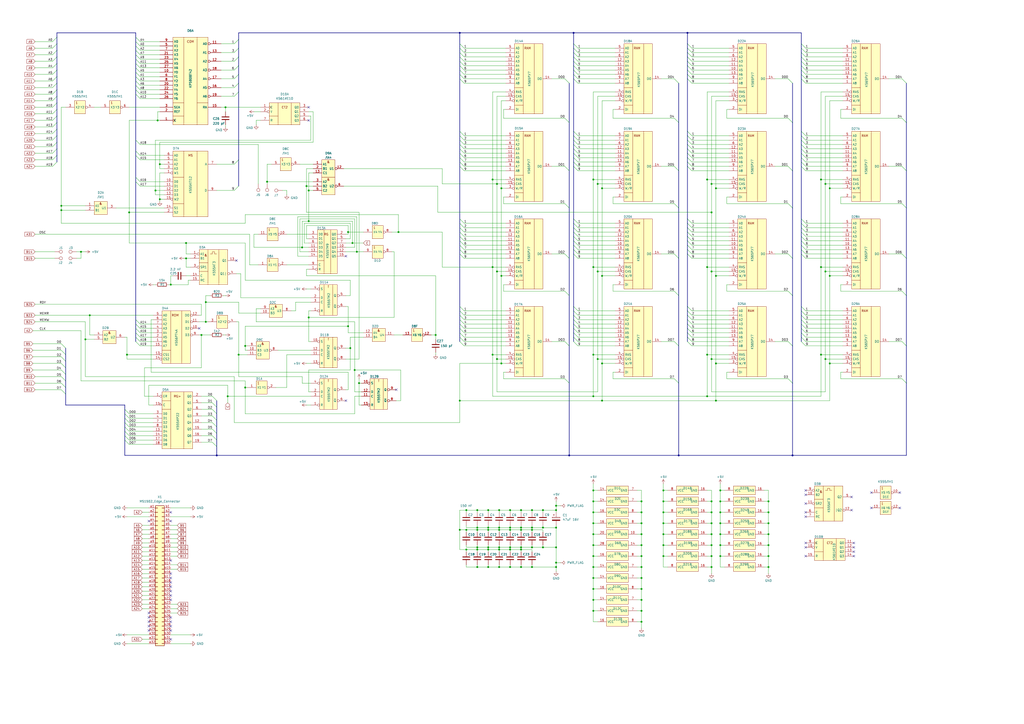
<source format=kicad_sch>
(kicad_sch (version 20231120) (generator "eeschema") (generator_version "8.0")
  (paper "A2")
  (title_block (title "MC-1502 512k RAM Module") (date "2025-05-31") (rev "1.0") (company "Software & Computer Museum, Ukraine") (comment 1 "Based on Zorel and Val_DP design") (comment 2 "ШЖГК 467522.004 Э3 - Устройство запоминающее 512К") (comment 3 "28.01.1993, разр. Куралин, пров. Токарь, Н.контр. Сафат, утв. Тесленко"))
  (lib_symbols
    (symbol "Connector_Generic:Conn_02x32_Row_Letter_First" (pin_names (offset 1.016) hide)
      (property "Reference" "J" (at 1.27 40.64 0))
      (property "Value" "Conn_02x32_Row_Letter_First" (at 1.27 -43.18 0))
      (symbol "Conn_02x32_Row_Letter_First_1_1"
        (pin passive line (at -5.08 38.1 0) (length 3.81) (name "Pin_a1") (number "a1"))
        (pin passive line (at -5.08 15.24 0) (length 3.81) (name "Pin_a10") (number "a10"))
        (pin passive line (at -5.08 12.7 0) (length 3.81) (name "Pin_a11") (number "a11"))
        (pin passive line (at -5.08 10.16 0) (length 3.81) (name "Pin_a12") (number "a12"))
        (pin passive line (at -5.08 7.62 0) (length 3.81) (name "Pin_a13") (number "a13"))
        (pin passive line (at -5.08 5.08 0) (length 3.81) (name "Pin_a14") (number "a14"))
        (pin passive line (at -5.08 2.54 0) (length 3.81) (name "Pin_a15") (number "a15"))
        (pin passive line (at -5.08 0 0) (length 3.81) (name "Pin_a16") (number "a16"))
        (pin passive line (at -5.08 -2.54 0) (length 3.81) (name "Pin_a17") (number "a17"))
        (pin passive line (at -5.08 -5.08 0) (length 3.81) (name "Pin_a18") (number "a18"))
        (pin passive line (at -5.08 -7.62 0) (length 3.81) (name "Pin_a19") (number "a19"))
        (pin passive line (at -5.08 35.56 0) (length 3.81) (name "Pin_a2") (number "a2"))
        (pin passive line (at -5.08 -10.16 0) (length 3.81) (name "Pin_a20") (number "a20"))
        (pin passive line (at -5.08 -12.7 0) (length 3.81) (name "Pin_a21") (number "a21"))
        (pin passive line (at -5.08 -15.24 0) (length 3.81) (name "Pin_a22") (number "a22"))
        (pin passive line (at -5.08 -17.78 0) (length 3.81) (name "Pin_a23") (number "a23"))
        (pin passive line (at -5.08 -20.32 0) (length 3.81) (name "Pin_a24") (number "a24"))
        (pin passive line (at -5.08 -22.86 0) (length 3.81) (name "Pin_a25") (number "a25"))
        (pin passive line (at -5.08 -25.4 0) (length 3.81) (name "Pin_a26") (number "a26"))
        (pin passive line (at -5.08 -27.94 0) (length 3.81) (name "Pin_a27") (number "a27"))
        (pin passive line (at -5.08 -30.48 0) (length 3.81) (name "Pin_a28") (number "a28"))
        (pin passive line (at -5.08 -33.02 0) (length 3.81) (name "Pin_a29") (number "a29"))
        (pin passive line (at -5.08 33.02 0) (length 3.81) (name "Pin_a3") (number "a3"))
        (pin passive line (at -5.08 -35.56 0) (length 3.81) (name "Pin_a30") (number "a30"))
        (pin passive line (at -5.08 -38.1 0) (length 3.81) (name "Pin_a31") (number "a31"))
        (pin passive line (at -5.08 -40.64 0) (length 3.81) (name "Pin_a32") (number "a32"))
        (pin passive line (at -5.08 30.48 0) (length 3.81) (name "Pin_a4") (number "a4"))
        (pin passive line (at -5.08 27.94 0) (length 3.81) (name "Pin_a5") (number "a5"))
        (pin passive line (at -5.08 25.4 0) (length 3.81) (name "Pin_a6") (number "a6"))
        (pin passive line (at -5.08 22.86 0) (length 3.81) (name "Pin_a7") (number "a7"))
        (pin passive line (at -5.08 20.32 0) (length 3.81) (name "Pin_a8") (number "a8"))
        (pin passive line (at -5.08 17.78 0) (length 3.81) (name "Pin_a9") (number "a9"))
        (pin passive line (at 7.62 38.1 180) (length 3.81) (name "Pin_b1") (number "b1"))
        (pin passive line (at 7.62 15.24 180) (length 3.81) (name "Pin_b10") (number "b10"))
        (pin passive line (at 7.62 12.7 180) (length 3.81) (name "Pin_b11") (number "b11"))
        (pin passive line (at 7.62 10.16 180) (length 3.81) (name "Pin_b12") (number "b12"))
        (pin passive line (at 7.62 7.62 180) (length 3.81) (name "Pin_b13") (number "b13"))
        (pin passive line (at 7.62 5.08 180) (length 3.81) (name "Pin_b14") (number "b14"))
        (pin passive line (at 7.62 2.54 180) (length 3.81) (name "Pin_b15") (number "b15"))
        (pin passive line (at 7.62 0 180) (length 3.81) (name "Pin_b16") (number "b16"))
        (pin passive line (at 7.62 -2.54 180) (length 3.81) (name "Pin_b17") (number "b17"))
        (pin passive line (at 7.62 -5.08 180) (length 3.81) (name "Pin_b18") (number "b18"))
        (pin passive line (at 7.62 -7.62 180) (length 3.81) (name "Pin_b19") (number "b19"))
        (pin passive line (at 7.62 35.56 180) (length 3.81) (name "Pin_b2") (number "b2"))
        (pin passive line (at 7.62 -10.16 180) (length 3.81) (name "Pin_b20") (number "b20"))
        (pin passive line (at 7.62 -12.7 180) (length 3.81) (name "Pin_b21") (number "b21"))
        (pin passive line (at 7.62 -15.24 180) (length 3.81) (name "Pin_b22") (number "b22"))
        (pin passive line (at 7.62 -17.78 180) (length 3.81) (name "Pin_b23") (number "b23"))
        (pin passive line (at 7.62 -20.32 180) (length 3.81) (name "Pin_b24") (number "b24"))
        (pin passive line (at 7.62 -22.86 180) (length 3.81) (name "Pin_b25") (number "b25"))
        (pin passive line (at 7.62 -25.4 180) (length 3.81) (name "Pin_b26") (number "b26"))
        (pin passive line (at 7.62 -27.94 180) (length 3.81) (name "Pin_b27") (number "b27"))
        (pin passive line (at 7.62 -30.48 180) (length 3.81) (name "Pin_b28") (number "b28"))
        (pin passive line (at 7.62 -33.02 180) (length 3.81) (name "Pin_b29") (number "b29"))
        (pin passive line (at 7.62 33.02 180) (length 3.81) (name "Pin_b3") (number "b3"))
        (pin passive line (at 7.62 -35.56 180) (length 3.81) (name "Pin_b30") (number "b30"))
        (pin passive line (at 7.62 -38.1 180) (length 3.81) (name "Pin_b31") (number "b31"))
        (pin passive line (at 7.62 -40.64 180) (length 3.81) (name "Pin_b32") (number "b32"))
        (pin passive line (at 7.62 30.48 180) (length 3.81) (name "Pin_b4") (number "b4"))
        (pin passive line (at 7.62 27.94 180) (length 3.81) (name "Pin_b5") (number "b5"))
        (pin passive line (at 7.62 25.4 180) (length 3.81) (name "Pin_b6") (number "b6"))
        (pin passive line (at 7.62 22.86 180) (length 3.81) (name "Pin_b7") (number "b7"))
        (pin passive line (at 7.62 20.32 180) (length 3.81) (name "Pin_b8") (number "b8"))
        (pin passive line (at 7.62 17.78 180) (length 3.81) (name "Pin_b9") (number "b9"))
      )
    )
    (symbol "Device:C" (pin_numbers hide) (pin_names (offset 0.254))
      (property "Reference" "C" (at 0.635 2.54 0))
      (property "Value" "C" (at 0.635 -2.54 0))
      (symbol "C_1_1"
        (pin passive line (at 0 3.81 270) (length 2.794) (name "~") (number "1"))
        (pin passive line (at 0 -3.81 90) (length 2.794) (name "~") (number "2"))
      )
    )
    (symbol "Device:C_Polarized" (pin_numbers hide) (pin_names (offset 0.254))
      (property "Reference" "C" (at 0.635 2.54 0))
      (property "Value" "C_Polarized" (at 0.635 -2.54 0))
      (symbol "C_Polarized_1_1"
        (pin passive line (at 0 3.81 270) (length 2.794) (name "~") (number "1"))
        (pin passive line (at 0 -3.81 90) (length 2.794) (name "~") (number "2"))
      )
    )
    (symbol "Device:R" (pin_numbers hide) (pin_names (offset 0))
      (property "Reference" "R" (at 2.032 0 90))
      (property "Value" "R" (at 0 0 90))
      (symbol "R_1_1"
        (pin passive line (at 0 3.81 270) (length 1.27) (name "~") (number "1"))
        (pin passive line (at 0 -3.81 90) (length 1.27) (name "~") (number "2"))
      )
    )
    (symbol "USSR_Digital:К556РТ4А"
      (property "Reference" "D" (at -4.064 -5.842 0))
      (property "Value" "К556РТ4А" (at 3.302 -24.13 90))
      (symbol "К556РТ4А_1_1"
        (text "ROM" (at 2.54 -10.16 0) (effects (font (size 1.27 1.27))))
        (pin input line (at -10.16 -25.4 0) (length 5.08) (name "A6") (number "1"))
        (pin output inverted (at 16.51 -17.78 180) (length 5.08) (name "D2") (number "10"))
        (pin output inverted (at 16.51 -13.97 180) (length 5.08) (name "D1") (number "11"))
        (pin output inverted (at 16.51 -10.16 180) (length 5.08) (name "DO") (number "12"))
        (pin output inverted (at -10.16 -33.02 0) (length 5.08) (name "CS1") (number "13"))
        (pin output inverted (at -10.16 -35.56 0) (length 5.08) (name "CS2") (number "14"))
        (pin input line (at -10.16 -27.94 0) (length 5.08) (name "A7") (number "15"))
        (pin input line (at -10.16 -22.86 0) (length 5.08) (name "A5") (number "2"))
        (pin input line (at -10.16 -20.32 0) (length 5.08) (name "A4") (number "3"))
        (pin input line (at -10.16 -17.78 0) (length 5.08) (name "A3") (number "4"))
        (pin input line (at -10.16 -10.16 0) (length 5.08) (name "A0") (number "5"))
        (pin input line (at -10.16 -12.7 0) (length 5.08) (name "A1") (number "6"))
        (pin input line (at -10.16 -15.24 0) (length 5.08) (name "A2") (number "7"))
        (pin output inverted (at 16.51 -21.59 180) (length 5.08) (name "D3") (number "9"))
      )
      (symbol "К556РТ4А_2_1"
        (pin power_in line (at -10.16 -12.7 0) (length 5.08) (name "VCC") (number "16"))
        (pin power_in line (at 12.7 -12.7 180) (length 5.08) (name "GND") (number "8"))
      )
    )
    (symbol "USSR_Digital:К565РУ7"
      (property "Reference" "D" (at -5.08 -6.35 0))
      (property "Value" "К565РУ7" (at 7.62 -6.35 0))
      (symbol "К565РУ7_1_1"
        (text "RAM" (at 2.54 -10.16 0) (effects (font (size 1.27 1.27))))
        (pin input line (at -10.16 -30.48 0) (length 5.08) (name "A8") (number "1"))
        (pin input line (at -10.16 -22.86 0) (length 5.08) (name "A5") (number "10"))
        (pin input line (at -10.16 -20.32 0) (length 5.08) (name "A4") (number "11"))
        (pin input line (at -10.16 -17.78 0) (length 5.08) (name "A3") (number "12"))
        (pin input line (at -10.16 -25.4 0) (length 5.08) (name "A6") (number "13"))
        (pin output line (at 16.51 -27.94 180) (length 5.08) (name "DO") (number "14"))
        (pin input inverted (at -10.16 -38.1 0) (length 5.08) (name "CAS") (number "15"))
        (pin input line (at -10.16 -45.72 0) (length 5.08) (name "DI") (number "2"))
        (pin input inverted (at -10.16 -40.64 0) (length 5.08) (name "W/R") (number "3"))
        (pin input inverted (at -10.16 -35.56 0) (length 5.08) (name "RAS") (number "4"))
        (pin input line (at -10.16 -10.16 0) (length 5.08) (name "A0") (number "5"))
        (pin input line (at -10.16 -15.24 0) (length 5.08) (name "A2") (number "6"))
        (pin input line (at -10.16 -12.7 0) (length 5.08) (name "A1") (number "7"))
        (pin input line (at -10.16 -27.94 0) (length 5.08) (name "A7") (number "9"))
      )
      (symbol "К565РУ7_2_1"
        (pin power_in line (at 12.7 -12.7 180) (length 5.08) (name "GND") (number "16"))
        (pin power_in line (at -10.16 -12.7 0) (length 5.08) (name "VCC") (number "8"))
      )
    )
    (symbol "USSR_Digital:КР580ВТ42"
      (property "Reference" "D" (at -9.652 1.778 0))
      (property "Value" "КР580ВТ42" (at 0 -22.606 90))
      (symbol "КР580ВТ42_1_0"
        (text "COM" (at 0 -2.54 0) (effects (font (size 1.27 1.27))))
      )
      (symbol "КР580ВТ42_1_1"
        (pin input clock (at -17.78 -48.26 0) (length 7.62) (name "C") (number "1"))
        (pin input line (at -17.78 -20.32 0) (length 7.62) (name "Y0") (number "10"))
        (pin output inverted (at 17.78 -3.81 180) (length 7.62) (name "A0") (number "11"))
        (pin output inverted (at 17.78 -13.97 180) (length 7.62) (name "A2") (number "12"))
        (pin output inverted (at 17.78 -8.89 180) (length 7.62) (name "A1") (number "13"))
        (pin output line (at 17.78 -40.64 180) (length 7.62) (name "RA") (number "15"))
        (pin output inverted (at 17.78 -29.21 180) (length 7.62) (name "A5") (number "16"))
        (pin output inverted (at 17.78 -24.13 180) (length 7.62) (name "A4") (number "17"))
        (pin output inverted (at 17.78 -19.05 180) (length 7.62) (name "A3") (number "18"))
        (pin output inverted (at 17.78 -34.29 180) (length 7.62) (name "A6") (number "19"))
        (pin input line (at -17.78 -43.18 0) (length 7.62) (name "REF") (number "2"))
        (pin input line (at -17.78 -27.94 0) (length 7.62) (name "Y3") (number "20"))
        (pin input line (at -17.78 -10.16 0) (length 7.62) (name "X3") (number "21"))
        (pin input line (at -17.78 -30.48 0) (length 7.62) (name "Y4") (number "22"))
        (pin input line (at -17.78 -12.7 0) (length 7.62) (name "X4") (number "23"))
        (pin input line (at -17.78 -33.02 0) (length 7.62) (name "Y5") (number "24"))
        (pin input line (at -17.78 -15.24 0) (length 7.62) (name "X5") (number "25"))
        (pin input line (at -17.78 -35.56 0) (length 7.62) (name "Y6") (number "26"))
        (pin input line (at -17.78 -17.78 0) (length 7.62) (name "X6") (number "27"))
        (pin input line (at -17.78 -40.64 0) (length 7.62) (name "SEA") (number "3"))
        (pin input line (at -17.78 -5.08 0) (length 7.62) (name "X1") (number "5"))
        (pin input line (at -17.78 -22.86 0) (length 7.62) (name "Y1") (number "6"))
        (pin input line (at -17.78 -7.62 0) (length 7.62) (name "X2") (number "7"))
        (pin input line (at -17.78 -25.4 0) (length 7.62) (name "Y2") (number "8"))
        (pin input line (at -17.78 -2.54 0) (length 7.62) (name "X0") (number "9"))
      )
      (symbol "КР580ВТ42_2_1"
        (pin power_in line (at 11.43 -2.54 180) (length 5.08) (name "GND") (number "14"))
        (pin power_in line (at -11.43 -2.54 0) (length 5.08) (name "VCC") (number "28"))
      )
    )
    (symbol "USSR_logic:АГ3"
      (property "Reference" "D" (at 1.27 1.27 0))
      (property "Value" "АГ3" (at -0.508 -9.906 90))
      (symbol "АГ3_1_1"
        (text "&" (at -5.08 -3.302 0) (effects (font (size 1.27 1.27))))
        (pin input inverted (at -13.97 -2.54 0) (length 5.08) (name "A1") (number "1"))
        (pin output line (at 12.7 -6.35 180) (length 5.08) (name "Q1") (number "13"))
        (pin passive line (at -13.97 -15.24 0) (length 5.08) (name "C") (number "14"))
        (pin passive line (at -13.97 -17.78 0) (length 5.08) (name "RC") (number "15"))
        (pin input line (at -13.97 -5.08 0) (length 5.08) (name "B1") (number "2"))
        (pin input inverted (at -13.97 -10.16 0) (length 5.08) (name "SR1") (number "3"))
        (pin output inverted (at 12.7 -13.97 180) (length 5.08) (name "Q1|") (number "4"))
      )
      (symbol "АГ3_2_1"
        (text "&" (at -5.08 -3.302 0) (effects (font (size 1.27 1.27))))
        (pin input line (at -13.97 -5.08 0) (length 5.08) (name "B2") (number "10"))
        (pin input inverted (at -13.97 -10.16 0) (length 5.08) (name "SR2") (number "11"))
        (pin output inverted (at 12.7 -13.97 180) (length 5.08) (name "|Q2") (number "12"))
        (pin output line (at 12.7 -6.35 180) (length 5.08) (name "Q2") (number "5"))
        (pin passive line (at -13.97 -15.24 0) (length 5.08) (name "C") (number "6"))
        (pin passive line (at -13.97 -17.78 0) (length 5.08) (name "RC") (number "7"))
        (pin input inverted (at -13.97 -2.54 0) (length 5.08) (name "A2") (number "9"))
      )
      (symbol "АГ3_3_1"
        (pin power_in line (at -11.43 -2.54 0) (length 5.08) (name "VCC") (number "16"))
        (pin power_in line (at 11.43 -2.54 180) (length 5.08) (name "GND") (number "8"))
      )
    )
    (symbol "USSR_logic:ИР22"
      (property "Reference" "D" (at -7.62 -3.81 0))
      (property "Value" "ИР22" (at 6.35 -3.81 0))
      (symbol "ИР22_1_1"
        (text "RG>" (at 0 -7.62 0) (effects (font (size 1.27 1.27))))
        (pin input inverted (at -13.97 -7.62 0) (length 5.08) (name "ER") (number "1"))
        (pin input input_low (at -13.97 -12.7 0) (length 5.08) (name "C") (number "11"))
        (pin output line (at 13.97 -22.86 180) (length 5.08) (name "Q4") (number "12"))
        (pin input line (at -13.97 -27.94 0) (length 5.08) (name "D4") (number "13"))
        (pin input line (at -13.97 -30.48 0) (length 5.08) (name "D5") (number "14"))
        (pin output line (at 13.97 -26.67 180) (length 5.08) (name "Q5") (number "15"))
        (pin output line (at 13.97 -30.48 180) (length 5.08) (name "Q6") (number "16"))
        (pin input line (at -13.97 -33.02 0) (length 5.08) (name "D6") (number "17"))
        (pin input line (at -13.97 -35.56 0) (length 5.08) (name "D8") (number "18"))
        (pin output line (at 13.97 -34.29 180) (length 5.08) (name "Q7") (number "19"))
        (pin output line (at 13.97 -7.62 180) (length 5.08) (name "Q0") (number "2"))
        (pin input line (at -13.97 -17.78 0) (length 5.08) (name "D0") (number "3"))
        (pin input line (at -13.97 -20.32 0) (length 5.08) (name "D1") (number "4"))
        (pin output line (at 13.97 -11.43 180) (length 5.08) (name "Q1") (number "5"))
        (pin output line (at 13.97 -15.24 180) (length 5.08) (name "Q2") (number "6"))
        (pin input line (at -13.97 -22.86 0) (length 5.08) (name "D2") (number "7"))
        (pin input line (at -13.97 -25.4 0) (length 5.08) (name "D3") (number "8"))
        (pin output line (at 13.97 -19.05 180) (length 5.08) (name "Q3") (number "9"))
      )
      (symbol "ИР22_2_1"
        (pin power_in line (at -10.16 -13.97 0) (length 5.08) (name "GND") (number "10"))
        (pin power_in line (at 12.7 -13.97 180) (length 5.08) (name "VCC") (number "20"))
      )
    )
    (symbol "USSR_logic:К561ИЕ10"
      (property "Reference" "D" (at -7.62 -3.81 0))
      (property "Value" "К561ИЕ10" (at -2.54 -12.446 90))
      (symbol "К561ИЕ10_1_1"
        (text "CT2" (at 0 -7.62 0) (effects (font (size 1.27 1.27))))
        (pin input clock (at -13.97 -7.62 0) (length 5.08) (name "C") (number "1"))
        (pin input inverted (at -13.97 -10.16 0) (length 5.08) (name "V") (number "2"))
        (pin output line (at 13.97 -7.62 180) (length 5.08) (name "Q0") (number "3"))
        (pin output line (at 13.97 -10.16 180) (length 5.08) (name "Q1") (number "4"))
        (pin output line (at 13.97 -12.7 180) (length 5.08) (name "Q2") (number "5"))
        (pin output line (at 13.97 -15.24 180) (length 5.08) (name "Q3") (number "6"))
        (pin input line (at -13.97 -15.24 0) (length 5.08) (name "R") (number "7"))
      )
      (symbol "К561ИЕ10_2_1"
        (text "CT2" (at 0 -7.62 0) (effects (font (size 1.27 1.27))))
        (pin input inverted (at -13.97 -10.16 0) (length 5.08) (name "V") (number "10"))
        (pin output line (at 13.97 -7.62 180) (length 5.08) (name "Q0") (number "11"))
        (pin output line (at 13.97 -10.16 180) (length 5.08) (name "Q1") (number "12"))
        (pin output line (at 13.97 -12.7 180) (length 5.08) (name "Q2") (number "13"))
        (pin output line (at 13.97 -15.24 180) (length 5.08) (name "Q3") (number "14"))
        (pin input line (at -13.97 -15.24 0) (length 5.08) (name "R") (number "15"))
        (pin input clock (at -13.97 -7.62 0) (length 5.08) (name "C") (number "9"))
      )
      (symbol "К561ИЕ10_3_1"
        (pin power_in line (at 11.43 -7.62 180) (length 5.08) (name "VCC") (number "16"))
        (pin power_in line (at -11.43 -7.62 0) (length 5.08) (name "GND") (number "8"))
      )
    )
    (symbol "USSR_logic:КП12"
      (property "Reference" "D" (at -8.89 -3.81 0))
      (property "Value" "КП12" (at 0 -23.876 90))
      (symbol "КП12_1_1"
        (text "MS" (at 0 -7.62 0) (effects (font (size 1.27 1.27))))
        (pin input inverted (at -15.24 -17.78 0) (length 5.08) (name "W1") (number "1"))
        (pin input line (at -15.24 -22.86 0) (length 5.08) (name "D0") (number "10"))
        (pin input line (at -15.24 -25.4 0) (length 5.08) (name "D1") (number "11"))
        (pin input line (at -15.24 -27.94 0) (length 5.08) (name "D2") (number "12"))
        (pin input line (at -15.24 -30.48 0) (length 5.08) (name "D3") (number "13"))
        (pin input line (at -15.24 -38.1 0) (length 5.08) (name "S1") (number "14"))
        (pin input inverted (at -15.24 -33.02 0) (length 5.08) (name "W2") (number "15"))
        (pin input line (at -15.24 -40.64 0) (length 5.08) (name "S2") (number "2"))
        (pin input line (at -15.24 -15.24 0) (length 5.08) (name "A3") (number "3"))
        (pin input line (at -15.24 -12.7 0) (length 5.08) (name "A2") (number "4"))
        (pin input line (at -15.24 -10.16 0) (length 5.08) (name "A1") (number "5"))
        (pin input line (at -15.24 -7.62 0) (length 5.08) (name "A0") (number "6"))
        (pin output line (at 15.24 -12.7 180) (length 5.08) (name "A") (number "7"))
        (pin output line (at 15.24 -27.94 180) (length 5.08) (name "D") (number "9"))
      )
      (symbol "КП12_2_1"
        (pin power_in line (at 12.7 -13.97 180) (length 5.08) (name "VCC") (number "16"))
        (pin power_in line (at -10.16 -13.97 0) (length 5.08) (name "GND") (number "8"))
      )
    )
    (symbol "USSR_logic:ЛА4"
      (property "Reference" "D" (at -2.54 -5.08 0))
      (property "Value" "ЛА4" (at 2.54 -5.08 0))
      (symbol "ЛА4_1_1"
        (text "&" (at 0 -7.62 0) (effects (font (size 1.27 1.27))))
        (pin input line (at -8.89 -8.89 0) (length 5.08) (name "A1") (number "1"))
        (pin output inverted (at 8.89 -11.43 180) (length 5.08) (name "U1") (number "12"))
        (pin input line (at -8.89 -13.97 0) (length 5.08) (name "С1") (number "13"))
        (pin input line (at -8.89 -11.43 0) (length 5.08) (name "B1") (number "2"))
      )
      (symbol "ЛА4_2_1"
        (text "&" (at 0 -7.62 0) (effects (font (size 1.27 1.27))))
        (pin input line (at -8.89 -8.89 0) (length 5.08) (name "A2") (number "3"))
        (pin input line (at -8.89 -11.43 0) (length 5.08) (name "B2") (number "4"))
        (pin input line (at -8.89 -13.97 0) (length 5.08) (name "С2") (number "5"))
        (pin output inverted (at 8.89 -11.43 180) (length 5.08) (name "U2") (number "6"))
      )
      (symbol "ЛА4_3_1"
        (text "&" (at 0 -7.62 0) (effects (font (size 1.27 1.27))))
        (pin input line (at -8.89 -11.43 0) (length 5.08) (name "B3") (number "10"))
        (pin input line (at -8.89 -13.97 0) (length 5.08) (name "С3") (number "11"))
        (pin output inverted (at 8.89 -11.43 180) (length 5.08) (name "U3") (number "8"))
        (pin input line (at -8.89 -8.89 0) (length 5.08) (name "A3") (number "9"))
      )
      (symbol "ЛА4_4_1"
        (pin power_in line (at 12.7 -11.43 180) (length 5.08) (name "VCC") (number "14"))
        (pin power_in line (at -10.16 -11.43 0) (length 5.08) (name "GND") (number "7"))
      )
    )
    (symbol "USSR_logic:ЛИ1"
      (property "Reference" "D" (at -2.54 -5.08 0))
      (property "Value" "ЛИ1" (at 2.54 -5.08 0))
      (symbol "ЛИ1_1_1"
        (text "&" (at 0 -7.62 0) (effects (font (size 1.27 1.27))))
        (pin input line (at -8.89 -8.89 0) (length 5.08) (name "A1") (number "1"))
        (pin input line (at -8.89 -11.43 0) (length 5.08) (name "B1") (number "2"))
        (pin output line (at 8.89 -10.16 180) (length 5.08) (name "U1") (number "3"))
      )
      (symbol "ЛИ1_2_1"
        (text "&" (at 0 -7.62 0) (effects (font (size 1.27 1.27))))
        (pin input line (at -8.89 -8.89 0) (length 5.08) (name "A2") (number "4"))
        (pin input line (at -8.89 -11.43 0) (length 5.08) (name "B2") (number "5"))
        (pin output line (at 8.89 -10.16 180) (length 5.08) (name "U2") (number "6"))
      )
      (symbol "ЛИ1_3_1"
        (text "&" (at 0 -7.62 0) (effects (font (size 1.27 1.27))))
        (pin input line (at -8.89 -11.43 0) (length 5.08) (name "B3") (number "10"))
        (pin output line (at 8.89 -10.16 180) (length 5.08) (name "U3") (number "8"))
        (pin input line (at -8.89 -8.89 0) (length 5.08) (name "A3") (number "9"))
      )
      (symbol "ЛИ1_4_1"
        (text "&" (at 0 -7.62 0) (effects (font (size 1.27 1.27))))
        (pin output line (at 8.89 -10.16 180) (length 5.08) (name "U4") (number "11"))
        (pin input line (at -8.89 -8.89 0) (length 5.08) (name "A4") (number "12"))
        (pin input line (at -8.89 -11.43 0) (length 5.08) (name "B4") (number "13"))
      )
      (symbol "ЛИ1_5_1"
        (pin power_in line (at 13.97 -10.16 180) (length 5.08) (name "VCC") (number "14"))
        (pin power_in line (at -8.89 -10.16 0) (length 5.08) (name "GND") (number "7"))
      )
    )
    (symbol "USSR_logic:ЛН1"
      (property "Reference" "D" (at -1.27 -3.81 0))
      (property "Value" "ЛН1" (at 2.54 -3.81 0))
      (symbol "ЛН1_1_1"
        (text "1" (at -1.27 -6.35 0) (effects (font (size 1.27 1.27))))
        (pin input line (at -7.62 -8.89 0) (length 5.08) (name "X1") (number "1"))
        (pin output inverted (at 8.89 -8.89 180) (length 5.08) (name "Y1") (number "2"))
      )
      (symbol "ЛН1_2_1"
        (text "1" (at -1.27 -6.35 0) (effects (font (size 1.27 1.27))))
        (pin input line (at -7.62 -8.89 0) (length 5.08) (name "X2") (number "3"))
        (pin output inverted (at 8.89 -8.89 180) (length 5.08) (name "Y2") (number "4"))
      )
      (symbol "ЛН1_3_0"
        (text "1" (at -1.27 -6.35 0) (effects (font (size 1.27 1.27))))
      )
      (symbol "ЛН1_3_1"
        (pin input line (at -7.62 -8.89 0) (length 5.08) (name "X3") (number "5"))
        (pin output inverted (at 8.89 -8.89 180) (length 5.08) (name "Y3") (number "6"))
      )
      (symbol "ЛН1_4_1"
        (text "1" (at -1.27 -6.35 0) (effects (font (size 1.27 1.27))))
        (pin output inverted (at 8.89 -8.89 180) (length 5.08) (name "Y4") (number "8"))
        (pin input line (at -7.62 -8.89 0) (length 5.08) (name "X4") (number "9"))
      )
      (symbol "ЛН1_5_1"
        (text "1" (at -1.27 -6.35 0) (effects (font (size 1.27 1.27))))
        (pin output inverted (at 8.89 -8.89 180) (length 5.08) (name "Y5") (number "10"))
        (pin input line (at -7.62 -8.89 0) (length 5.08) (name "X5") (number "11"))
      )
      (symbol "ЛН1_6_1"
        (text "1" (at -1.27 -6.35 0) (effects (font (size 1.27 1.27))))
        (pin output inverted (at 8.89 -8.89 180) (length 5.08) (name "Y6") (number "12"))
        (pin input line (at -7.62 -8.89 0) (length 5.08) (name "X6") (number "13"))
      )
      (symbol "ЛН1_7_1"
        (pin power_in line (at -11.43 -7.62 0) (length 5.08) (name "VCC") (number "14"))
        (pin power_in line (at 11.43 -7.62 180) (length 5.08) (name "GND") (number "7"))
      )
    )
    (symbol "USSR_logic:ТМ2"
      (property "Reference" "D" (at -3.81 -3.81 0))
      (property "Value" "ТМ2" (at 3.81 -3.81 0))
      (symbol "ТМ2_1_1"
        (text "T" (at 0 -6.35 0) (effects (font (size 1.27 1.27))))
        (pin input inverted (at -10.16 -20.32 0) (length 5.08) (name "R") (number "1"))
        (pin input line (at -10.16 -12.7 0) (length 5.08) (name "D") (number "2"))
        (pin input line (at -10.16 -15.24 0) (length 5.08) (name "C") (number "3"))
        (pin input inverted (at -10.16 -7.62 0) (length 5.08) (name "S") (number "4"))
        (pin output inverted (at 10.16 -11.43 180) (length 5.08) (name "Q") (number "5"))
        (pin output inverted (at 10.16 -17.78 180) (length 5.08) (name "~{Q}") (number "6"))
      )
      (symbol "ТМ2_2_1"
        (text "T" (at 0 -6.35 0) (effects (font (size 1.27 1.27))))
        (pin input inverted (at -10.16 -7.62 0) (length 5.08) (name "S") (number "10"))
        (pin input line (at -10.16 -15.24 0) (length 5.08) (name "C") (number "11"))
        (pin input line (at -10.16 -12.7 0) (length 5.08) (name "D") (number "12"))
        (pin input inverted (at -10.16 -20.32 0) (length 5.08) (name "R") (number "13"))
        (pin output inverted (at 10.16 -17.78 180) (length 5.08) (name "~{Q}") (number "8"))
        (pin output inverted (at 10.16 -11.43 180) (length 5.08) (name "Q") (number "9"))
      )
      (symbol "ТМ2_3_1"
        (pin power_in line (at -11.43 -8.89 0) (length 5.08) (name "VCC") (number "14"))
        (pin power_in line (at 11.43 -8.89 180) (length 5.08) (name "GND") (number "7"))
      )
    )
    (symbol "USSR_logic:ТМ9"
      (property "Reference" "D" (at -3.81 -3.81 0))
      (property "Value" "ТМ9" (at 5.08 -3.81 0))
      (symbol "ТМ9_1_1"
        (text "RG" (at 0 -7.62 0) (effects (font (size 1.27 1.27))))
        (pin input inverted (at -10.16 -27.94 0) (length 5.08) (name "R") (number "1"))
        (pin output line (at 11.43 -15.24 180) (length 5.08) (name "Q3") (number "10"))
        (pin input line (at -10.16 -15.24 0) (length 5.08) (name "D3") (number "11"))
        (pin output line (at 11.43 -17.78 180) (length 5.08) (name "Q4") (number "12"))
        (pin input line (at -10.16 -17.78 0) (length 5.08) (name "D4") (number "13"))
        (pin input line (at -10.16 -20.32 0) (length 5.08) (name "D5") (number "14"))
        (pin output line (at 11.43 -20.32 180) (length 5.08) (name "Q5") (number "15"))
        (pin output line (at 11.43 -7.62 180) (length 5.08) (name "Q0") (number "2"))
        (pin input line (at -10.16 -7.62 0) (length 5.08) (name "D0") (number "3"))
        (pin input line (at -10.16 -10.16 0) (length 5.08) (name "D1") (number "4"))
        (pin output line (at 11.43 -10.16 180) (length 5.08) (name "Q1") (number "5"))
        (pin input line (at -10.16 -12.7 0) (length 5.08) (name "D2") (number "6"))
        (pin output line (at 11.43 -12.7 180) (length 5.08) (name "Q2") (number "7"))
        (pin input line (at -10.16 -25.4 0) (length 5.08) (name "C") (number "9"))
      )
      (symbol "ТМ9_2_1"
        (pin power_in line (at -11.43 -8.89 0) (length 5.08) (name "VCC") (number "16"))
        (pin power_in line (at 11.43 -8.89 180) (length 5.08) (name "GND") (number "8"))
      )
    )
    (symbol "USSR_misc:Jumper" (pin_numbers hide) (pin_names (offset 0) hide)
      (property "Reference" "J" (at -1.524 -0.762 0))
      (symbol "Jumper_1_1"
        (pin passive line (at 0 -1.27 270) (length 2.54) (name "1") (number "1"))
      )
    )
    (symbol "power:+5V" (power) (pin_numbers hide) (pin_names (offset 0) hide)
      (property "Value" "+5V" (at 0 3.556 0))
      (symbol "+5V_1_1"
        (pin power_in line (at 0 0 90) (length 0) (name "~") (number "1"))
      )
    )
    (symbol "power:GND" (power) (pin_numbers hide) (pin_names (offset 0) hide)
      (property "Value" "GND" (at 0 -3.81 0))
      (symbol "GND_1_1"
        (pin power_in line (at 0 0 270) (length 0) (name "~") (number "1"))
      )
    )
    (symbol "power:PWR_FLAG" (power) (pin_numbers hide) (pin_names (offset 0) hide)
      (property "Value" "PWR_FLAG" (at 0 3.81 0))
      (symbol "PWR_FLAG_0_0"
        (pin power_out line (at 0 0 90) (length 0) (name "~") (number "1"))
      )
    )
  )
  (junction (at 302.26 306.07))
  (junction (at 476.25 104.14))
  (junction (at 412.75 297.18))
  (junction (at 344.17 354.33))
  (junction (at 412.75 106.68))
  (junction (at 142.24 224.79))
  (junction (at 372.11 309.88))
  (junction (at 288.29 208.28))
  (junction (at 415.29 210.82))
  (junction (at 372.11 347.98))
  (junction (at 344.17 154.94))
  (junction (at 478.79 157.48))
  (junction (at 266.7 19.05))
  (junction (at 276.86 328.93))
  (junction (at 90.17 110.49))
  (junction (at 295.91 306.07))
  (junction (at 295.91 317.5))
  (junction (at 49.53 196.85))
  (junction (at 289.56 328.93))
  (junction (at 276.86 295.91))
  (junction (at 445.77 309.88))
  (junction (at 283.21 306.07))
  (junction (at 476.25 154.94))
  (junction (at 288.29 106.68))
  (junction (at 288.29 157.48))
  (junction (at 412.75 208.28))
  (junction (at 344.17 229.87))
  (junction (at 445.77 316.23))
  (junction (at 283.21 328.93))
  (junction (at 205.74 214.63))
  (junction (at 270.51 307.34))
  (junction (at 346.71 157.48))
  (junction (at 302.26 295.91))
  (junction (at 99.06 165.1))
  (junction (at 415.29 160.02))
  (junction (at 179.07 128.27))
  (junction (at 372.11 322.58))
  (junction (at 295.91 318.77))
  (junction (at 289.56 306.07))
  (junction (at 276.86 317.5))
  (junction (at 445.77 303.53))
  (junction (at 412.75 157.48))
  (junction (at 179.07 184.15))
  (junction (at 290.83 109.22))
  (junction (at 179.07 110.49))
  (junction (at 46.99 146.05))
  (junction (at 289.56 317.5))
  (junction (at 384.81 303.53))
  (junction (at 308.61 295.91))
  (junction (at 138.43 205.74))
  (junction (at 412.75 123.19))
  (junction (at 445.77 290.83))
  (junction (at 204.47 140.97))
  (junction (at 417.83 322.58))
  (junction (at 417.83 290.83))
  (junction (at 322.58 306.07))
  (junction (at 142.24 200.66))
  (junction (at 412.75 316.23))
  (junction (at 417.83 309.88))
  (junction (at 372.11 328.93))
  (junction (at 349.25 232.41))
  (junction (at 344.17 104.14))
  (junction (at 289.56 318.77))
  (junction (at 476.25 205.74))
  (junction (at 73.66 205.74))
  (junction (at 344.17 303.53))
  (junction (at 302.26 318.77))
  (junction (at 344.17 316.23))
  (junction (at 417.83 284.48))
  (junction (at 384.81 284.48))
  (junction (at 107.95 149.86))
  (junction (at 314.96 317.5))
  (junction (at 344.17 335.28))
  (junction (at 177.8 107.95))
  (junction (at 276.86 307.34))
  (junction (at 285.75 154.94))
  (junction (at 481.33 109.22))
  (junction (at 417.83 297.18))
  (junction (at 344.17 328.93))
  (junction (at 52.07 182.88))
  (junction (at 415.29 109.22))
  (junction (at 445.77 328.93))
  (junction (at 384.81 316.23))
  (junction (at 410.21 229.87))
  (junction (at 201.93 134.62))
  (junction (at 270.51 318.77))
  (junction (at 412.75 328.93))
  (junction (at 283.21 318.77))
  (junction (at 372.11 341.63))
  (junction (at 346.71 208.28))
  (junction (at 289.56 295.91))
  (junction (at 208.28 222.25))
  (junction (at 330.2 264.16))
  (junction (at 283.21 307.34))
  (junction (at 412.75 309.88))
  (junction (at 295.91 328.93))
  (junction (at 481.33 160.02))
  (junction (at 132.08 229.87))
  (junction (at 344.17 347.98))
  (junction (at 314.96 306.07))
  (junction (at 322.58 326.39))
  (junction (at 349.25 210.82))
  (junction (at 285.75 205.74))
  (junction (at 266.7 232.41))
  (junction (at 130.81 62.23))
  (junction (at 349.25 160.02))
  (junction (at 74.93 123.19))
  (junction (at 412.75 290.83))
  (junction (at 322.58 328.93))
  (junction (at 344.17 341.63))
  (junction (at 283.21 317.5))
  (junction (at 207.01 146.05))
  (junction (at 410.21 154.94))
  (junction (at 203.2 201.93))
  (junction (at 417.83 316.23))
  (junction (at 344.17 205.74))
  (junction (at 92.71 115.57))
  (junction (at 201.93 189.23))
  (junction (at 344.17 297.18))
  (junction (at 285.75 104.14))
  (junction (at 302.26 307.34))
  (junction (at 302.26 328.93))
  (junction (at 289.56 307.34))
  (junction (at 344.17 290.83))
  (junction (at 344.17 284.48))
  (junction (at 481.33 210.82))
  (junction (at 332.74 19.05))
  (junction (at 410.21 205.74))
  (junction (at 412.75 322.58))
  (junction (at 107.95 140.97))
  (junction (at 302.26 317.5))
  (junction (at 478.79 106.68))
  (junction (at 252.73 194.31))
  (junction (at 295.91 295.91))
  (junction (at 308.61 328.93))
  (junction (at 154.94 105.41))
  (junction (at 445.77 297.18))
  (junction (at 346.71 106.68))
  (junction (at 119.38 175.26))
  (junction (at 415.29 232.41))
  (junction (at 322.58 295.91))
  (junction (at 384.81 322.58))
  (junction (at 372.11 316.23))
  (junction (at 384.81 297.18))
  (junction (at 283.21 295.91))
  (junction (at 91.44 69.85))
  (junction (at 35.56 121.92))
  (junction (at 116.84 194.31))
  (junction (at 125.73 264.16))
  (junction (at 270.51 295.91))
  (junction (at 314.96 295.91))
  (junction (at 417.83 303.53))
  (junction (at 35.56 119.38))
  (junction (at 372.11 354.33))
  (junction (at 322.58 293.37))
  (junction (at 478.79 208.28))
  (junction (at 393.7 264.16))
  (junction (at 295.91 307.34))
  (junction (at 372.11 297.18))
  (junction (at 459.74 264.16))
  (junction (at 372.11 360.68))
  (junction (at 276.86 318.77))
  (junction (at 175.26 143.51))
  (junction (at 322.58 317.5))
  (junction (at 372.11 290.83))
  (junction (at 384.81 309.88))
  (junction (at 231.14 134.62))
  (junction (at 384.81 290.83))
  (junction (at 290.83 160.02))
  (junction (at 308.61 306.07))
  (junction (at 308.61 317.5))
  (junction (at 266.7 307.34))
  (junction (at 276.86 306.07))
  (junction (at 119.38 186.69))
  (junction (at 290.83 210.82))
  (junction (at 372.11 303.53))
  (junction (at 308.61 307.34))
  (junction (at 372.11 335.28))
  (junction (at 412.75 303.53))
  (junction (at 92.71 95.25))
  (junction (at 344.17 322.58))
  (junction (at 445.77 322.58))
  (junction (at 344.17 309.88))
  (junction (at 349.25 109.22))
  (junction (at 410.21 104.14))
  (junction (at 398.78 19.05))
  (no_connect (at 99.06 340.36))
  (no_connect (at 467.36 299.72))
  (no_connect (at 137.16 151.13))
  (no_connect (at 521.97 294.64))
  (no_connect (at 495.3 317.5))
  (no_connect (at 86.36 302.26))
  (no_connect (at 467.36 314.96))
  (no_connect (at 505.46 294.64))
  (no_connect (at 495.3 322.58))
  (no_connect (at 179.07 69.85))
  (no_connect (at 495.3 320.04))
  (no_connect (at 99.06 358.14))
  (no_connect (at 86.36 363.22))
  (no_connect (at 99.06 332.74))
  (no_connect (at 99.06 370.84))
  (no_connect (at 467.36 322.58))
  (no_connect (at 229.87 226.06))
  (no_connect (at 86.36 358.14))
  (no_connect (at 86.36 360.68))
  (no_connect (at 521.97 285.75))
  (no_connect (at 494.03 288.29))
  (no_connect (at 467.36 287.02))
  (no_connect (at 99.06 365.76))
  (no_connect (at 505.46 285.75))
  (no_connect (at 494.03 295.91))
  (no_connect (at 99.06 337.82))
  (no_connect (at 115.57 190.5))
  (no_connect (at 86.36 355.6))
  (no_connect (at 467.36 284.48))
  (no_connect (at 467.36 297.18))
  (no_connect (at 99.06 335.28))
  (no_connect (at 200.66 148.59))
  (no_connect (at 99.06 325.12))
  (no_connect (at 467.36 317.5))
  (no_connect (at 99.06 363.22))
  (no_connect (at 179.07 62.23))
  (no_connect (at 99.06 342.9))
  (no_connect (at 99.06 360.68))
  (no_connect (at 99.06 347.98))
  (no_connect (at 86.36 365.76))
  (no_connect (at 467.36 292.1))
  (no_connect (at 200.66 232.41))
  (no_connect (at 99.06 345.44))
  (no_connect (at 99.06 302.26))
  (no_connect (at 495.3 314.96))
  (no_connect (at 99.06 297.18))
  (bus_entry (at 398.78 96.52) (size 2.54 2.54))
  (bus_entry (at 457.2 45.72) (size 2.54 2.54))
  (bus_entry (at 398.78 76.2) (size 2.54 2.54))
  (bus_entry (at 78.74 187.96) (size 2.54 2.54))
  (bus_entry (at 266.7 30.48) (size 2.54 2.54))
  (bus_entry (at 30.48 31.75) (size 2.54 -2.54))
  (bus_entry (at 332.74 137.16) (size 2.54 2.54))
  (bus_entry (at 266.7 45.72) (size 2.54 2.54))
  (bus_entry (at 327.66 96.52) (size 2.54 2.54))
  (bus_entry (at 332.74 40.64) (size 2.54 2.54))
  (bus_entry (at 266.7 93.98) (size 2.54 2.54))
  (bus_entry (at 457.2 198.12) (size 2.54 2.54))
  (bus_entry (at 266.7 35.56) (size 2.54 2.54))
  (bus_entry (at 266.7 190.5) (size 2.54 2.54))
  (bus_entry (at 135.89 30.48) (size 2.54 -2.54))
  (bus_entry (at 398.78 78.74) (size 2.54 2.54))
  (bus_entry (at 78.74 31.75) (size 2.54 2.54))
  (bus_entry (at 398.78 137.16) (size 2.54 2.54))
  (bus_entry (at 78.74 90.17) (size 2.54 2.54))
  (bus_entry (at 457.2 219.71) (size 2.54 2.54))
  (bus_entry (at 266.7 144.78) (size 2.54 2.54))
  (bus_entry (at 78.74 49.53) (size 2.54 2.54))
  (bus_entry (at 332.74 30.48) (size 2.54 2.54))
  (bus_entry (at 391.16 147.32) (size 2.54 2.54))
  (bus_entry (at 391.16 118.11) (size 2.54 2.54))
  (bus_entry (at 123.19 252.73) (size 2.54 2.54))
  (bus_entry (at 78.74 81.28) (size 2.54 2.54))
  (bus_entry (at 398.78 177.8) (size 2.54 2.54))
  (bus_entry (at 464.82 127) (size 2.54 2.54))
  (bus_entry (at 332.74 193.04) (size 2.54 2.54))
  (bus_entry (at 464.82 96.52) (size 2.54 2.54))
  (bus_entry (at 266.7 182.88) (size 2.54 2.54))
  (bus_entry (at 327.66 118.11) (size 2.54 2.54))
  (bus_entry (at 332.74 27.94) (size 2.54 2.54))
  (bus_entry (at 398.78 187.96) (size 2.54 2.54))
  (bus_entry (at 464.82 144.78) (size 2.54 2.54))
  (bus_entry (at 457.2 168.91) (size 2.54 2.54))
  (bus_entry (at 332.74 76.2) (size 2.54 2.54))
  (bus_entry (at 78.74 26.67) (size 2.54 2.54))
  (bus_entry (at 78.74 198.12) (size 2.54 2.54))
  (bus_entry (at 398.78 93.98) (size 2.54 2.54))
  (bus_entry (at 523.24 168.91) (size 2.54 2.54))
  (bus_entry (at 398.78 86.36) (size 2.54 2.54))
  (bus_entry (at 78.74 36.83) (size 2.54 2.54))
  (bus_entry (at 327.66 198.12) (size 2.54 2.54))
  (bus_entry (at 332.74 132.08) (size 2.54 2.54))
  (bus_entry (at 398.78 180.34) (size 2.54 2.54))
  (bus_entry (at 464.82 25.4) (size 2.54 2.54))
  (bus_entry (at 398.78 81.28) (size 2.54 2.54))
  (bus_entry (at 30.48 50.8) (size 2.54 -2.54))
  (bus_entry (at 30.48 27.94) (size 2.54 -2.54))
  (bus_entry (at 398.78 40.64) (size 2.54 2.54))
  (bus_entry (at 30.48 69.85) (size 2.54 -2.54))
  (bus_entry (at 78.74 102.87) (size 2.54 2.54))
  (bus_entry (at 266.7 81.28) (size 2.54 2.54))
  (bus_entry (at 332.74 81.28) (size 2.54 2.54))
  (bus_entry (at 30.48 43.18) (size 2.54 -2.54))
  (bus_entry (at 398.78 38.1) (size 2.54 2.54))
  (bus_entry (at 30.48 54.61) (size 2.54 -2.54))
  (bus_entry (at 78.74 185.42) (size 2.54 2.54))
  (bus_entry (at 266.7 86.36) (size 2.54 2.54))
  (bus_entry (at 464.82 187.96) (size 2.54 2.54))
  (bus_entry (at 332.74 35.56) (size 2.54 2.54))
  (bus_entry (at 266.7 129.54) (size 2.54 2.54))
  (bus_entry (at 266.7 142.24) (size 2.54 2.54))
  (bus_entry (at 123.19 256.54) (size 2.54 2.54))
  (bus_entry (at 332.74 91.44) (size 2.54 2.54))
  (bus_entry (at 332.74 88.9) (size 2.54 2.54))
  (bus_entry (at 266.7 195.58) (size 2.54 2.54))
  (bus_entry (at 123.19 237.49) (size 2.54 2.54))
  (bus_entry (at 464.82 147.32) (size 2.54 2.54))
  (bus_entry (at 464.82 81.28) (size 2.54 2.54))
  (bus_entry (at 464.82 35.56) (size 2.54 2.54))
  (bus_entry (at 135.89 55.88) (size 2.54 -2.54))
  (bus_entry (at 266.7 88.9) (size 2.54 2.54))
  (bus_entry (at 398.78 30.48) (size 2.54 2.54))
  (bus_entry (at 30.48 85.09) (size 2.54 -2.54))
  (bus_entry (at 332.74 198.12) (size 2.54 2.54))
  (bus_entry (at 266.7 147.32) (size 2.54 2.54))
  (bus_entry (at 266.7 193.04) (size 2.54 2.54))
  (bus_entry (at 332.74 38.1) (size 2.54 2.54))
  (bus_entry (at 464.82 27.94) (size 2.54 2.54))
  (bus_entry (at 327.66 168.91) (size 2.54 2.54))
  (bus_entry (at 135.89 25.4) (size 2.54 -2.54))
  (bus_entry (at 35.56 203.2) (size 2.54 2.54))
  (bus_entry (at 398.78 25.4) (size 2.54 2.54))
  (bus_entry (at 464.82 134.62) (size 2.54 2.54))
  (bus_entry (at 464.82 86.36) (size 2.54 2.54))
  (bus_entry (at 266.7 27.94) (size 2.54 2.54))
  (bus_entry (at 332.74 25.4) (size 2.54 2.54))
  (bus_entry (at 332.74 83.82) (size 2.54 2.54))
  (bus_entry (at 332.74 96.52) (size 2.54 2.54))
  (bus_entry (at 135.89 95.25) (size 2.54 -2.54))
  (bus_entry (at 464.82 198.12) (size 2.54 2.54))
  (bus_entry (at 391.16 168.91) (size 2.54 2.54))
  (bus_entry (at 398.78 27.94) (size 2.54 2.54))
  (bus_entry (at 464.82 76.2) (size 2.54 2.54))
  (bus_entry (at 327.66 147.32) (size 2.54 2.54))
  (bus_entry (at 78.74 39.37) (size 2.54 2.54))
  (bus_entry (at 35.56 222.25) (size 2.54 2.54))
  (bus_entry (at 327.66 45.72) (size 2.54 2.54))
  (bus_entry (at 398.78 193.04) (size 2.54 2.54))
  (bus_entry (at 464.82 30.48) (size 2.54 2.54))
  (bus_entry (at 78.74 41.91) (size 2.54 2.54))
  (bus_entry (at 72.39 237.49) (size 2.54 2.54))
  (bus_entry (at 35.56 226.06) (size 2.54 2.54))
  (bus_entry (at 332.74 182.88) (size 2.54 2.54))
  (bus_entry (at 123.19 245.11) (size 2.54 2.54))
  (bus_entry (at 30.48 24.13) (size 2.54 -2.54))
  (bus_entry (at 332.74 139.7) (size 2.54 2.54))
  (bus_entry (at 464.82 177.8) (size 2.54 2.54))
  (bus_entry (at 391.16 45.72) (size 2.54 2.54))
  (bus_entry (at 464.82 78.74) (size 2.54 2.54))
  (bus_entry (at 398.78 139.7) (size 2.54 2.54))
  (bus_entry (at 78.74 105.41) (size 2.54 2.54))
  (bus_entry (at 398.78 195.58) (size 2.54 2.54))
  (bus_entry (at 398.78 144.78) (size 2.54 2.54))
  (bus_entry (at 332.74 127) (size 2.54 2.54))
  (bus_entry (at 266.7 43.18) (size 2.54 2.54))
  (bus_entry (at 398.78 127) (size 2.54 2.54))
  (bus_entry (at 332.74 45.72) (size 2.54 2.54))
  (bus_entry (at 78.74 34.29) (size 2.54 2.54))
  (bus_entry (at 464.82 182.88) (size 2.54 2.54))
  (bus_entry (at 266.7 127) (size 2.54 2.54))
  (bus_entry (at 398.78 129.54) (size 2.54 2.54))
  (bus_entry (at 72.39 245.11) (size 2.54 2.54))
  (bus_entry (at 464.82 142.24) (size 2.54 2.54))
  (bus_entry (at 464.82 185.42) (size 2.54 2.54))
  (bus_entry (at 464.82 93.98) (size 2.54 2.54))
  (bus_entry (at 30.48 92.71) (size 2.54 -2.54))
  (bus_entry (at 398.78 198.12) (size 2.54 2.54))
  (bus_entry (at 266.7 38.1) (size 2.54 2.54))
  (bus_entry (at 30.48 77.47) (size 2.54 -2.54))
  (bus_entry (at 266.7 137.16) (size 2.54 2.54))
  (bus_entry (at 78.74 46.99) (size 2.54 2.54))
  (bus_entry (at 332.74 86.36) (size 2.54 2.54))
  (bus_entry (at 35.56 207.01) (size 2.54 2.54))
  (bus_entry (at 398.78 182.88) (size 2.54 2.54))
  (bus_entry (at 35.56 214.63) (size 2.54 2.54))
  (bus_entry (at 457.2 96.52) (size 2.54 2.54))
  (bus_entry (at 332.74 147.32) (size 2.54 2.54))
  (bus_entry (at 523.24 68.58) (size 2.54 2.54))
  (bus_entry (at 523.24 198.12) (size 2.54 2.54))
  (bus_entry (at 266.7 134.62) (size 2.54 2.54))
  (bus_entry (at 135.89 45.72) (size 2.54 -2.54))
  (bus_entry (at 398.78 45.72) (size 2.54 2.54))
  (bus_entry (at 332.74 177.8) (size 2.54 2.54))
  (bus_entry (at 78.74 54.61) (size 2.54 2.54))
  (bus_entry (at 135.89 50.8) (size 2.54 -2.54))
  (bus_entry (at 398.78 88.9) (size 2.54 2.54))
  (bus_entry (at 266.7 198.12) (size 2.54 2.54))
  (bus_entry (at 464.82 91.44) (size 2.54 2.54))
  (bus_entry (at 30.48 73.66) (size 2.54 -2.54))
  (bus_entry (at 464.82 195.58) (size 2.54 2.54))
  (bus_entry (at 327.66 68.58) (size 2.54 2.54))
  (bus_entry (at 398.78 190.5) (size 2.54 2.54))
  (bus_entry (at 30.48 88.9) (size 2.54 -2.54))
  (bus_entry (at 72.39 255.27) (size 2.54 2.54))
  (bus_entry (at 398.78 132.08) (size 2.54 2.54))
  (bus_entry (at 523.24 45.72) (size 2.54 2.54))
  (bus_entry (at 266.7 83.82) (size 2.54 2.54))
  (bus_entry (at 464.82 45.72) (size 2.54 2.54))
  (bus_entry (at 464.82 129.54) (size 2.54 2.54))
  (bus_entry (at 464.82 190.5) (size 2.54 2.54))
  (bus_entry (at 332.74 195.58) (size 2.54 2.54))
  (bus_entry (at 523.24 118.11) (size 2.54 2.54))
  (bus_entry (at 266.7 139.7) (size 2.54 2.54))
  (bus_entry (at 332.74 134.62) (size 2.54 2.54))
  (bus_entry (at 464.82 88.9) (size 2.54 2.54))
  (bus_entry (at 266.7 96.52) (size 2.54 2.54))
  (bus_entry (at 123.19 229.87) (size 2.54 2.54))
  (bus_entry (at 135.89 40.64) (size 2.54 -2.54))
  (bus_entry (at 123.19 241.3) (size 2.54 2.54))
  (bus_entry (at 123.19 248.92) (size 2.54 2.54))
  (bus_entry (at 266.7 78.74) (size 2.54 2.54))
  (bus_entry (at 464.82 132.08) (size 2.54 2.54))
  (bus_entry (at 398.78 134.62) (size 2.54 2.54))
  (bus_entry (at 332.74 144.78) (size 2.54 2.54))
  (bus_entry (at 398.78 185.42) (size 2.54 2.54))
  (bus_entry (at 266.7 180.34) (size 2.54 2.54))
  (bus_entry (at 30.48 81.28) (size 2.54 -2.54))
  (bus_entry (at 332.74 142.24) (size 2.54 2.54))
  (bus_entry (at 30.48 62.23) (size 2.54 -2.54))
  (bus_entry (at 332.74 93.98) (size 2.54 2.54))
  (bus_entry (at 266.7 132.08) (size 2.54 2.54))
  (bus_entry (at 398.78 33.02) (size 2.54 2.54))
  (bus_entry (at 464.82 40.64) (size 2.54 2.54))
  (bus_entry (at 78.74 52.07) (size 2.54 2.54))
  (bus_entry (at 332.74 33.02) (size 2.54 2.54))
  (bus_entry (at 123.19 233.68) (size 2.54 2.54))
  (bus_entry (at 523.24 219.71) (size 2.54 2.54))
  (bus_entry (at 398.78 35.56) (size 2.54 2.54))
  (bus_entry (at 78.74 29.21) (size 2.54 2.54))
  (bus_entry (at 30.48 35.56) (size 2.54 -2.54))
  (bus_entry (at 457.2 147.32) (size 2.54 2.54))
  (bus_entry (at 464.82 38.1) (size 2.54 2.54))
  (bus_entry (at 72.39 252.73) (size 2.54 2.54))
  (bus_entry (at 30.48 46.99) (size 2.54 -2.54))
  (bus_entry (at 391.16 96.52) (size 2.54 2.54))
  (bus_entry (at 30.48 96.52) (size 2.54 -2.54))
  (bus_entry (at 30.48 66.04) (size 2.54 -2.54))
  (bus_entry (at 332.74 78.74) (size 2.54 2.54))
  (bus_entry (at 457.2 68.58) (size 2.54 2.54))
  (bus_entry (at 464.82 180.34) (size 2.54 2.54))
  (bus_entry (at 266.7 76.2) (size 2.54 2.54))
  (bus_entry (at 464.82 33.02) (size 2.54 2.54))
  (bus_entry (at 332.74 190.5) (size 2.54 2.54))
  (bus_entry (at 391.16 68.58) (size 2.54 2.54))
  (bus_entry (at 398.78 142.24) (size 2.54 2.54))
  (bus_entry (at 78.74 24.13) (size 2.54 2.54))
  (bus_entry (at 72.39 240.03) (size 2.54 2.54))
  (bus_entry (at 266.7 177.8) (size 2.54 2.54))
  (bus_entry (at 464.82 139.7) (size 2.54 2.54))
  (bus_entry (at 135.89 110.49) (size 2.54 -2.54))
  (bus_entry (at 523.24 147.32) (size 2.54 2.54))
  (bus_entry (at 266.7 187.96) (size 2.54 2.54))
  (bus_entry (at 332.74 43.18) (size 2.54 2.54))
  (bus_entry (at 464.82 137.16) (size 2.54 2.54))
  (bus_entry (at 464.82 193.04) (size 2.54 2.54))
  (bus_entry (at 30.48 39.37) (size 2.54 -2.54))
  (bus_entry (at 72.39 242.57) (size 2.54 2.54))
  (bus_entry (at 464.82 43.18) (size 2.54 2.54))
  (bus_entry (at 457.2 118.11) (size 2.54 2.54))
  (bus_entry (at 266.7 185.42) (size 2.54 2.54))
  (bus_entry (at 266.7 40.64) (size 2.54 2.54))
  (bus_entry (at 30.48 58.42) (size 2.54 -2.54))
  (bus_entry (at 135.89 35.56) (size 2.54 -2.54))
  (bus_entry (at 72.39 250.19) (size 2.54 2.54))
  (bus_entry (at 266.7 33.02) (size 2.54 2.54))
  (bus_entry (at 266.7 91.44) (size 2.54 2.54))
  (bus_entry (at 398.78 147.32) (size 2.54 2.54))
  (bus_entry (at 78.74 21.59) (size 2.54 2.54))
  (bus_entry (at 327.66 219.71) (size 2.54 2.54))
  (bus_entry (at 332.74 185.42) (size 2.54 2.54))
  (bus_entry (at 391.16 219.71) (size 2.54 2.54))
  (bus_entry (at 332.74 187.96) (size 2.54 2.54))
  (bus_entry (at 332.74 129.54) (size 2.54 2.54))
  (bus_entry (at 78.74 44.45) (size 2.54 2.54))
  (bus_entry (at 391.16 198.12) (size 2.54 2.54))
  (bus_entry (at 523.24 96.52) (size 2.54 2.54))
  (bus_entry (at 35.56 199.39) (size 2.54 2.54))
  (bus_entry (at 78.74 195.58) (size 2.54 2.54))
  (bus_entry (at 398.78 91.44) (size 2.54 2.54))
  (bus_entry (at 78.74 193.04) (size 2.54 2.54))
  (bus_entry (at 78.74 190.5) (size 2.54 2.54))
  (bus_entry (at 35.56 210.82) (size 2.54 2.54))
  (bus_entry (at 72.39 247.65) (size 2.54 2.54))
  (bus_entry (at 332.74 180.34) (size 2.54 2.54))
  (bus_entry (at 398.78 43.18) (size 2.54 2.54))
  (bus_entry (at 464.82 83.82) (size 2.54 2.54))
  (bus_entry (at 398.78 83.82) (size 2.54 2.54))
  (bus_entry (at 266.7 25.4) (size 2.54 2.54))
  (bus_entry (at 35.56 218.44) (size 2.54 2.54))
  (bus_entry (at 78.74 87.63) (size 2.54 2.54))
  (wire (pts (xy 346.71 360.68) (xy 344.17 360.68)))
  (wire (pts (xy 151.13 179.07) (xy 148.59 179.07)))
  (bus (pts (xy 332.74 76.2) (xy 332.74 78.74)))
  (wire (pts (xy 445.77 284.48) (xy 445.77 290.83)))
  (wire (pts (xy 90.17 113.03) (xy 90.17 110.49)))
  (wire (pts (xy 81.28 44.45) (xy 92.71 44.45)))
  (wire (pts (xy 20.32 31.75) (xy 30.48 31.75)))
  (bus (pts (xy 266.7 187.96) (xy 266.7 190.5)))
  (bus (pts (xy 332.74 78.74) (xy 332.74 81.28)))
  (wire (pts (xy 445.77 309.88) (xy 445.77 316.23)))
  (wire (pts (xy 269.24 86.36) (xy 293.37 86.36)))
  (wire (pts (xy 74.93 250.19) (xy 88.9 250.19)))
  (wire (pts (xy 128.27 30.48) (xy 135.89 30.48)))
  (wire (pts (xy 290.83 109.22) (xy 290.83 58.42)))
  (wire (pts (xy 92.71 100.33) (xy 92.71 115.57)))
  (wire (pts (xy 372.11 360.68) (xy 372.11 364.49)))
  (bus (pts (xy 398.78 19.05) (xy 464.82 19.05)))
  (wire (pts (xy 467.36 88.9) (xy 488.95 88.9)))
  (wire (pts (xy 412.75 123.19) (xy 254 123.19)))
  (bus (pts (xy 266.7 81.28) (xy 266.7 83.82)))
  (bus (pts (xy 33.02 74.93) (xy 33.02 78.74)))
  (wire (pts (xy 349.25 160.02) (xy 356.87 160.02)))
  (wire (pts (xy 372.11 316.23) (xy 372.11 322.58)))
  (wire (pts (xy 417.83 322.58) (xy 417.83 316.23)))
  (bus (pts (xy 266.7 86.36) (xy 266.7 88.9)))
  (wire (pts (xy 443.23 297.18) (xy 445.77 297.18)))
  (wire (pts (xy 401.32 190.5) (xy 422.91 190.5)))
  (bus (pts (xy 38.1 213.36) (xy 38.1 217.17)))
  (bus (pts (xy 332.74 25.4) (xy 332.74 27.94)))
  (wire (pts (xy 256.54 97.79) (xy 256.54 106.68)))
  (bus (pts (xy 72.39 247.65) (xy 72.39 245.11)))
  (wire (pts (xy 349.25 160.02) (xy 349.25 210.82)))
  (bus (pts (xy 464.82 19.05) (xy 464.82 25.4)))
  (wire (pts (xy 228.6 194.31) (xy 233.68 194.31)))
  (wire (pts (xy 269.24 187.96) (xy 293.37 187.96)))
  (bus (pts (xy 78.74 185.42) (xy 78.74 187.96)))
  (wire (pts (xy 401.32 83.82) (xy 422.91 83.82)))
  (wire (pts (xy 335.28 182.88) (xy 356.87 182.88)))
  (wire (pts (xy 177.8 107.95) (xy 177.8 123.19)))
  (wire (pts (xy 401.32 45.72) (xy 422.91 45.72)))
  (wire (pts (xy 322.58 304.8) (xy 322.58 306.07)))
  (bus (pts (xy 266.7 144.78) (xy 266.7 147.32)))
  (wire (pts (xy 204.47 140.97) (xy 210.82 140.97)))
  (wire (pts (xy 308.61 306.07) (xy 314.96 306.07)))
  (wire (pts (xy 412.75 284.48) (xy 412.75 290.83)))
  (bus (pts (xy 330.2 171.45) (xy 330.2 200.66)))
  (wire (pts (xy 201.93 134.62) (xy 210.82 134.62)))
  (wire (pts (xy 99.06 373.38) (xy 110.49 373.38)))
  (wire (pts (xy 177.8 130.81) (xy 201.93 130.81)))
  (wire (pts (xy 356.87 114.3) (xy 355.6 114.3)))
  (wire (pts (xy 369.57 284.48) (xy 372.11 284.48)))
  (wire (pts (xy 344.17 354.33) (xy 344.17 347.98)))
  (wire (pts (xy 115.57 194.31) (xy 116.84 194.31)))
  (bus (pts (xy 398.78 177.8) (xy 398.78 180.34)))
  (bus (pts (xy 459.74 222.25) (xy 459.74 264.16)))
  (wire (pts (xy 412.75 123.19) (xy 412.75 157.48)))
  (wire (pts (xy 344.17 154.94) (xy 344.17 205.74)))
  (wire (pts (xy 289.56 295.91) (xy 289.56 297.18)))
  (wire (pts (xy 177.8 167.64) (xy 180.34 167.64)))
  (wire (pts (xy 478.79 157.48) (xy 488.95 157.48)))
  (bus (pts (xy 78.74 31.75) (xy 78.74 29.21)))
  (wire (pts (xy 467.36 147.32) (xy 488.95 147.32)))
  (bus (pts (xy 464.82 33.02) (xy 464.82 35.56)))
  (wire (pts (xy 344.17 229.87) (xy 410.21 229.87)))
  (bus (pts (xy 72.39 250.19) (xy 72.39 247.65)))
  (bus (pts (xy 266.7 127) (xy 266.7 129.54)))
  (wire (pts (xy 295.91 318.77) (xy 289.56 318.77)))
  (wire (pts (xy 82.55 347.98) (xy 86.36 347.98)))
  (bus (pts (xy 78.74 52.07) (xy 78.74 49.53)))
  (wire (pts (xy 148.59 69.85) (xy 148.59 72.39)))
  (wire (pts (xy 481.33 232.41) (xy 415.29 232.41)))
  (wire (pts (xy 467.36 132.08) (xy 488.95 132.08)))
  (wire (pts (xy 160.02 224.79) (xy 166.37 224.79)))
  (wire (pts (xy 302.26 295.91) (xy 302.26 297.18)))
  (wire (pts (xy 293.37 210.82) (xy 290.83 210.82)))
  (wire (pts (xy 344.17 347.98) (xy 344.17 341.63)))
  (wire (pts (xy 295.91 295.91) (xy 295.91 297.18)))
  (wire (pts (xy 203.2 195.58) (xy 210.82 195.58)))
  (wire (pts (xy 88.9 229.87) (xy 83.82 229.87)))
  (wire (pts (xy 476.25 154.94) (xy 488.95 154.94)))
  (wire (pts (xy 135.89 218.44) (xy 135.89 245.11)))
  (bus (pts (xy 332.74 93.98) (xy 332.74 96.52)))
  (wire (pts (xy 99.06 312.42) (xy 102.87 312.42)))
  (wire (pts (xy 130.81 72.39) (xy 130.81 73.66)))
  (wire (pts (xy 125.73 95.25) (xy 135.89 95.25)))
  (bus (pts (xy 138.43 33.02) (xy 138.43 38.1)))
  (wire (pts (xy 346.71 227.33) (xy 346.71 208.28)))
  (wire (pts (xy 335.28 142.24) (xy 356.87 142.24)))
  (wire (pts (xy 401.32 91.44) (xy 422.91 91.44)))
  (wire (pts (xy 314.96 297.18) (xy 314.96 295.91)))
  (bus (pts (xy 33.02 55.88) (xy 33.02 59.69)))
  (bus (pts (xy 464.82 78.74) (xy 464.82 81.28)))
  (wire (pts (xy 19.05 203.2) (xy 35.56 203.2)))
  (wire (pts (xy 344.17 322.58) (xy 346.71 322.58)))
  (wire (pts (xy 82.55 297.18) (xy 86.36 297.18)))
  (bus (pts (xy 266.7 83.82) (xy 266.7 86.36)))
  (wire (pts (xy 467.36 142.24) (xy 488.95 142.24)))
  (wire (pts (xy 487.68 68.58) (xy 523.24 68.58)))
  (wire (pts (xy 467.36 198.12) (xy 488.95 198.12)))
  (wire (pts (xy 295.91 307.34) (xy 302.26 307.34)))
  (wire (pts (xy 269.24 132.08) (xy 293.37 132.08)))
  (wire (pts (xy 200.66 226.06) (xy 201.93 226.06)))
  (bus (pts (xy 330.2 149.86) (xy 330.2 171.45)))
  (wire (pts (xy 179.07 156.21) (xy 177.8 156.21)))
  (wire (pts (xy 302.26 317.5) (xy 308.61 317.5)))
  (wire (pts (xy 177.8 210.82) (xy 180.34 210.82)))
  (wire (pts (xy 412.75 106.68) (xy 422.91 106.68)))
  (wire (pts (xy 292.1 68.58) (xy 327.66 68.58)))
  (wire (pts (xy 476.25 53.34) (xy 476.25 104.14)))
  (wire (pts (xy 205.74 143.51) (xy 200.66 143.51)))
  (wire (pts (xy 384.81 290.83) (xy 387.35 290.83)))
  (wire (pts (xy 205.74 214.63) (xy 205.74 227.33)))
  (wire (pts (xy 421.64 219.71) (xy 457.2 219.71)))
  (wire (pts (xy 401.32 144.78) (xy 422.91 144.78)))
  (wire (pts (xy 288.29 157.48) (xy 293.37 157.48)))
  (bus (pts (xy 78.74 49.53) (xy 78.74 46.99)))
  (bus (pts (xy 398.78 147.32) (xy 398.78 177.8)))
  (wire (pts (xy 276.86 328.93) (xy 283.21 328.93)))
  (bus (pts (xy 266.7 76.2) (xy 266.7 78.74)))
  (bus (pts (xy 138.43 19.05) (xy 266.7 19.05)))
  (bus (pts (xy 464.82 27.94) (xy 464.82 30.48)))
  (wire (pts (xy 44.45 146.05) (xy 46.99 146.05)))
  (wire (pts (xy 20.32 218.44) (xy 35.56 218.44)))
  (bus (pts (xy 72.39 252.73) (xy 72.39 250.19)))
  (wire (pts (xy 290.83 109.22) (xy 293.37 109.22)))
  (wire (pts (xy 139.7 172.72) (xy 180.34 172.72)))
  (bus (pts (xy 266.7 88.9) (xy 266.7 91.44)))
  (wire (pts (xy 81.28 195.58) (xy 88.9 195.58)))
  (wire (pts (xy 384.81 316.23) (xy 387.35 316.23)))
  (wire (pts (xy 356.87 215.9) (xy 355.6 215.9)))
  (bus (pts (xy 398.78 187.96) (xy 398.78 190.5)))
  (wire (pts (xy 467.36 200.66) (xy 488.95 200.66)))
  (wire (pts (xy 231.14 124.46) (xy 142.24 124.46)))
  (bus (pts (xy 332.74 137.16) (xy 332.74 139.7)))
  (wire (pts (xy 417.83 297.18) (xy 420.37 297.18)))
  (bus (pts (xy 125.73 243.84) (xy 125.73 247.65)))
  (wire (pts (xy 54.61 62.23) (xy 58.42 62.23)))
  (wire (pts (xy 410.21 229.87) (xy 410.21 205.74)))
  (wire (pts (xy 100.33 160.02) (xy 99.06 160.02)))
  (wire (pts (xy 467.36 149.86) (xy 488.95 149.86)))
  (wire (pts (xy 369.57 354.33) (xy 372.11 354.33)))
  (wire (pts (xy 201.93 177.8) (xy 200.66 177.8)))
  (wire (pts (xy 401.32 93.98) (xy 422.91 93.98)))
  (wire (pts (xy 175.26 128.27) (xy 179.07 128.27)))
  (wire (pts (xy 128.27 50.8) (xy 135.89 50.8)))
  (bus (pts (xy 266.7 132.08) (xy 266.7 134.62)))
  (wire (pts (xy 420.37 328.93) (xy 417.83 328.93)))
  (wire (pts (xy 384.81 328.93) (xy 384.81 322.58)))
  (wire (pts (xy 88.9 208.28) (xy 73.66 208.28)))
  (bus (pts (xy 266.7 78.74) (xy 266.7 81.28)))
  (wire (pts (xy 383.54 198.12) (xy 391.16 198.12)))
  (wire (pts (xy 292.1 219.71) (xy 327.66 219.71)))
  (wire (pts (xy 288.29 227.33) (xy 346.71 227.33)))
  (wire (pts (xy 344.17 316.23) (xy 346.71 316.23)))
  (wire (pts (xy 154.94 106.68) (xy 154.94 105.41)))
  (wire (pts (xy 73.66 208.28) (xy 73.66 205.74)))
  (wire (pts (xy 269.24 144.78) (xy 293.37 144.78)))
  (wire (pts (xy 384.81 309.88) (xy 384.81 303.53)))
  (wire (pts (xy 173.99 146.05) (xy 173.99 127)))
  (wire (pts (xy 302.26 318.77) (xy 295.91 318.77)))
  (wire (pts (xy 82.55 335.28) (xy 86.36 335.28)))
  (wire (pts (xy 422.91 114.3) (xy 421.64 114.3)))
  (bus (pts (xy 78.74 193.04) (xy 78.74 195.58)))
  (bus (pts (xy 33.02 29.21) (xy 33.02 33.02)))
  (wire (pts (xy 203.2 129.54) (xy 203.2 138.43)))
  (wire (pts (xy 335.28 99.06) (xy 356.87 99.06)))
  (wire (pts (xy 269.24 91.44) (xy 293.37 91.44)))
  (wire (pts (xy 488.95 114.3) (xy 487.68 114.3)))
  (wire (pts (xy 476.25 104.14) (xy 488.95 104.14)))
  (bus (pts (xy 398.78 144.78) (xy 398.78 147.32)))
  (wire (pts (xy 81.28 198.12) (xy 88.9 198.12)))
  (bus (pts (xy 459.74 200.66) (xy 459.74 222.25)))
  (wire (pts (xy 116.84 256.54) (xy 123.19 256.54)))
  (wire (pts (xy 175.26 218.44) (xy 138.43 218.44)))
  (wire (pts (xy 81.28 36.83) (xy 92.71 36.83)))
  (wire (pts (xy 443.23 290.83) (xy 445.77 290.83)))
  (bus (pts (xy 398.78 142.24) (xy 398.78 144.78)))
  (wire (pts (xy 180.34 67.31) (xy 180.34 81.28)))
  (wire (pts (xy 201.93 215.9) (xy 87.63 215.9)))
  (wire (pts (xy 293.37 205.74) (xy 285.75 205.74)))
  (bus (pts (xy 266.7 27.94) (xy 266.7 30.48)))
  (wire (pts (xy 99.06 350.52) (xy 102.87 350.52)))
  (wire (pts (xy 467.36 96.52) (xy 488.95 96.52)))
  (wire (pts (xy 252.73 160.02) (xy 252.73 194.31)))
  (bus (pts (xy 33.02 82.55) (xy 33.02 86.36)))
  (bus (pts (xy 398.78 19.05) (xy 398.78 25.4)))
  (wire (pts (xy 288.29 208.28) (xy 288.29 227.33)))
  (wire (pts (xy 412.75 303.53) (xy 412.75 309.88)))
  (wire (pts (xy 269.24 200.66) (xy 293.37 200.66)))
  (wire (pts (xy 227.33 134.62) (xy 231.14 134.62)))
  (wire (pts (xy 99.06 307.34) (xy 102.87 307.34)))
  (wire (pts (xy 209.55 234.95) (xy 208.28 234.95)))
  (bus (pts (xy 464.82 45.72) (xy 464.82 76.2)))
  (wire (pts (xy 356.87 63.5) (xy 355.6 63.5)))
  (wire (pts (xy 369.57 347.98) (xy 372.11 347.98)))
  (wire (pts (xy 467.36 81.28) (xy 488.95 81.28)))
  (bus (pts (xy 266.7 45.72) (xy 266.7 76.2)))
  (bus (pts (xy 525.78 120.65) (xy 525.78 149.86)))
  (wire (pts (xy 154.94 95.25) (xy 157.48 95.25)))
  (wire (pts (xy 176.53 129.54) (xy 203.2 129.54)))
  (bus (pts (xy 72.39 242.57) (xy 72.39 240.03)))
  (wire (pts (xy 421.64 165.1) (xy 421.64 168.91)))
  (wire (pts (xy 401.32 149.86) (xy 422.91 149.86)))
  (wire (pts (xy 179.07 214.63) (xy 203.2 214.63)))
  (bus (pts (xy 332.74 193.04) (xy 332.74 195.58)))
  (wire (pts (xy 292.1 63.5) (xy 292.1 68.58)))
  (wire (pts (xy 289.56 317.5) (xy 295.91 317.5)))
  (wire (pts (xy 401.32 198.12) (xy 422.91 198.12)))
  (wire (pts (xy 401.32 48.26) (xy 422.91 48.26)))
  (wire (pts (xy 144.78 135.89) (xy 144.78 153.67)))
  (bus (pts (xy 398.78 27.94) (xy 398.78 30.48)))
  (wire (pts (xy 276.86 318.77) (xy 276.86 320.04)))
  (wire (pts (xy 308.61 316.23) (xy 308.61 317.5)))
  (wire (pts (xy 322.58 295.91) (xy 314.96 295.91)))
  (bus (pts (xy 464.82 76.2) (xy 464.82 78.74)))
  (wire (pts (xy 293.37 55.88) (xy 288.29 55.88)))
  (wire (pts (xy 276.86 295.91) (xy 276.86 297.18)))
  (wire (pts (xy 138.43 175.26) (xy 138.43 181.61)))
  (wire (pts (xy 322.58 328.93) (xy 322.58 331.47)))
  (bus (pts (xy 38.1 228.6) (xy 38.1 234.95)))
  (wire (pts (xy 201.93 193.04) (xy 201.93 189.23)))
  (wire (pts (xy 175.26 143.51) (xy 175.26 128.27)))
  (wire (pts (xy 177.8 160.02) (xy 252.73 160.02)))
  (bus (pts (xy 459.74 71.12) (xy 459.74 99.06)))
  (wire (pts (xy 99.06 314.96) (xy 102.87 314.96)))
  (wire (pts (xy 20.32 39.37) (xy 30.48 39.37)))
  (bus (pts (xy 464.82 187.96) (xy 464.82 190.5)))
  (wire (pts (xy 128.27 40.64) (xy 135.89 40.64)))
  (wire (pts (xy 412.75 227.33) (xy 478.79 227.33)))
  (wire (pts (xy 443.23 316.23) (xy 445.77 316.23)))
  (wire (pts (xy 344.17 316.23) (xy 344.17 309.88)))
  (wire (pts (xy 107.95 147.32) (xy 107.95 140.97)))
  (bus (pts (xy 125.73 255.27) (xy 125.73 259.08)))
  (wire (pts (xy 283.21 317.5) (xy 289.56 317.5)))
  (wire (pts (xy 467.36 190.5) (xy 488.95 190.5)))
  (wire (pts (xy 335.28 144.78) (xy 356.87 144.78)))
  (bus (pts (xy 138.43 22.86) (xy 138.43 27.94)))
  (wire (pts (xy 81.28 57.15) (xy 92.71 57.15)))
  (bus (pts (xy 398.78 93.98) (xy 398.78 96.52)))
  (wire (pts (xy 372.11 347.98) (xy 372.11 354.33)))
  (wire (pts (xy 283.21 328.93) (xy 289.56 328.93)))
  (wire (pts (xy 372.11 297.18) (xy 372.11 303.53)))
  (wire (pts (xy 320.04 45.72) (xy 327.66 45.72)))
  (wire (pts (xy 335.28 88.9) (xy 356.87 88.9)))
  (wire (pts (xy 417.83 316.23) (xy 420.37 316.23)))
  (bus (pts (xy 464.82 96.52) (xy 464.82 127)))
  (wire (pts (xy 270.51 306.07) (xy 276.86 306.07)))
  (wire (pts (xy 410.21 284.48) (xy 412.75 284.48)))
  (bus (pts (xy 330.2 222.25) (xy 330.2 264.16)))
  (wire (pts (xy 269.24 147.32) (xy 293.37 147.32)))
  (bus (pts (xy 464.82 91.44) (xy 464.82 93.98)))
  (wire (pts (xy 481.33 58.42) (xy 481.33 109.22)))
  (wire (pts (xy 344.17 360.68) (xy 344.17 354.33)))
  (wire (pts (xy 201.93 134.62) (xy 201.93 135.89)))
  (wire (pts (xy 410.21 297.18) (xy 412.75 297.18)))
  (wire (pts (xy 210.82 193.04) (xy 201.93 193.04)))
  (wire (pts (xy 285.75 154.94) (xy 256.54 154.94)))
  (bus (pts (xy 138.43 53.34) (xy 138.43 92.71)))
  (wire (pts (xy 410.21 154.94) (xy 422.91 154.94)))
  (wire (pts (xy 467.36 182.88) (xy 488.95 182.88)))
  (bus (pts (xy 398.78 35.56) (xy 398.78 38.1)))
  (wire (pts (xy 335.28 91.44) (xy 356.87 91.44)))
  (wire (pts (xy 335.28 93.98) (xy 356.87 93.98)))
  (wire (pts (xy 38.1 62.23) (xy 35.56 62.23)))
  (wire (pts (xy 142.24 189.23) (xy 201.93 189.23)))
  (bus (pts (xy 398.78 88.9) (xy 398.78 91.44)))
  (wire (pts (xy 269.24 27.94) (xy 293.37 27.94)))
  (wire (pts (xy 344.17 328.93) (xy 344.17 322.58)))
  (bus (pts (xy 266.7 30.48) (xy 266.7 33.02)))
  (wire (pts (xy 401.32 132.08) (xy 422.91 132.08)))
  (wire (pts (xy 467.36 30.48) (xy 488.95 30.48)))
  (wire (pts (xy 181.61 97.79) (xy 177.8 97.79)))
  (wire (pts (xy 410.21 104.14) (xy 422.91 104.14)))
  (bus (pts (xy 398.78 43.18) (xy 398.78 45.72)))
  (wire (pts (xy 20.32 54.61) (xy 30.48 54.61)))
  (wire (pts (xy 74.93 123.19) (xy 74.93 140.97)))
  (bus (pts (xy 464.82 132.08) (xy 464.82 134.62)))
  (bus (pts (xy 464.82 180.34) (xy 464.82 182.88)))
  (wire (pts (xy 106.68 149.86) (xy 107.95 149.86)))
  (wire (pts (xy 349.25 109.22) (xy 349.25 160.02)))
  (wire (pts (xy 269.24 185.42) (xy 293.37 185.42)))
  (wire (pts (xy 128.27 62.23) (xy 130.81 62.23)))
  (wire (pts (xy 372.11 335.28) (xy 372.11 341.63)))
  (wire (pts (xy 269.24 193.04) (xy 293.37 193.04)))
  (wire (pts (xy 163.83 110.49) (xy 166.37 110.49)))
  (wire (pts (xy 314.96 307.34) (xy 314.96 308.61)))
  (wire (pts (xy 302.26 318.77) (xy 302.26 320.04)))
  (wire (pts (xy 142.24 203.2) (xy 142.24 200.66)))
  (wire (pts (xy 82.55 314.96) (xy 86.36 314.96)))
  (wire (pts (xy 82.55 330.2) (xy 86.36 330.2)))
  (wire (pts (xy 285.75 154.94) (xy 293.37 154.94)))
  (wire (pts (xy 488.95 55.88) (xy 478.79 55.88)))
  (wire (pts (xy 128.27 35.56) (xy 135.89 35.56)))
  (wire (pts (xy 148.59 179.07) (xy 148.59 186.69)))
  (wire (pts (xy 121.92 171.45) (xy 119.38 171.45)))
  (wire (pts (xy 95.25 113.03) (xy 90.17 113.03)))
  (wire (pts (xy 175.26 222.25) (xy 180.34 222.25)))
  (wire (pts (xy 445.77 316.23) (xy 445.77 322.58)))
  (wire (pts (xy 180.34 227.33) (xy 179.07 227.33)))
  (wire (pts (xy 335.28 185.42) (xy 356.87 185.42)))
  (bus (pts (xy 78.74 21.59) (xy 78.74 19.05)))
  (wire (pts (xy 149.86 106.68) (xy 149.86 83.82)))
  (wire (pts (xy 344.17 309.88) (xy 344.17 303.53)))
  (wire (pts (xy 401.32 99.06) (xy 422.91 99.06)))
  (wire (pts (xy 295.91 327.66) (xy 295.91 328.93)))
  (wire (pts (xy 137.16 158.75) (xy 139.7 158.75)))
  (bus (pts (xy 398.78 180.34) (xy 398.78 182.88)))
  (bus (pts (xy 266.7 93.98) (xy 266.7 96.52)))
  (wire (pts (xy 401.32 180.34) (xy 422.91 180.34)))
  (wire (pts (xy 203.2 201.93) (xy 203.2 195.58)))
  (wire (pts (xy 208.28 208.28) (xy 200.66 208.28)))
  (wire (pts (xy 179.07 110.49) (xy 179.07 128.27)))
  (bus (pts (xy 332.74 96.52) (xy 332.74 127)))
  (wire (pts (xy 449.58 147.32) (xy 457.2 147.32)))
  (wire (pts (xy 199.39 97.79) (xy 256.54 97.79)))
  (wire (pts (xy 487.68 165.1) (xy 487.68 168.91)))
  (bus (pts (xy 398.78 134.62) (xy 398.78 137.16)))
  (wire (pts (xy 116.84 245.11) (xy 123.19 245.11)))
  (wire (pts (xy 177.8 138.43) (xy 177.8 130.81)))
  (wire (pts (xy 20.32 43.18) (xy 30.48 43.18)))
  (bus (pts (xy 332.74 81.28) (xy 332.74 83.82)))
  (wire (pts (xy 383.54 45.72) (xy 391.16 45.72)))
  (wire (pts (xy 401.32 195.58) (xy 422.91 195.58)))
  (wire (pts (xy 82.55 342.9) (xy 86.36 342.9)))
  (wire (pts (xy 289.56 295.91) (xy 283.21 295.91)))
  (wire (pts (xy 172.72 125.73) (xy 207.01 125.73)))
  (wire (pts (xy 372.11 322.58) (xy 372.11 328.93)))
  (wire (pts (xy 285.75 53.34) (xy 285.75 104.14)))
  (wire (pts (xy 295.91 306.07) (xy 302.26 306.07)))
  (wire (pts (xy 180.34 81.28) (xy 90.17 81.28)))
  (wire (pts (xy 208.28 123.19) (xy 208.28 208.28)))
  (wire (pts (xy 335.28 40.64) (xy 356.87 40.64)))
  (wire (pts (xy 467.36 91.44) (xy 488.95 91.44)))
  (wire (pts (xy 269.24 38.1) (xy 293.37 38.1)))
  (bus (pts (xy 393.7 264.16) (xy 459.74 264.16)))
  (wire (pts (xy 421.64 114.3) (xy 421.64 118.11)))
  (bus (pts (xy 138.43 19.05) (xy 138.43 22.86)))
  (wire (pts (xy 20.32 73.66) (xy 30.48 73.66)))
  (wire (pts (xy 269.24 195.58) (xy 293.37 195.58)))
  (wire (pts (xy 417.83 316.23) (xy 417.83 309.88)))
  (wire (pts (xy 344.17 347.98) (xy 346.71 347.98)))
  (wire (pts (xy 422.91 55.88) (xy 412.75 55.88)))
  (wire (pts (xy 74.93 255.27) (xy 88.9 255.27)))
  (wire (pts (xy 19.05 199.39) (xy 35.56 199.39)))
  (wire (pts (xy 410.21 229.87) (xy 476.25 229.87)))
  (wire (pts (xy 476.25 229.87) (xy 476.25 205.74)))
  (wire (pts (xy 302.26 316.23) (xy 302.26 317.5)))
  (bus (pts (xy 266.7 137.16) (xy 266.7 139.7)))
  (bus (pts (xy 125.73 264.16) (xy 330.2 264.16)))
  (wire (pts (xy 82.55 322.58) (xy 86.36 322.58)))
  (wire (pts (xy 401.32 78.74) (xy 422.91 78.74)))
  (wire (pts (xy 132.08 229.87) (xy 180.34 229.87)))
  (wire (pts (xy 293.37 53.34) (xy 285.75 53.34)))
  (bus (pts (xy 459.74 99.06) (xy 459.74 120.65)))
  (wire (pts (xy 177.8 97.79) (xy 177.8 107.95)))
  (bus (pts (xy 38.1 209.55) (xy 38.1 213.36)))
  (wire (pts (xy 269.24 134.62) (xy 293.37 134.62)))
  (wire (pts (xy 412.75 322.58) (xy 412.75 328.93)))
  (bus (pts (xy 332.74 134.62) (xy 332.74 137.16)))
  (bus (pts (xy 398.78 96.52) (xy 398.78 127)))
  (wire (pts (xy 346.71 157.48) (xy 356.87 157.48)))
  (wire (pts (xy 227.33 146.05) (xy 228.6 146.05)))
  (wire (pts (xy 138.43 175.26) (xy 119.38 175.26)))
  (bus (pts (xy 464.82 81.28) (xy 464.82 83.82)))
  (wire (pts (xy 417.83 280.67) (xy 417.83 284.48)))
  (bus (pts (xy 78.74 44.45) (xy 78.74 41.91)))
  (wire (pts (xy 412.75 328.93) (xy 412.75 332.74)))
  (wire (pts (xy 293.37 165.1) (xy 292.1 165.1)))
  (wire (pts (xy 349.25 58.42) (xy 349.25 109.22)))
  (wire (pts (xy 355.6 118.11) (xy 391.16 118.11)))
  (wire (pts (xy 283.21 295.91) (xy 276.86 295.91)))
  (wire (pts (xy 308.61 307.34) (xy 308.61 308.61)))
  (bus (pts (xy 125.73 251.46) (xy 125.73 255.27)))
  (wire (pts (xy 372.11 284.48) (xy 372.11 290.83)))
  (wire (pts (xy 295.91 304.8) (xy 295.91 306.07)))
  (wire (pts (xy 119.38 186.69) (xy 120.65 186.69)))
  (wire (pts (xy 201.93 135.89) (xy 200.66 135.89)))
  (wire (pts (xy 401.32 137.16) (xy 422.91 137.16)))
  (bus (pts (xy 38.1 220.98) (xy 38.1 224.79)))
  (wire (pts (xy 82.55 353.06) (xy 86.36 353.06)))
  (wire (pts (xy 283.21 306.07) (xy 289.56 306.07)))
  (wire (pts (xy 92.71 115.57) (xy 92.71 116.84)))
  (wire (pts (xy 335.28 33.02) (xy 356.87 33.02)))
  (wire (pts (xy 314.96 316.23) (xy 314.96 317.5)))
  (wire (pts (xy 82.55 304.8) (xy 86.36 304.8)))
  (wire (pts (xy 288.29 106.68) (xy 288.29 157.48)))
  (wire (pts (xy 97.79 165.1) (xy 99.06 165.1)))
  (wire (pts (xy 467.36 137.16) (xy 488.95 137.16)))
  (bus (pts (xy 332.74 132.08) (xy 332.74 134.62)))
  (wire (pts (xy 422.91 63.5) (xy 421.64 63.5)))
  (wire (pts (xy 515.62 96.52) (xy 523.24 96.52)))
  (wire (pts (xy 487.68 219.71) (xy 523.24 219.71)))
  (wire (pts (xy 335.28 180.34) (xy 356.87 180.34)))
  (wire (pts (xy 322.58 326.39) (xy 322.58 328.93)))
  (bus (pts (xy 330.2 99.06) (xy 330.2 120.65)))
  (wire (pts (xy 344.17 297.18) (xy 344.17 290.83)))
  (wire (pts (xy 344.17 303.53) (xy 344.17 297.18)))
  (wire (pts (xy 481.33 109.22) (xy 481.33 160.02)))
  (wire (pts (xy 289.56 307.34) (xy 289.56 308.61)))
  (wire (pts (xy 201.93 226.06) (xy 201.93 215.9)))
  (wire (pts (xy 445.77 303.53) (xy 445.77 309.88)))
  (wire (pts (xy 449.58 96.52) (xy 457.2 96.52)))
  (wire (pts (xy 81.28 49.53) (xy 92.71 49.53)))
  (wire (pts (xy 467.36 195.58) (xy 488.95 195.58)))
  (wire (pts (xy 372.11 290.83) (xy 372.11 297.18)))
  (wire (pts (xy 401.32 129.54) (xy 422.91 129.54)))
  (wire (pts (xy 207.01 146.05) (xy 210.82 146.05)))
  (wire (pts (xy 467.36 139.7) (xy 488.95 139.7)))
  (wire (pts (xy 270.51 295.91) (xy 266.7 295.91)))
  (wire (pts (xy 148.59 186.69) (xy 205.74 186.69)))
  (bus (pts (xy 266.7 180.34) (xy 266.7 182.88)))
  (wire (pts (xy 349.25 109.22) (xy 356.87 109.22)))
  (wire (pts (xy 266.7 245.11) (xy 266.7 232.41)))
  (wire (pts (xy 82.55 370.84) (xy 86.36 370.84)))
  (wire (pts (xy 383.54 96.52) (xy 391.16 96.52)))
  (wire (pts (xy 81.28 83.82) (xy 149.86 83.82)))
  (bus (pts (xy 78.74 81.28) (xy 78.74 54.61)))
  (wire (pts (xy 81.28 107.95) (xy 95.25 107.95)))
  (wire (pts (xy 308.61 317.5) (xy 314.96 317.5)))
  (wire (pts (xy 135.89 245.11) (xy 266.7 245.11)))
  (wire (pts (xy 322.58 326.39) (xy 325.12 326.39)))
  (wire (pts (xy 344.17 154.94) (xy 356.87 154.94)))
  (bus (pts (xy 266.7 185.42) (xy 266.7 187.96)))
  (wire (pts (xy 20.32 135.89) (xy 144.78 135.89)))
  (wire (pts (xy 20.32 92.71) (xy 30.48 92.71)))
  (bus (pts (xy 398.78 86.36) (xy 398.78 88.9)))
  (bus (pts (xy 464.82 38.1) (xy 464.82 40.64)))
  (wire (pts (xy 143.51 203.2) (xy 142.24 203.2)))
  (bus (pts (xy 72.39 245.11) (xy 72.39 242.57)))
  (wire (pts (xy 269.24 93.98) (xy 293.37 93.98)))
  (wire (pts (xy 384.81 290.83) (xy 384.81 284.48)))
  (wire (pts (xy 269.24 190.5) (xy 293.37 190.5)))
  (wire (pts (xy 412.75 227.33) (xy 412.75 208.28)))
  (wire (pts (xy 266.7 295.91) (xy 266.7 307.34)))
  (wire (pts (xy 302.26 304.8) (xy 302.26 306.07)))
  (wire (pts (xy 138.43 205.74) (xy 143.51 205.74)))
  (wire (pts (xy 344.17 229.87) (xy 344.17 205.74)))
  (wire (pts (xy 91.44 69.85) (xy 74.93 69.85)))
  (wire (pts (xy 488.95 63.5) (xy 487.68 63.5)))
  (wire (pts (xy 289.56 327.66) (xy 289.56 328.93)))
  (wire (pts (xy 487.68 114.3) (xy 487.68 118.11)))
  (wire (pts (xy 344.17 280.67) (xy 344.17 284.48)))
  (bus (pts (xy 464.82 147.32) (xy 464.82 177.8)))
  (wire (pts (xy 81.28 39.37) (xy 92.71 39.37)))
  (wire (pts (xy 302.26 306.07) (xy 308.61 306.07)))
  (wire (pts (xy 90.17 81.28) (xy 90.17 110.49)))
  (wire (pts (xy 283.21 304.8) (xy 283.21 306.07)))
  (wire (pts (xy 269.24 81.28) (xy 293.37 81.28)))
  (bus (pts (xy 525.78 171.45) (xy 525.78 200.66)))
  (bus (pts (xy 398.78 129.54) (xy 398.78 132.08)))
  (wire (pts (xy 412.75 157.48) (xy 422.91 157.48)))
  (wire (pts (xy 35.56 121.92) (xy 35.56 119.38)))
  (bus (pts (xy 33.02 36.83) (xy 33.02 40.64)))
  (wire (pts (xy 335.28 200.66) (xy 356.87 200.66)))
  (wire (pts (xy 81.28 34.29) (xy 92.71 34.29)))
  (wire (pts (xy 481.33 210.82) (xy 488.95 210.82)))
  (wire (pts (xy 207.01 146.05) (xy 200.66 146.05)))
  (wire (pts (xy 276.86 307.34) (xy 276.86 308.61)))
  (wire (pts (xy 283.21 318.77) (xy 276.86 318.77)))
  (wire (pts (xy 171.45 180.34) (xy 171.45 175.26)))
  (wire (pts (xy 410.21 53.34) (xy 410.21 104.14)))
  (wire (pts (xy 20.32 24.13) (xy 30.48 24.13)))
  (wire (pts (xy 228.6 146.05) (xy 228.6 184.15)))
  (wire (pts (xy 344.17 328.93) (xy 346.71 328.93)))
  (wire (pts (xy 116.84 241.3) (xy 123.19 241.3)))
  (bus (pts (xy 464.82 83.82) (xy 464.82 86.36)))
  (wire (pts (xy 125.73 110.49) (xy 135.89 110.49)))
  (wire (pts (xy 487.68 63.5) (xy 487.68 68.58)))
  (wire (pts (xy 142.24 240.03) (xy 142.24 224.79)))
  (wire (pts (xy 443.23 322.58) (xy 445.77 322.58)))
  (bus (pts (xy 78.74 39.37) (xy 78.74 36.83)))
  (bus (pts (xy 332.74 129.54) (xy 332.74 132.08)))
  (wire (pts (xy 269.24 78.74) (xy 293.37 78.74)))
  (wire (pts (xy 229.87 232.41) (xy 232.41 232.41)))
  (wire (pts (xy 90.17 110.49) (xy 95.25 110.49)))
  (wire (pts (xy 335.28 190.5) (xy 356.87 190.5)))
  (wire (pts (xy 346.71 157.48) (xy 346.71 208.28)))
  (wire (pts (xy 478.79 55.88) (xy 478.79 106.68)))
  (wire (pts (xy 116.84 233.68) (xy 123.19 233.68)))
  (wire (pts (xy 151.13 69.85) (xy 148.59 69.85)))
  (wire (pts (xy 344.17 341.63) (xy 346.71 341.63)))
  (wire (pts (xy 344.17 303.53) (xy 346.71 303.53)))
  (wire (pts (xy 81.28 92.71) (xy 95.25 92.71)))
  (wire (pts (xy 276.86 317.5) (xy 283.21 317.5)))
  (wire (pts (xy 369.57 309.88) (xy 372.11 309.88)))
  (wire (pts (xy 302.26 295.91) (xy 295.91 295.91)))
  (bus (pts (xy 398.78 195.58) (xy 398.78 198.12)))
  (wire (pts (xy 74.93 62.23) (xy 92.71 62.23)))
  (wire (pts (xy 20.32 85.09) (xy 30.48 85.09)))
  (bus (pts (xy 33.02 86.36) (xy 33.02 90.17)))
  (wire (pts (xy 308.61 295.91) (xy 308.61 297.18)))
  (wire (pts (xy 20.32 50.8) (xy 30.48 50.8)))
  (wire (pts (xy 295.91 318.77) (xy 295.91 320.04)))
  (wire (pts (xy 335.28 86.36) (xy 356.87 86.36)))
  (wire (pts (xy 269.24 40.64) (xy 293.37 40.64)))
  (wire (pts (xy 20.32 62.23) (xy 30.48 62.23)))
  (bus (pts (xy 332.74 88.9) (xy 332.74 91.44)))
  (wire (pts (xy 355.6 63.5) (xy 355.6 68.58)))
  (wire (pts (xy 478.79 208.28) (xy 488.95 208.28)))
  (bus (pts (xy 125.73 247.65) (xy 125.73 251.46)))
  (bus (pts (xy 266.7 19.05) (xy 266.7 25.4)))
  (bus (pts (xy 266.7 35.56) (xy 266.7 38.1)))
  (wire (pts (xy 109.22 162.56) (xy 110.49 162.56)))
  (bus (pts (xy 464.82 142.24) (xy 464.82 144.78)))
  (wire (pts (xy 270.51 318.77) (xy 270.51 320.04)))
  (wire (pts (xy 254 123.19) (xy 254 107.95)))
  (wire (pts (xy 228.6 184.15) (xy 179.07 184.15)))
  (wire (pts (xy 20.32 46.99) (xy 30.48 46.99)))
  (bus (pts (xy 332.74 91.44) (xy 332.74 93.98)))
  (wire (pts (xy 401.32 81.28) (xy 422.91 81.28)))
  (wire (pts (xy 467.36 180.34) (xy 488.95 180.34)))
  (wire (pts (xy 181.61 82.55) (xy 92.71 82.55)))
  (bus (pts (xy 33.02 33.02) (xy 33.02 36.83)))
  (wire (pts (xy 308.61 307.34) (xy 314.96 307.34)))
  (wire (pts (xy 410.21 303.53) (xy 412.75 303.53)))
  (wire (pts (xy 179.07 140.97) (xy 176.53 140.97)))
  (wire (pts (xy 269.24 30.48) (xy 293.37 30.48)))
  (bus (pts (xy 464.82 185.42) (xy 464.82 187.96)))
  (wire (pts (xy 445.77 297.18) (xy 445.77 303.53)))
  (bus (pts (xy 33.02 52.07) (xy 33.02 55.88)))
  (bus (pts (xy 398.78 182.88) (xy 398.78 185.42)))
  (wire (pts (xy 369.57 303.53) (xy 372.11 303.53)))
  (bus (pts (xy 332.74 190.5) (xy 332.74 193.04)))
  (wire (pts (xy 295.91 295.91) (xy 289.56 295.91)))
  (bus (pts (xy 266.7 177.8) (xy 266.7 180.34)))
  (bus (pts (xy 464.82 139.7) (xy 464.82 142.24)))
  (bus (pts (xy 393.7 149.86) (xy 393.7 171.45)))
  (wire (pts (xy 74.93 252.73) (xy 88.9 252.73)))
  (bus (pts (xy 464.82 193.04) (xy 464.82 195.58)))
  (wire (pts (xy 73.66 299.72) (xy 86.36 299.72)))
  (bus (pts (xy 266.7 40.64) (xy 266.7 43.18)))
  (bus (pts (xy 266.7 193.04) (xy 266.7 195.58)))
  (bus (pts (xy 464.82 25.4) (xy 464.82 27.94)))
  (wire (pts (xy 292.1 114.3) (xy 292.1 118.11)))
  (wire (pts (xy 81.28 187.96) (xy 88.9 187.96)))
  (wire (pts (xy 417.83 303.53) (xy 417.83 297.18)))
  (bus (pts (xy 464.82 40.64) (xy 464.82 43.18)))
  (wire (pts (xy 82.55 317.5) (xy 86.36 317.5)))
  (wire (pts (xy 142.24 129.54) (xy 35.56 129.54)))
  (wire (pts (xy 266.7 307.34) (xy 266.7 318.77)))
  (wire (pts (xy 95.25 115.57) (xy 92.71 115.57)))
  (wire (pts (xy 132.08 229.87) (xy 132.08 233.68)))
  (wire (pts (xy 344.17 309.88) (xy 346.71 309.88)))
  (bus (pts (xy 398.78 193.04) (xy 398.78 195.58)))
  (wire (pts (xy 49.53 121.92) (xy 35.56 121.92)))
  (wire (pts (xy 421.64 215.9) (xy 421.64 219.71)))
  (wire (pts (xy 99.06 294.64) (xy 110.49 294.64)))
  (wire (pts (xy 82.55 337.82) (xy 86.36 337.82)))
  (bus (pts (xy 332.74 30.48) (xy 332.74 33.02)))
  (bus (pts (xy 266.7 182.88) (xy 266.7 185.42)))
  (bus (pts (xy 125.73 236.22) (xy 125.73 240.03)))
  (wire (pts (xy 203.2 171.45) (xy 203.2 162.56)))
  (wire (pts (xy 335.28 96.52) (xy 356.87 96.52)))
  (wire (pts (xy 67.31 120.65) (xy 95.25 120.65)))
  (wire (pts (xy 73.66 195.58) (xy 73.66 205.74)))
  (wire (pts (xy 74.93 69.85) (xy 74.93 123.19)))
  (bus (pts (xy 393.7 200.66) (xy 393.7 222.25)))
  (wire (pts (xy 335.28 137.16) (xy 356.87 137.16)))
  (wire (pts (xy 417.83 328.93) (xy 417.83 322.58)))
  (wire (pts (xy 369.57 316.23) (xy 372.11 316.23)))
  (bus (pts (xy 398.78 40.64) (xy 398.78 43.18)))
  (wire (pts (xy 410.21 104.14) (xy 410.21 154.94)))
  (wire (pts (xy 95.25 97.79) (xy 92.71 97.79)))
  (wire (pts (xy 81.28 41.91) (xy 92.71 41.91)))
  (wire (pts (xy 82.55 325.12) (xy 86.36 325.12)))
  (wire (pts (xy 99.06 317.5) (xy 102.87 317.5)))
  (wire (pts (xy 449.58 198.12) (xy 457.2 198.12)))
  (wire (pts (xy 269.24 88.9) (xy 293.37 88.9)))
  (wire (pts (xy 308.61 328.93) (xy 322.58 328.93)))
  (wire (pts (xy 172.72 148.59) (xy 172.72 125.73)))
  (wire (pts (xy 322.58 290.83) (xy 322.58 293.37)))
  (wire (pts (xy 276.86 327.66) (xy 276.86 328.93)))
  (bus (pts (xy 464.82 30.48) (xy 464.82 33.02)))
  (bus (pts (xy 398.78 190.5) (xy 398.78 193.04)))
  (wire (pts (xy 401.32 33.02) (xy 422.91 33.02)))
  (wire (pts (xy 288.29 157.48) (xy 288.29 208.28)))
  (bus (pts (xy 464.82 129.54) (xy 464.82 132.08)))
  (wire (pts (xy 266.7 232.41) (xy 266.7 210.82)))
  (bus (pts (xy 78.74 195.58) (xy 78.74 198.12)))
  (wire (pts (xy 201.93 189.23) (xy 201.93 177.8)))
  (wire (pts (xy 292.1 215.9) (xy 292.1 219.71)))
  (wire (pts (xy 181.61 100.33) (xy 179.07 100.33)))
  (wire (pts (xy 179.07 184.15) (xy 179.07 180.34)))
  (wire (pts (xy 82.55 350.52) (xy 86.36 350.52)))
  (wire (pts (xy 467.36 86.36) (xy 488.95 86.36)))
  (wire (pts (xy 269.24 96.52) (xy 293.37 96.52)))
  (bus (pts (xy 393.7 222.25) (xy 393.7 264.16)))
  (wire (pts (xy 322.58 306.07) (xy 322.58 317.5)))
  (wire (pts (xy 355.6 68.58) (xy 391.16 68.58)))
  (wire (pts (xy 289.56 316.23) (xy 289.56 317.5)))
  (wire (pts (xy 335.28 48.26) (xy 356.87 48.26)))
  (bus (pts (xy 398.78 45.72) (xy 398.78 76.2)))
  (wire (pts (xy 412.75 316.23) (xy 412.75 322.58)))
  (wire (pts (xy 269.24 129.54) (xy 293.37 129.54)))
  (bus (pts (xy 33.02 63.5) (xy 33.02 67.31)))
  (wire (pts (xy 401.32 142.24) (xy 422.91 142.24)))
  (wire (pts (xy 128.27 25.4) (xy 135.89 25.4)))
  (wire (pts (xy 205.74 127) (xy 205.74 143.51)))
  (bus (pts (xy 398.78 81.28) (xy 398.78 83.82)))
  (wire (pts (xy 49.53 196.85) (xy 49.53 186.69)))
  (wire (pts (xy 344.17 297.18) (xy 346.71 297.18)))
  (wire (pts (xy 82.55 332.74) (xy 86.36 332.74)))
  (wire (pts (xy 384.81 322.58) (xy 387.35 322.58)))
  (wire (pts (xy 180.34 198.12) (xy 179.07 198.12)))
  (wire (pts (xy 179.07 100.33) (xy 179.07 110.49)))
  (bus (pts (xy 266.7 139.7) (xy 266.7 142.24)))
  (wire (pts (xy 73.66 373.38) (xy 86.36 373.38)))
  (wire (pts (xy 372.11 354.33) (xy 372.11 360.68)))
  (wire (pts (xy 99.06 299.72) (xy 110.49 299.72)))
  (wire (pts (xy 335.28 134.62) (xy 356.87 134.62)))
  (wire (pts (xy 270.51 317.5) (xy 270.51 316.23)))
  (bus (pts (xy 266.7 134.62) (xy 266.7 137.16)))
  (wire (pts (xy 86.36 294.64) (xy 73.66 294.64)))
  (bus (pts (xy 525.78 200.66) (xy 525.78 222.25)))
  (wire (pts (xy 481.33 210.82) (xy 481.33 232.41)))
  (wire (pts (xy 276.86 318.77) (xy 270.51 318.77)))
  (wire (pts (xy 166.37 110.49) (xy 166.37 113.03)))
  (wire (pts (xy 401.32 30.48) (xy 422.91 30.48)))
  (wire (pts (xy 467.36 35.56) (xy 488.95 35.56)))
  (bus (pts (xy 78.74 87.63) (xy 78.74 81.28)))
  (wire (pts (xy 344.17 335.28) (xy 346.71 335.28)))
  (bus (pts (xy 332.74 195.58) (xy 332.74 198.12)))
  (bus (pts (xy 332.74 33.02) (xy 332.74 35.56)))
  (wire (pts (xy 372.11 328.93) (xy 372.11 335.28)))
  (wire (pts (xy 335.28 149.86) (xy 356.87 149.86)))
  (wire (pts (xy 401.32 40.64) (xy 422.91 40.64)))
  (wire (pts (xy 181.61 64.77) (xy 181.61 82.55)))
  (wire (pts (xy 285.75 229.87) (xy 344.17 229.87)))
  (wire (pts (xy 290.83 58.42) (xy 293.37 58.42)))
  (wire (pts (xy 320.04 147.32) (xy 327.66 147.32)))
  (wire (pts (xy 252.73 204.47) (xy 252.73 205.74)))
  (wire (pts (xy 82.55 312.42) (xy 86.36 312.42)))
  (wire (pts (xy 83.82 213.36) (xy 116.84 213.36)))
  (wire (pts (xy 289.56 307.34) (xy 295.91 307.34)))
  (wire (pts (xy 82.55 320.04) (xy 86.36 320.04)))
  (wire (pts (xy 269.24 142.24) (xy 293.37 142.24)))
  (bus (pts (xy 398.78 132.08) (xy 398.78 134.62)))
  (wire (pts (xy 276.86 306.07) (xy 283.21 306.07)))
  (wire (pts (xy 369.57 341.63) (xy 372.11 341.63)))
  (wire (pts (xy 335.28 187.96) (xy 356.87 187.96)))
  (wire (pts (xy 283.21 318.77) (xy 283.21 320.04)))
  (wire (pts (xy 139.7 158.75) (xy 139.7 172.72)))
  (wire (pts (xy 322.58 317.5) (xy 322.58 326.39)))
  (wire (pts (xy 179.07 148.59) (xy 172.72 148.59)))
  (bus (pts (xy 33.02 59.69) (xy 33.02 63.5)))
  (wire (pts (xy 270.51 304.8) (xy 270.51 306.07)))
  (bus (pts (xy 332.74 144.78) (xy 332.74 147.32)))
  (wire (pts (xy 270.51 327.66) (xy 270.51 328.93)))
  (wire (pts (xy 288.29 55.88) (xy 288.29 106.68)))
  (wire (pts (xy 344.17 290.83) (xy 346.71 290.83)))
  (wire (pts (xy 384.81 303.53) (xy 384.81 297.18)))
  (bus (pts (xy 78.74 54.61) (xy 78.74 52.07)))
  (wire (pts (xy 344.17 341.63) (xy 344.17 335.28)))
  (wire (pts (xy 467.36 187.96) (xy 488.95 187.96)))
  (bus (pts (xy 78.74 29.21) (xy 78.74 26.67)))
  (wire (pts (xy 410.21 205.74) (xy 422.91 205.74)))
  (wire (pts (xy 179.07 128.27) (xy 204.47 128.27)))
  (wire (pts (xy 73.66 368.3) (xy 86.36 368.3)))
  (wire (pts (xy 74.93 123.19) (xy 95.25 123.19)))
  (bus (pts (xy 330.2 71.12) (xy 330.2 99.06)))
  (wire (pts (xy 92.71 97.79) (xy 92.71 95.25)))
  (bus (pts (xy 33.02 44.45) (xy 33.02 48.26)))
  (bus (pts (xy 78.74 105.41) (xy 78.74 102.87)))
  (wire (pts (xy 417.83 309.88) (xy 417.83 303.53)))
  (wire (pts (xy 289.56 318.77) (xy 289.56 320.04)))
  (bus (pts (xy 138.43 38.1) (xy 138.43 43.18)))
  (wire (pts (xy 295.91 307.34) (xy 295.91 308.61)))
  (wire (pts (xy 82.55 345.44) (xy 86.36 345.44)))
  (wire (pts (xy 20.32 58.42) (xy 30.48 58.42)))
  (wire (pts (xy 401.32 27.94) (xy 422.91 27.94)))
  (wire (pts (xy 445.77 290.83) (xy 445.77 297.18)))
  (bus (pts (xy 33.02 40.64) (xy 33.02 44.45)))
  (bus (pts (xy 464.82 195.58) (xy 464.82 198.12)))
  (wire (pts (xy 401.32 187.96) (xy 422.91 187.96)))
  (wire (pts (xy 82.55 309.88) (xy 86.36 309.88)))
  (bus (pts (xy 33.02 21.59) (xy 33.02 25.4)))
  (wire (pts (xy 44.45 149.86) (xy 46.99 149.86)))
  (wire (pts (xy 467.36 185.42) (xy 488.95 185.42)))
  (wire (pts (xy 293.37 114.3) (xy 292.1 114.3)))
  (wire (pts (xy 171.45 175.26) (xy 180.34 175.26)))
  (wire (pts (xy 283.21 307.34) (xy 289.56 307.34)))
  (wire (pts (xy 81.28 54.61) (xy 92.71 54.61)))
  (wire (pts (xy 173.99 127) (xy 205.74 127)))
  (wire (pts (xy 335.28 38.1) (xy 356.87 38.1)))
  (wire (pts (xy 412.75 309.88) (xy 412.75 316.23)))
  (wire (pts (xy 488.95 58.42) (xy 481.33 58.42)))
  (wire (pts (xy 49.53 218.44) (xy 135.89 218.44)))
  (wire (pts (xy 256.54 106.68) (xy 288.29 106.68)))
  (bus (pts (xy 464.82 190.5) (xy 464.82 193.04)))
  (wire (pts (xy 81.28 193.04) (xy 88.9 193.04)))
  (wire (pts (xy 205.74 227.33) (xy 209.55 227.33)))
  (wire (pts (xy 269.24 43.18) (xy 293.37 43.18)))
  (wire (pts (xy 314.96 304.8) (xy 314.96 306.07)))
  (wire (pts (xy 384.81 297.18) (xy 384.81 290.83)))
  (wire (pts (xy 86.36 223.52) (xy 132.08 223.52)))
  (wire (pts (xy 481.33 109.22) (xy 488.95 109.22)))
  (wire (pts (xy 130.81 62.23) (xy 130.81 64.77)))
  (wire (pts (xy 401.32 200.66) (xy 422.91 200.66)))
  (wire (pts (xy 295.91 316.23) (xy 295.91 317.5)))
  (bus (pts (xy 78.74 41.91) (xy 78.74 39.37)))
  (wire (pts (xy 302.26 328.93) (xy 308.61 328.93)))
  (wire (pts (xy 81.28 24.13) (xy 92.71 24.13)))
  (bus (pts (xy 33.02 78.74) (xy 33.02 82.55)))
  (wire (pts (xy 384.81 322.58) (xy 384.81 316.23)))
  (wire (pts (xy 372.11 309.88) (xy 372.11 316.23)))
  (wire (pts (xy 289.56 328.93) (xy 295.91 328.93)))
  (bus (pts (xy 332.74 182.88) (xy 332.74 185.42)))
  (wire (pts (xy 289.56 306.07) (xy 295.91 306.07)))
  (wire (pts (xy 20.32 35.56) (xy 30.48 35.56)))
  (wire (pts (xy 99.06 322.58) (xy 102.87 322.58)))
  (wire (pts (xy 208.28 222.25) (xy 208.28 219.71)))
  (wire (pts (xy 335.28 132.08) (xy 356.87 132.08)))
  (wire (pts (xy 422.91 215.9) (xy 421.64 215.9)))
  (bus (pts (xy 266.7 96.52) (xy 266.7 127)))
  (wire (pts (xy 116.84 237.49) (xy 123.19 237.49)))
  (bus (pts (xy 464.82 182.88) (xy 464.82 185.42)))
  (wire (pts (xy 285.75 205.74) (xy 285.75 229.87)))
  (wire (pts (xy 208.28 222.25) (xy 209.55 222.25)))
  (wire (pts (xy 203.2 171.45) (xy 200.66 171.45)))
  (wire (pts (xy 142.24 124.46) (xy 142.24 129.54)))
  (wire (pts (xy 74.93 245.11) (xy 88.9 245.11)))
  (wire (pts (xy 116.84 213.36) (xy 116.84 194.31)))
  (wire (pts (xy 415.29 109.22) (xy 415.29 160.02)))
  (wire (pts (xy 401.32 193.04) (xy 422.91 193.04)))
  (bus (pts (xy 125.73 264.16) (xy 72.39 264.16)))
  (wire (pts (xy 81.28 29.21) (xy 92.71 29.21)))
  (bus (pts (xy 78.74 26.67) (xy 78.74 24.13)))
  (wire (pts (xy 176.53 140.97) (xy 176.53 129.54)))
  (wire (pts (xy 344.17 322.58) (xy 344.17 316.23)))
  (wire (pts (xy 269.24 139.7) (xy 293.37 139.7)))
  (bus (pts (xy 464.82 177.8) (xy 464.82 180.34)))
  (wire (pts (xy 179.07 64.77) (xy 181.61 64.77)))
  (wire (pts (xy 369.57 290.83) (xy 372.11 290.83)))
  (wire (pts (xy 467.36 99.06) (xy 488.95 99.06)))
  (wire (pts (xy 266.7 210.82) (xy 290.83 210.82)))
  (wire (pts (xy 292.1 165.1) (xy 292.1 168.91)))
  (wire (pts (xy 99.06 320.04) (xy 102.87 320.04)))
  (bus (pts (xy 266.7 19.05) (xy 332.74 19.05)))
  (wire (pts (xy 143.51 224.79) (xy 142.24 224.79)))
  (wire (pts (xy 129.54 171.45) (xy 130.81 171.45)))
  (bus (pts (xy 525.78 149.86) (xy 525.78 171.45)))
  (bus (pts (xy 398.78 30.48) (xy 398.78 33.02)))
  (wire (pts (xy 355.6 114.3) (xy 355.6 118.11)))
  (bus (pts (xy 398.78 78.74) (xy 398.78 81.28)))
  (wire (pts (xy 138.43 181.61) (xy 151.13 181.61)))
  (wire (pts (xy 285.75 104.14) (xy 285.75 154.94)))
  (wire (pts (xy 144.78 153.67) (xy 149.86 153.67)))
  (wire (pts (xy 208.28 234.95) (xy 208.28 222.25)))
  (wire (pts (xy 295.91 328.93) (xy 302.26 328.93)))
  (wire (pts (xy 87.63 215.9) (xy 87.63 185.42)))
  (wire (pts (xy 81.28 90.17) (xy 95.25 90.17)))
  (wire (pts (xy 383.54 147.32) (xy 391.16 147.32)))
  (bus (pts (xy 33.02 19.05) (xy 33.02 21.59)))
  (bus (pts (xy 332.74 86.36) (xy 332.74 88.9)))
  (wire (pts (xy 344.17 335.28) (xy 344.17 328.93)))
  (bus (pts (xy 78.74 46.99) (xy 78.74 44.45)))
  (wire (pts (xy 177.8 234.95) (xy 180.34 234.95)))
  (wire (pts (xy 283.21 295.91) (xy 283.21 297.18)))
  (bus (pts (xy 78.74 36.83) (xy 78.74 34.29)))
  (wire (pts (xy 295.91 317.5) (xy 302.26 317.5)))
  (wire (pts (xy 99.06 165.1) (xy 109.22 165.1)))
  (wire (pts (xy 88.9 165.1) (xy 90.17 165.1)))
  (wire (pts (xy 166.37 224.79) (xy 166.37 205.74)))
  (wire (pts (xy 322.58 293.37) (xy 322.58 295.91)))
  (wire (pts (xy 73.66 195.58) (xy 72.39 195.58)))
  (wire (pts (xy 285.75 154.94) (xy 285.75 205.74)))
  (wire (pts (xy 200.66 201.93) (xy 203.2 201.93)))
  (wire (pts (xy 266.7 232.41) (xy 349.25 232.41)))
  (wire (pts (xy 481.33 160.02) (xy 488.95 160.02)))
  (wire (pts (xy 346.71 106.68) (xy 356.87 106.68)))
  (wire (pts (xy 488.95 215.9) (xy 487.68 215.9)))
  (wire (pts (xy 290.83 160.02) (xy 290.83 109.22)))
  (wire (pts (xy 20.32 96.52) (xy 30.48 96.52)))
  (bus (pts (xy 332.74 177.8) (xy 332.74 180.34)))
  (bus (pts (xy 332.74 40.64) (xy 332.74 43.18)))
  (wire (pts (xy 107.95 149.86) (xy 110.49 149.86)))
  (wire (pts (xy 107.95 160.02) (xy 110.49 160.02)))
  (wire (pts (xy 346.71 208.28) (xy 356.87 208.28)))
  (wire (pts (xy 290.83 210.82) (xy 290.83 160.02)))
  (wire (pts (xy 203.2 138.43) (xy 200.66 138.43)))
  (wire (pts (xy 401.32 147.32) (xy 422.91 147.32)))
  (wire (pts (xy 467.36 134.62) (xy 488.95 134.62)))
  (wire (pts (xy 138.43 218.44) (xy 138.43 205.74)))
  (bus (pts (xy 38.1 224.79) (xy 38.1 228.6)))
  (wire (pts (xy 283.21 307.34) (xy 283.21 308.61)))
  (wire (pts (xy 410.21 309.88) (xy 412.75 309.88)))
  (wire (pts (xy 415.29 160.02) (xy 415.29 210.82)))
  (wire (pts (xy 308.61 304.8) (xy 308.61 306.07)))
  (wire (pts (xy 412.75 297.18) (xy 412.75 303.53)))
  (bus (pts (xy 266.7 190.5) (xy 266.7 193.04)))
  (wire (pts (xy 320.04 96.52) (xy 327.66 96.52)))
  (wire (pts (xy 421.64 63.5) (xy 421.64 68.58)))
  (wire (pts (xy 132.08 223.52) (xy 132.08 229.87)))
  (wire (pts (xy 335.28 45.72) (xy 356.87 45.72)))
  (wire (pts (xy 384.81 297.18) (xy 387.35 297.18)))
  (wire (pts (xy 335.28 139.7) (xy 356.87 139.7)))
  (wire (pts (xy 179.07 138.43) (xy 177.8 138.43)))
  (bus (pts (xy 332.74 185.42) (xy 332.74 187.96)))
  (bus (pts (xy 398.78 139.7) (xy 398.78 142.24)))
  (wire (pts (xy 335.28 43.18) (xy 356.87 43.18)))
  (wire (pts (xy 401.32 35.56) (xy 422.91 35.56)))
  (wire (pts (xy 175.26 143.51) (xy 179.07 143.51)))
  (wire (pts (xy 110.49 154.94) (xy 107.95 154.94)))
  (wire (pts (xy 276.86 295.91) (xy 270.51 295.91)))
  (wire (pts (xy 74.93 140.97) (xy 107.95 140.97)))
  (bus (pts (xy 332.74 45.72) (xy 332.74 76.2)))
  (bus (pts (xy 464.82 137.16) (xy 464.82 139.7)))
  (wire (pts (xy 35.56 62.23) (xy 35.56 119.38)))
  (wire (pts (xy 269.24 83.82) (xy 293.37 83.82)))
  (wire (pts (xy 203.2 214.63) (xy 203.2 201.93)))
  (wire (pts (xy 417.83 309.88) (xy 420.37 309.88)))
  (wire (pts (xy 335.28 195.58) (xy 356.87 195.58)))
  (wire (pts (xy 129.54 194.31) (xy 130.81 194.31)))
  (wire (pts (xy 116.84 182.88) (xy 116.84 176.53)))
  (wire (pts (xy 401.32 134.62) (xy 422.91 134.62)))
  (wire (pts (xy 467.36 83.82) (xy 488.95 83.82)))
  (bus (pts (xy 138.43 92.71) (xy 138.43 107.95)))
  (wire (pts (xy 128.27 45.72) (xy 135.89 45.72)))
  (wire (pts (xy 269.24 180.34) (xy 293.37 180.34)))
  (wire (pts (xy 412.75 328.93) (xy 410.21 328.93)))
  (bus (pts (xy 266.7 25.4) (xy 266.7 27.94)))
  (wire (pts (xy 401.32 43.18) (xy 422.91 43.18)))
  (wire (pts (xy 81.28 52.07) (xy 92.71 52.07)))
  (wire (pts (xy 346.71 106.68) (xy 346.71 157.48)))
  (bus (pts (xy 72.39 237.49) (xy 72.39 234.95)))
  (wire (pts (xy 99.06 368.3) (xy 110.49 368.3)))
  (wire (pts (xy 81.28 31.75) (xy 92.71 31.75)))
  (bus (pts (xy 266.7 195.58) (xy 266.7 198.12)))
  (wire (pts (xy 270.51 328.93) (xy 276.86 328.93)))
  (wire (pts (xy 179.07 198.12) (xy 179.07 184.15)))
  (wire (pts (xy 46.99 146.05) (xy 49.53 146.05)))
  (wire (pts (xy 209.55 229.87) (xy 205.74 229.87)))
  (wire (pts (xy 421.64 118.11) (xy 457.2 118.11)))
  (wire (pts (xy 335.28 27.94) (xy 356.87 27.94)))
  (wire (pts (xy 20.32 146.05) (xy 31.75 146.05)))
  (wire (pts (xy 515.62 147.32) (xy 523.24 147.32)))
  (wire (pts (xy 302.26 307.34) (xy 308.61 307.34)))
  (bus (pts (xy 33.02 25.4) (xy 33.02 29.21)))
  (wire (pts (xy 20.32 149.86) (xy 31.75 149.86)))
  (wire (pts (xy 207.01 125.73) (xy 207.01 146.05)))
  (bus (pts (xy 330.2 200.66) (xy 330.2 222.25)))
  (wire (pts (xy 19.05 207.01) (xy 35.56 207.01)))
  (wire (pts (xy 91.44 64.77) (xy 91.44 69.85)))
  (wire (pts (xy 467.36 40.64) (xy 488.95 40.64)))
  (bus (pts (xy 332.74 27.94) (xy 332.74 30.48)))
  (wire (pts (xy 254 107.95) (xy 199.39 107.95)))
  (wire (pts (xy 369.57 335.28) (xy 372.11 335.28)))
  (bus (pts (xy 398.78 83.82) (xy 398.78 86.36)))
  (wire (pts (xy 119.38 175.26) (xy 119.38 186.69)))
  (bus (pts (xy 78.74 102.87) (xy 78.74 90.17)))
  (wire (pts (xy 142.24 220.98) (xy 142.24 224.79)))
  (wire (pts (xy 82.55 307.34) (xy 86.36 307.34)))
  (bus (pts (xy 125.73 232.41) (xy 125.73 236.22)))
  (wire (pts (xy 175.26 222.25) (xy 175.26 218.44)))
  (wire (pts (xy 476.25 154.94) (xy 476.25 205.74)))
  (bus (pts (xy 459.74 120.65) (xy 459.74 149.86)))
  (wire (pts (xy 515.62 198.12) (xy 523.24 198.12)))
  (wire (pts (xy 99.06 330.2) (xy 102.87 330.2)))
  (bus (pts (xy 78.74 34.29) (xy 78.74 31.75)))
  (wire (pts (xy 369.57 297.18) (xy 372.11 297.18)))
  (bus (pts (xy 332.74 139.7) (xy 332.74 142.24)))
  (wire (pts (xy 270.51 318.77) (xy 266.7 318.77)))
  (wire (pts (xy 422.91 165.1) (xy 421.64 165.1)))
  (wire (pts (xy 205.74 186.69) (xy 205.74 214.63)))
  (wire (pts (xy 92.71 64.77) (xy 91.44 64.77)))
  (wire (pts (xy 467.36 193.04) (xy 488.95 193.04)))
  (wire (pts (xy 412.75 55.88) (xy 412.75 106.68)))
  (wire (pts (xy 52.07 194.31) (xy 52.07 182.88)))
  (bus (pts (xy 332.74 43.18) (xy 332.74 45.72)))
  (wire (pts (xy 410.21 154.94) (xy 410.21 205.74)))
  (wire (pts (xy 355.6 215.9) (xy 355.6 219.71)))
  (wire (pts (xy 415.29 210.82) (xy 422.91 210.82)))
  (wire (pts (xy 107.95 149.86) (xy 107.95 154.94)))
  (bus (pts (xy 33.02 48.26) (xy 33.02 52.07)))
  (bus (pts (xy 78.74 187.96) (xy 78.74 190.5)))
  (wire (pts (xy 142.24 200.66) (xy 142.24 189.23)))
  (bus (pts (xy 332.74 35.56) (xy 332.74 38.1)))
  (wire (pts (xy 269.24 33.02) (xy 293.37 33.02)))
  (wire (pts (xy 81.28 46.99) (xy 92.71 46.99)))
  (wire (pts (xy 269.24 182.88) (xy 293.37 182.88)))
  (wire (pts (xy 270.51 307.34) (xy 276.86 307.34)))
  (wire (pts (xy 154.94 105.41) (xy 181.61 105.41)))
  (wire (pts (xy 128.27 55.88) (xy 135.89 55.88)))
  (wire (pts (xy 387.35 328.93) (xy 384.81 328.93)))
  (wire (pts (xy 19.05 214.63) (xy 35.56 214.63)))
  (wire (pts (xy 322.58 293.37) (xy 325.12 293.37)))
  (wire (pts (xy 270.51 307.34) (xy 270.51 308.61)))
  (bus (pts (xy 330.2 120.65) (xy 330.2 149.86)))
  (wire (pts (xy 20.32 182.88) (xy 52.07 182.88)))
  (wire (pts (xy 314.96 306.07) (xy 322.58 306.07)))
  (wire (pts (xy 412.75 157.48) (xy 412.75 208.28)))
  (wire (pts (xy 335.28 83.82) (xy 356.87 83.82)))
  (wire (pts (xy 417.83 290.83) (xy 420.37 290.83)))
  (wire (pts (xy 54.61 194.31) (xy 52.07 194.31)))
  (wire (pts (xy 415.29 210.82) (xy 415.29 232.41)))
  (wire (pts (xy 20.32 27.94) (xy 30.48 27.94)))
  (bus (pts (xy 330.2 48.26) (xy 330.2 71.12)))
  (wire (pts (xy 417.83 284.48) (xy 420.37 284.48)))
  (wire (pts (xy 487.68 118.11) (xy 523.24 118.11)))
  (wire (pts (xy 335.28 78.74) (xy 356.87 78.74)))
  (wire (pts (xy 344.17 284.48) (xy 346.71 284.48)))
  (wire (pts (xy 252.73 194.31) (xy 250.19 194.31)))
  (wire (pts (xy 177.8 123.19) (xy 208.28 123.19)))
  (wire (pts (xy 335.28 30.48) (xy 356.87 30.48)))
  (wire (pts (xy 116.84 248.92) (xy 123.19 248.92)))
  (wire (pts (xy 269.24 198.12) (xy 293.37 198.12)))
  (bus (pts (xy 464.82 134.62) (xy 464.82 137.16)))
  (wire (pts (xy 109.22 165.1) (xy 109.22 162.56)))
  (wire (pts (xy 82.55 327.66) (xy 86.36 327.66)))
  (wire (pts (xy 205.74 240.03) (xy 142.24 240.03)))
  (wire (pts (xy 289.56 304.8) (xy 289.56 306.07)))
  (wire (pts (xy 166.37 135.89) (xy 179.07 135.89)))
  (bus (pts (xy 393.7 99.06) (xy 393.7 120.65)))
  (wire (pts (xy 92.71 69.85) (xy 91.44 69.85)))
  (wire (pts (xy 179.07 67.31) (xy 180.34 67.31)))
  (wire (pts (xy 81.28 190.5) (xy 88.9 190.5)))
  (wire (pts (xy 116.84 229.87) (xy 123.19 229.87)))
  (wire (pts (xy 20.32 186.69) (xy 49.53 186.69)))
  (bus (pts (xy 525.78 222.25) (xy 525.78 264.16)))
  (wire (pts (xy 142.24 220.98) (xy 46.99 220.98)))
  (bus (pts (xy 33.02 67.31) (xy 33.02 71.12)))
  (wire (pts (xy 335.28 81.28) (xy 356.87 81.28)))
  (wire (pts (xy 20.32 66.04) (xy 30.48 66.04)))
  (bus (pts (xy 398.78 127) (xy 398.78 129.54)))
  (wire (pts (xy 401.32 88.9) (xy 422.91 88.9)))
  (wire (pts (xy 384.81 309.88) (xy 387.35 309.88)))
  (wire (pts (xy 49.53 196.85) (xy 54.61 196.85)))
  (bus (pts (xy 464.82 93.98) (xy 464.82 96.52)))
  (bus (pts (xy 38.1 205.74) (xy 38.1 209.55)))
  (wire (pts (xy 293.37 215.9) (xy 292.1 215.9)))
  (wire (pts (xy 95.25 100.33) (xy 92.71 100.33)))
  (bus (pts (xy 38.1 201.93) (xy 38.1 205.74)))
  (wire (pts (xy 147.32 64.77) (xy 151.13 64.77)))
  (wire (pts (xy 293.37 63.5) (xy 292.1 63.5)))
  (wire (pts (xy 256.54 154.94) (xy 256.54 134.62)))
  (bus (pts (xy 266.7 38.1) (xy 266.7 40.64)))
  (wire (pts (xy 289.56 318.77) (xy 283.21 318.77)))
  (wire (pts (xy 52.07 182.88) (xy 88.9 182.88)))
  (bus (pts (xy 464.82 86.36) (xy 464.82 88.9)))
  (wire (pts (xy 412.75 290.83) (xy 412.75 297.18)))
  (bus (pts (xy 393.7 71.12) (xy 393.7 99.06)))
  (wire (pts (xy 344.17 205.74) (xy 356.87 205.74)))
  (wire (pts (xy 467.36 48.26) (xy 488.95 48.26)))
  (wire (pts (xy 92.71 82.55) (xy 92.71 95.25)))
  (wire (pts (xy 269.24 48.26) (xy 293.37 48.26)))
  (wire (pts (xy 74.93 247.65) (xy 88.9 247.65)))
  (wire (pts (xy 74.93 242.57) (xy 88.9 242.57)))
  (wire (pts (xy 369.57 322.58) (xy 372.11 322.58)))
  (wire (pts (xy 410.21 322.58) (xy 412.75 322.58)))
  (wire (pts (xy 421.64 168.91) (xy 457.2 168.91)))
  (bus (pts (xy 398.78 137.16) (xy 398.78 139.7)))
  (wire (pts (xy 166.37 153.67) (xy 179.07 153.67)))
  (bus (pts (xy 393.7 171.45) (xy 393.7 200.66)))
  (wire (pts (xy 335.28 193.04) (xy 356.87 193.04)))
  (bus (pts (xy 398.78 25.4) (xy 398.78 27.94)))
  (wire (pts (xy 467.36 129.54) (xy 488.95 129.54)))
  (wire (pts (xy 173.99 95.25) (xy 181.61 95.25)))
  (wire (pts (xy 283.21 316.23) (xy 283.21 317.5)))
  (wire (pts (xy 99.06 304.8) (xy 102.87 304.8)))
  (bus (pts (xy 138.43 43.18) (xy 138.43 48.26)))
  (wire (pts (xy 478.79 157.48) (xy 478.79 208.28)))
  (wire (pts (xy 314.96 295.91) (xy 308.61 295.91)))
  (wire (pts (xy 232.41 214.63) (xy 205.74 214.63)))
  (wire (pts (xy 335.28 147.32) (xy 356.87 147.32)))
  (wire (pts (xy 154.94 105.41) (xy 154.94 95.25)))
  (wire (pts (xy 266.7 307.34) (xy 270.51 307.34)))
  (wire (pts (xy 467.36 78.74) (xy 488.95 78.74)))
  (wire (pts (xy 417.83 303.53) (xy 420.37 303.53)))
  (bus (pts (xy 525.78 48.26) (xy 525.78 71.12)))
  (wire (pts (xy 476.25 205.74) (xy 488.95 205.74)))
  (bus (pts (xy 138.43 27.94) (xy 138.43 33.02)))
  (wire (pts (xy 478.79 106.68) (xy 478.79 157.48)))
  (wire (pts (xy 201.93 130.81) (xy 201.93 134.62)))
  (wire (pts (xy 467.36 33.02) (xy 488.95 33.02)))
  (wire (pts (xy 73.66 205.74) (xy 88.9 205.74)))
  (wire (pts (xy 335.28 198.12) (xy 356.87 198.12)))
  (wire (pts (xy 81.28 200.66) (xy 88.9 200.66)))
  (wire (pts (xy 99.06 353.06) (xy 102.87 353.06)))
  (wire (pts (xy 49.53 196.85) (xy 49.53 218.44)))
  (wire (pts (xy 142.24 162.56) (xy 142.24 140.97)))
  (wire (pts (xy 467.36 93.98) (xy 488.95 93.98)))
  (wire (pts (xy 269.24 137.16) (xy 293.37 137.16)))
  (bus (pts (xy 393.7 48.26) (xy 393.7 71.12)))
  (wire (pts (xy 344.17 354.33) (xy 346.71 354.33)))
  (wire (pts (xy 115.57 186.69) (xy 119.38 186.69)))
  (wire (pts (xy 168.91 180.34) (xy 171.45 180.34)))
  (wire (pts (xy 356.87 53.34) (xy 344.17 53.34)))
  (bus (pts (xy 459.74 171.45) (xy 459.74 200.66)))
  (wire (pts (xy 443.23 309.88) (xy 445.77 309.88)))
  (wire (pts (xy 232.41 232.41) (xy 232.41 214.63)))
  (bus (pts (xy 78.74 19.05) (xy 33.02 19.05)))
  (bus (pts (xy 125.73 240.03) (xy 125.73 243.84)))
  (wire (pts (xy 349.25 232.41) (xy 415.29 232.41)))
  (wire (pts (xy 422.91 53.34) (xy 410.21 53.34)))
  (wire (pts (xy 166.37 205.74) (xy 180.34 205.74)))
  (bus (pts (xy 38.1 217.17) (xy 38.1 220.98)))
  (wire (pts (xy 20.32 176.53) (xy 116.84 176.53)))
  (wire (pts (xy 204.47 140.97) (xy 200.66 140.97)))
  (wire (pts (xy 82.55 340.36) (xy 86.36 340.36)))
  (wire (pts (xy 355.6 219.71) (xy 391.16 219.71)))
  (wire (pts (xy 384.81 303.53) (xy 387.35 303.53)))
  (wire (pts (xy 161.29 203.2) (xy 180.34 203.2)))
  (bus (pts (xy 78.74 105.41) (xy 78.74 185.42)))
  (wire (pts (xy 20.32 88.9) (xy 30.48 88.9)))
  (wire (pts (xy 335.28 35.56) (xy 356.87 35.56)))
  (bus (pts (xy 72.39 234.95) (xy 38.1 234.95)))
  (bus (pts (xy 398.78 185.42) (xy 398.78 187.96)))
  (wire (pts (xy 179.07 146.05) (xy 173.99 146.05)))
  (wire (pts (xy 137.16 186.69) (xy 138.43 186.69)))
  (wire (pts (xy 384.81 280.67) (xy 384.81 284.48)))
  (wire (pts (xy 179.07 180.34) (xy 180.34 180.34)))
  (wire (pts (xy 344.17 53.34) (xy 344.17 104.14)))
  (wire (pts (xy 356.87 55.88) (xy 346.71 55.88)))
  (wire (pts (xy 481.33 160.02) (xy 481.33 210.82)))
  (bus (pts (xy 398.78 33.02) (xy 398.78 35.56)))
  (wire (pts (xy 401.32 182.88) (xy 422.91 182.88)))
  (wire (pts (xy 487.68 215.9) (xy 487.68 219.71)))
  (bus (pts (xy 330.2 264.16) (xy 393.7 264.16)))
  (bus (pts (xy 72.39 240.03) (xy 72.39 237.49)))
  (wire (pts (xy 349.25 210.82) (xy 349.25 232.41)))
  (bus (pts (xy 33.02 71.12) (xy 33.02 74.93)))
  (wire (pts (xy 35.56 119.38) (xy 49.53 119.38)))
  (wire (pts (xy 415.29 58.42) (xy 415.29 109.22)))
  (wire (pts (xy 445.77 328.93) (xy 445.77 332.74)))
  (wire (pts (xy 356.87 58.42) (xy 349.25 58.42)))
  (wire (pts (xy 88.9 234.95) (xy 86.36 234.95)))
  (bus (pts (xy 332.74 147.32) (xy 332.74 177.8)))
  (wire (pts (xy 20.32 222.25) (xy 35.56 222.25)))
  (wire (pts (xy 487.68 168.91) (xy 523.24 168.91)))
  (wire (pts (xy 476.25 104.14) (xy 476.25 154.94)))
  (bus (pts (xy 78.74 190.5) (xy 78.74 193.04)))
  (wire (pts (xy 20.32 81.28) (xy 30.48 81.28)))
  (wire (pts (xy 488.95 165.1) (xy 487.68 165.1)))
  (wire (pts (xy 349.25 210.82) (xy 356.87 210.82)))
  (wire (pts (xy 269.24 149.86) (xy 293.37 149.86)))
  (wire (pts (xy 308.61 318.77) (xy 302.26 318.77)))
  (bus (pts (xy 332.74 38.1) (xy 332.74 40.64)))
  (wire (pts (xy 285.75 104.14) (xy 293.37 104.14)))
  (wire (pts (xy 179.07 227.33) (xy 179.07 214.63)))
  (wire (pts (xy 119.38 171.45) (xy 119.38 175.26)))
  (wire (pts (xy 19.05 191.77) (xy 46.99 191.77)))
  (wire (pts (xy 83.82 229.87) (xy 83.82 213.36)))
  (wire (pts (xy 344.17 290.83) (xy 344.17 284.48)))
  (wire (pts (xy 417.83 297.18) (xy 417.83 290.83)))
  (wire (pts (xy 149.86 135.89) (xy 147.32 135.89)))
  (wire (pts (xy 384.81 316.23) (xy 384.81 309.88)))
  (wire (pts (xy 410.21 316.23) (xy 412.75 316.23)))
  (bus (pts (xy 72.39 255.27) (xy 72.39 252.73)))
  (wire (pts (xy 74.93 240.03) (xy 88.9 240.03)))
  (wire (pts (xy 372.11 360.68) (xy 369.57 360.68)))
  (wire (pts (xy 99.06 355.6) (xy 102.87 355.6)))
  (wire (pts (xy 293.37 160.02) (xy 290.83 160.02)))
  (wire (pts (xy 443.23 303.53) (xy 445.77 303.53)))
  (wire (pts (xy 415.29 160.02) (xy 422.91 160.02)))
  (wire (pts (xy 288.29 106.68) (xy 293.37 106.68)))
  (wire (pts (xy 138.43 186.69) (xy 138.43 205.74)))
  (wire (pts (xy 421.64 68.58) (xy 457.2 68.58)))
  (wire (pts (xy 110.49 147.32) (xy 107.95 147.32)))
  (wire (pts (xy 86.36 234.95) (xy 86.36 223.52)))
  (bus (pts (xy 332.74 83.82) (xy 332.74 86.36)))
  (wire (pts (xy 177.8 156.21) (xy 177.8 160.02)))
  (wire (pts (xy 46.99 149.86) (xy 46.99 146.05)))
  (wire (pts (xy 449.58 45.72) (xy 457.2 45.72)))
  (wire (pts (xy 92.71 95.25) (xy 95.25 95.25)))
  (bus (pts (xy 332.74 127) (xy 332.74 129.54)))
  (wire (pts (xy 20.32 77.47) (xy 30.48 77.47)))
  (bus (pts (xy 464.82 144.78) (xy 464.82 147.32)))
  (bus (pts (xy 525.78 99.06) (xy 525.78 120.65)))
  (wire (pts (xy 369.57 328.93) (xy 372.11 328.93)))
  (wire (pts (xy 204.47 128.27) (xy 204.47 140.97)))
  (wire (pts (xy 320.04 198.12) (xy 327.66 198.12)))
  (bus (pts (xy 266.7 129.54) (xy 266.7 132.08)))
  (wire (pts (xy 99.06 160.02) (xy 99.06 165.1)))
  (wire (pts (xy 19.05 210.82) (xy 35.56 210.82)))
  (wire (pts (xy 467.36 27.94) (xy 488.95 27.94)))
  (bus (pts (xy 398.78 76.2) (xy 398.78 78.74)))
  (bus (pts (xy 266.7 33.02) (xy 266.7 35.56)))
  (bus (pts (xy 332.74 19.05) (xy 398.78 19.05)))
  (bus (pts (xy 464.82 88.9) (xy 464.82 91.44)))
  (wire (pts (xy 401.32 86.36) (xy 422.91 86.36)))
  (wire (pts (xy 344.17 104.14) (xy 344.17 154.94)))
  (wire (pts (xy 355.6 165.1) (xy 355.6 168.91)))
  (bus (pts (xy 266.7 91.44) (xy 266.7 93.98)))
  (bus (pts (xy 125.73 259.08) (xy 125.73 264.16)))
  (bus (pts (xy 464.82 43.18) (xy 464.82 45.72)))
  (wire (pts (xy 322.58 297.18) (xy 322.58 295.91)))
  (wire (pts (xy 115.57 182.88) (xy 116.84 182.88)))
  (wire (pts (xy 467.36 38.1) (xy 488.95 38.1)))
  (wire (pts (xy 276.86 307.34) (xy 283.21 307.34)))
  (wire (pts (xy 467.36 144.78) (xy 488.95 144.78)))
  (wire (pts (xy 81.28 105.41) (xy 95.25 105.41)))
  (wire (pts (xy 269.24 35.56) (xy 293.37 35.56)))
  (bus (pts (xy 266.7 142.24) (xy 266.7 144.78)))
  (wire (pts (xy 35.56 129.54) (xy 35.56 121.92)))
  (wire (pts (xy 87.63 185.42) (xy 88.9 185.42)))
  (wire (pts (xy 417.83 322.58) (xy 420.37 322.58)))
  (wire (pts (xy 308.61 295.91) (xy 302.26 295.91)))
  (bus (pts (xy 393.7 120.65) (xy 393.7 149.86)))
  (wire (pts (xy 116.84 194.31) (xy 121.92 194.31)))
  (wire (pts (xy 147.32 135.89) (xy 147.32 143.51)))
  (wire (pts (xy 99.06 327.66) (xy 102.87 327.66)))
  (wire (pts (xy 81.28 26.67) (xy 92.71 26.67)))
  (bus (pts (xy 459.74 48.26) (xy 459.74 71.12)))
  (wire (pts (xy 269.24 45.72) (xy 293.37 45.72)))
  (bus (pts (xy 464.82 35.56) (xy 464.82 38.1)))
  (wire (pts (xy 283.21 327.66) (xy 283.21 328.93)))
  (bus (pts (xy 78.74 90.17) (xy 78.74 87.63)))
  (wire (pts (xy 107.95 140.97) (xy 142.24 140.97)))
  (wire (pts (xy 355.6 168.91) (xy 391.16 168.91)))
  (wire (pts (xy 515.62 45.72) (xy 523.24 45.72)))
  (bus (pts (xy 525.78 71.12) (xy 525.78 99.06)))
  (wire (pts (xy 384.81 284.48) (xy 387.35 284.48)))
  (bus (pts (xy 464.82 127) (xy 464.82 129.54)))
  (wire (pts (xy 467.36 43.18) (xy 488.95 43.18)))
  (bus (pts (xy 398.78 91.44) (xy 398.78 93.98)))
  (wire (pts (xy 467.36 45.72) (xy 488.95 45.72)))
  (wire (pts (xy 412.75 106.68) (xy 412.75 123.19)))
  (wire (pts (xy 292.1 168.91) (xy 327.66 168.91)))
  (wire (pts (xy 401.32 185.42) (xy 422.91 185.42)))
  (wire (pts (xy 20.32 69.85) (xy 30.48 69.85)))
  (bus (pts (xy 332.74 19.05) (xy 332.74 25.4)))
  (wire (pts (xy 401.32 38.1) (xy 422.91 38.1)))
  (wire (pts (xy 99.06 309.88) (xy 102.87 309.88)))
  (wire (pts (xy 302.26 307.34) (xy 302.26 308.61)))
  (bus (pts (xy 332.74 180.34) (xy 332.74 182.88)))
  (wire (pts (xy 443.23 284.48) (xy 445.77 284.48)))
  (wire (pts (xy 344.17 104.14) (xy 356.87 104.14)))
  (wire (pts (xy 346.71 55.88) (xy 346.71 106.68)))
  (wire (pts (xy 302.26 327.66) (xy 302.26 328.93)))
  (wire (pts (xy 445.77 322.58) (xy 445.77 328.93)))
  (wire (pts (xy 314.96 317.5) (xy 322.58 317.5)))
  (bus (pts (xy 398.78 38.1) (xy 398.78 40.64)))
  (wire (pts (xy 269.24 99.06) (xy 293.37 99.06)))
  (bus (pts (xy 138.43 48.26) (xy 138.43 53.34)))
  (wire (pts (xy 478.79 106.68) (xy 488.95 106.68)))
  (wire (pts (xy 142.24 200.66) (xy 143.51 200.66)))
  (wire (pts (xy 147.32 143.51) (xy 175.26 143.51)))
  (wire (pts (xy 308.61 327.66) (xy 308.61 328.93)))
  (wire (pts (xy 270.51 295.91) (xy 270.51 297.18)))
  (wire (pts (xy 372.11 341.63) (xy 372.11 347.98)))
  (bus (pts (xy 332.74 142.24) (xy 332.74 144.78)))
  (bus (pts (xy 332.74 187.96) (xy 332.74 190.5)))
  (wire (pts (xy 276.86 316.23) (xy 276.86 317.5)))
  (bus (pts (xy 33.02 90.17) (xy 33.02 93.98)))
  (wire (pts (xy 401.32 96.52) (xy 422.91 96.52)))
  (wire (pts (xy 415.29 109.22) (xy 422.91 109.22)))
  (wire (pts (xy 292.1 118.11) (xy 327.66 118.11)))
  (wire (pts (xy 422.91 58.42) (xy 415.29 58.42)))
  (bus (pts (xy 72.39 264.16) (xy 72.39 255.27)))
  (wire (pts (xy 74.93 257.81) (xy 88.9 257.81)))
  (wire (pts (xy 445.77 328.93) (xy 443.23 328.93)))
  (wire (pts (xy 205.74 229.87) (xy 205.74 240.03)))
  (wire (pts (xy 179.07 110.49) (xy 181.61 110.49)))
  (wire (pts (xy 488.95 53.34) (xy 476.25 53.34)))
  (wire (pts (xy 308.61 320.04) (xy 308.61 318.77)))
  (wire (pts (xy 20.32 226.06) (xy 35.56 226.06)))
  (wire (pts (xy 293.37 208.28) (xy 288.29 208.28)))
  (wire (pts (xy 356.87 165.1) (xy 355.6 165.1)))
  (wire (pts (xy 401.32 139.7) (xy 422.91 139.7)))
  (wire (pts (xy 417.83 290.83) (xy 417.83 284.48)))
  (bus (pts (xy 266.7 43.18) (xy 266.7 45.72)))
  (wire (pts (xy 335.28 129.54) (xy 356.87 129.54)))
  (wire (pts (xy 412.75 208.28) (xy 422.91 208.28)))
  (wire (pts (xy 372.11 303.53) (xy 372.11 309.88)))
  (wire (pts (xy 231.14 134.62) (xy 231.14 124.46)))
  (wire (pts (xy 46.99 220.98) (xy 46.99 191.77)))
  (bus (pts (xy 78.74 24.13) (xy 78.74 21.59)))
  (wire (pts (xy 130.81 62.23) (xy 151.13 62.23)))
  (wire (pts (xy 252.73 194.31) (xy 252.73 196.85)))
  (wire (pts (xy 256.54 134.62) (xy 231.14 134.62)))
  (wire (pts (xy 142.24 162.56) (xy 203.2 162.56)))
  (bus (pts (xy 459.74 149.86) (xy 459.74 171.45)))
  (wire (pts (xy 478.79 227.33) (xy 478.79 208.28)))
  (wire (pts (xy 177.8 107.95) (xy 181.61 107.95)))
  (wire (pts (xy 116.84 252.73) (xy 123.19 252.73)))
  (wire (pts (xy 410.21 290.83) (xy 412.75 290.83)))
  (bus (pts (xy 266.7 147.32) (xy 266.7 177.8)))
  (wire (pts (xy 276.86 304.8) (xy 276.86 306.07)))
  (wire (pts (xy 270.51 317.5) (xy 276.86 317.5)))
  (bus (pts (xy 459.74 264.16) (xy 525.78 264.16)))
  (label "MEMR" (at 22.86 182.88 0))
  (label "3" (at 467.36 185.42 0))
  (label "A6" (at 81.28 49.53 0))
  (label "8" (at 269.24 45.72 0))
  (label "5" (at 401.32 38.1 0))
  (label "D03" (at 327.66 198.12 180))
  (label "1" (at 335.28 129.54 0))
  (label "8" (at 401.32 45.72 0))
  (label "D1" (at 35.56 203.2 180))
  (label "D06" (at 74.93 255.27 0))
  (label "7" (at 269.24 43.18 0))
  (label "1" (at 467.36 78.74 0))
  (label "A1" (at 30.48 27.94 180))
  (label "D1" (at 327.66 118.11 180))
  (label "6" (at 335.28 91.44 0))
  (label "6" (at 269.24 193.04 0))
  (label "2" (at 467.36 30.48 0))
  (label "RDY" (at 22.86 176.53 0))
  (label "D6" (at 35.56 222.25 180))
  (label "A14" (at 81.28 90.17 0))
  (label "A8" (at 30.48 54.61 180))
  (label "6" (at 335.28 142.24 0))
  (label "A11" (at 81.28 36.83 0))
  (label "6" (at 401.32 142.24 0))
  (label "7" (at 467.36 43.18 0))
  (label "5" (at 335.28 38.1 0))
  (label "3" (at 269.24 83.82 0))
  (label "3" (at 335.28 185.42 0))
  (label "D0" (at 457.2 68.58 180))
  (label "8" (at 401.32 198.12 0))
  (label "4" (at 269.24 35.56 0))
  (label "D1" (at 457.2 118.11 180))
  (label "5" (at 467.36 139.7 0))
  (label "8" (at 269.24 198.12 0))
  (label "2" (at 401.32 132.08 0))
  (label "8" (at 269.24 96.52 0))
  (label "D7" (at 35.56 226.06 180))
  (label "D7" (at 391.16 219.71 180))
  (label "7" (at 269.24 144.78 0))
  (label "7" (at 401.32 43.18 0))
  (label "OSC" (at 26.67 135.89 180))
  (label "4" (at 269.24 137.16 0))
  (label "6" (at 467.36 91.44 0))
  (label "4" (at 401.32 187.96 0))
  (label "2" (at 401.32 182.88 0))
  (label "A6" (at 30.48 46.99 180))
  (label "A18" (at 81.28 198.12 0))
  (label "7" (at 401.32 144.78 0))
  (label "3" (at 135.89 30.48 180))
  (label "5" (at 269.24 190.5 0))
  (label "D04" (at 523.24 45.72 180))
  (label "9" (at 335.28 149.86 0))
  (label "5" (at 269.24 139.7 0))
  (label "9" (at 335.28 200.66 0))
  (label "5" (at 467.36 190.5 0))
  (label "D02" (at 327.66 147.32 180))
  (label "D02" (at 74.93 245.11 0))
  (label "6" (at 467.36 142.24 0))
  (label "A15" (at 30.48 81.28 180))
  (label "3" (at 401.32 185.42 0))
  (label "D00" (at 327.66 45.72 180))
  (label "4" (at 467.36 86.36 0))
  (label "6" (at 467.36 193.04 0))
  (label "5" (at 135.89 45.72 180))
  (label "D6" (at 391.16 168.91 180))
  (label "A16" (at 81.28 193.04 0))
  (label "9" (at 467.36 48.26 0))
  (label "4" (at 467.36 35.56 0))
  (label "A17" (at 30.48 88.9 180))
  (label "D2" (at 327.66 168.91 180))
  (label "4" (at 401.32 86.36 0))
  (label "7" (at 335.28 93.98 0))
  (label "A15" (at 81.28 190.5 0))
  (label "2" (at 335.28 132.08 0))
  (label "D4" (at 391.16 68.58 180))
  (label "6" (at 467.36 40.64 0))
  (label "D00" (at 457.2 45.72 180))
  (label "7" (at 467.36 93.98 0))
  (label "1" (at 269.24 129.54 0))
  (label "D04" (at 74.93 250.19 0))
  (label "2" (at 335.28 30.48 0))
  (label "A12" (at 81.28 57.15 0))
  (label "5" (at 269.24 88.9 0))
  (label "D01" (at 457.2 96.52 180))
  (label "2" (at 467.36 81.28 0))
  (label "D03" (at 74.93 247.65 0))
  (label "9" (at 335.28 48.26 0))
  (label "A2" (at 81.28 29.21 0))
  (label "D6" (at 123.19 252.73 180))
  (label "D2" (at 123.19 237.49 180))
  (label "A2" (at 30.48 31.75 180))
  (label "CLK" (at 22.86 191.77 0))
  (label "8" (at 467.36 147.32 0))
  (label "1" (at 467.36 180.34 0))
  (label "D07" (at 391.16 198.12 180))
  (label "8" (at 335.28 147.32 0))
  (label "A1" (at 81.28 44.45 0))
  (label "1" (at 467.36 27.94 0))
  (label "4" (at 269.24 86.36 0))
  (label "A5" (at 30.48 43.18 180))
  (label "9" (at 269.24 200.66 0))
  (label "A13" (at 30.48 73.66 180))
  (label "6" (at 335.28 40.64 0))
  (label "D0" (at 327.66 68.58 180))
  (label "D07" (at 74.93 257.81 0))
  (label "5" (at 467.36 38.1 0))
  (label "9" (at 335.28 99.06 0))
  (label "8" (at 401.32 147.32 0))
  (label "7" (at 269.24 93.98 0))
  (label "9" (at 269.24 99.06 0))
  (label "3" (at 269.24 185.42 0))
  (label "2" (at 269.24 30.48 0))
  (label "6" (at 269.24 142.24 0))
  (label "4" (at 335.28 187.96 0))
  (label "4" (at 269.24 187.96 0))
  (label "A10" (at 81.28 54.61 0))
  (label "9" (at 401.32 149.86 0))
  (label "1" (at 335.28 180.34 0))
  (label "6" (at 135.89 40.64 180))
  (label "5" (at 401.32 190.5 0))
  (label "4" (at 401.32 137.16 0))
  (label "2" (at 135.89 35.56 180))
  (label "D5" (at 523.24 118.11 180))
  (label "1" (at 269.24 180.34 0))
  (label "8" (at 135.89 95.25 180))
  (label "4" (at 335.28 35.56 0))
  (label "A14" (at 81.28 187.96 0))
  (label "1" (at 269.24 27.94 0))
  (label "A4" (at 81.28 24.13 0))
  (label "A9" (at 81.28 34.29 0))
  (label "8" (at 269.24 147.32 0))
  (label "1" (at 335.28 27.94 0))
  (label "D05" (at 391.16 96.52 180))
  (label "8" (at 335.28 45.72 0))
  (label "2" (at 467.36 132.08 0))
  (label "D04" (at 391.16 45.72 180))
  (label "7" (at 467.36 144.78 0))
  (label "D07" (at 523.24 198.12 180))
  (label "A18" (at 30.48 92.71 180))
  (label "D01" (at 74.93 242.57 0))
  (label "7" (at 135.89 55.88 180))
  (label "D00" (at 74.93 240.03 0))
  (label "7" (at 335.28 195.58 0))
  (label "9" (at 269.24 149.86 0))
  (label "D0" (at 35.56 199.39 180))
  (label "9" (at 401.32 200.66 0))
  (label "D7" (at 523.24 219.71 180))
  (label "D1" (at 123.19 233.68 180))
  (label "3" (at 335.28 83.82 0))
  (label "4" (at 467.36 187.96 0))
  (label "D06" (at 523.24 147.32 180))
  (label "1" (at 401.32 78.74 0))
  (label "D02" (at 457.2 147.32 180))
  (label "1" (at 269.24 78.74 0))
  (label "9" (at 467.36 200.66 0))
  (label "A0" (at 81.28 26.67 0))
  (label "3" (at 467.36 33.02 0))
  (label "5" (at 335.28 88.9 0))
  (label "D5" (at 35.56 218.44 180))
  (label "7" (at 467.36 195.58 0))
  (label "2" (at 467.36 182.88 0))
  (label "A14" (at 30.48 77.47 180))
  (label "3" (at 335.28 33.02 0))
  (label "A9" (at 30.48 58.42 180))
  (label "A17" (at 81.28 107.95 0))
  (label "2" (at 269.24 182.88 0))
  (label "D0" (at 123.19 229.87 180))
  (label "8" (at 467.36 96.52 0))
  (label "6" (at 269.24 91.44 0))
  (label "A17" (at 81.28 195.58 0))
  (label "A16" (at 30.48 85.09 180))
  (label "A8" (at 81.28 52.07 0))
  (label "D7" (at 123.19 256.54 180))
  (label "A7" (at 30.48 50.8 180))
  (label "D3" (at 327.66 219.71 180))
  (label "6" (at 401.32 91.44 0))
  (label "3" (at 401.32 134.62 0))
  (label "6" (at 269.24 40.64 0))
  (label "5" (at 467.36 88.9 0))
  (label "3" (at 467.36 83.82 0))
  (label "D3" (at 457.2 219.71 180))
  (label "A3" (at 30.48 35.56 180))
  (label "A4" (at 30.48 39.37 180))
  (label "7" (at 269.24 195.58 0))
  (label "A0" (at 30.48 24.13 180))
  (label "7" (at 335.28 144.78 0))
  (label "D2" (at 457.2 168.91 180))
  (label "6" (at 335.28 193.04 0))
  (label "5" (at 335.28 190.5 0))
  (label "A7" (at 81.28 31.75 0))
  (label "2" (at 269.24 132.08 0))
  (label "A5" (at 81.28 41.91 0))
  (label "1" (at 467.36 129.54 0))
  (label "2" (at 335.28 81.28 0))
  (label "6" (at 401.32 193.04 0))
  (label "8" (at 401.32 96.52 0))
  (label "A11" (at 30.48 66.04 180))
  (label "1" (at 401.32 180.34 0))
  (label "3" (at 467.36 134.62 0))
  (label "6" (at 401.32 40.64 0))
  (label "4" (at 401.32 35.56 0))
  (label "D4" (at 523.24 68.58 180))
  (label "4" (at 335.28 86.36 0))
  (label "3" (at 401.32 83.82 0))
  (label "D05" (at 74.93 252.73 0))
  (label "9" (at 467.36 149.86 0))
  (label "4" (at 135.89 50.8 180))
  (label "3" (at 401.32 33.02 0))
  (label "7" (at 335.28 43.18 0))
  (label "1" (at 401.32 27.94 0))
  (label "5" (at 401.32 139.7 0))
  (label "MEMW" (at 22.86 186.69 0))
  (label "9" (at 401.32 99.06 0))
  (label "9" (at 135.89 110.49 180))
  (label "D01" (at 327.66 96.52 180))
  (label "A18" (at 81.28 83.82 0))
  (label "D03" (at 457.2 198.12 180))
  (label "8" (at 335.28 96.52 0))
  (label "A3" (at 81.28 46.99 0))
  (label "5" (at 269.24 38.1 0))
  (label "7" (at 401.32 195.58 0))
  (label "D2" (at 35.56 207.01 180))
  (label "3" (at 269.24 33.02 0))
  (label "A13" (at 81.28 39.37 0))
  (label "A19" (at 30.48 96.52 180))
  (label "2" (at 401.32 30.48 0))
  (label "3" (at 269.24 134.62 0))
  (label "D4" (at 123.19 245.11 180))
  (label "A16" (at 81.28 105.41 0))
  (label "D06" (at 391.16 147.32 180))
  (label "D3" (at 35.56 210.82 180))
  (label "9" (at 269.24 48.26 0))
  (label "D5" (at 391.16 118.11 180))
  (label "A19" (at 81.28 200.66 0))
  (label "1" (at 135.89 25.4 180))
  (label "D05" (at 523.24 96.52 180))
  (label "1" (at 335.28 78.74 0))
  (label "4" (at 467.36 137.16 0))
  (label "2" (at 335.28 182.88 0))
  (label "A10" (at 30.48 62.23 180))
  (label "4" (at 335.28 137.16 0))
  (label "7" (at 401.32 93.98 0))
  (label "3" (at 335.28 134.62 0))
  (label "2" (at 401.32 81.28 0))
  (label "2" (at 269.24 81.28 0))
  (label "D4" (at 35.56 214.63 180))
  (label "9" (at 467.36 99.06 0))
  (label "8" (at 467.36 198.12 0))
  (label "A15" (at 81.28 92.71 0))
  (label "D3" (at 123.19 241.3 180))
  (label "D5" (at 123.19 248.92 180))
  (label "5" (at 401.32 88.9 0))
  (label "8" (at 467.36 45.72 0))
  (label "A12" (at 30.48 69.85 180))
  (label "9" (at 401.32 48.26 0))
  (label "1" (at 401.32 129.54 0))
  (label "D6" (at 523.24 168.91 180))
  (label "5" (at 335.28 139.7 0))
  (label "8" (at 335.28 198.12 0))
  (global_label "A11" (shape input) (at 82.55 320.04 180) (property "Intersheetrefs" "${INTERSHEET_REFS}" (effects (hide yes))))
  (global_label "A2" (shape input) (at 19.05 191.77 180) (property "Intersheetrefs" "${INTERSHEET_REFS}" (effects (hide yes))))
  (global_label "B6" (shape input) (at 102.87 307.34 0) (property "Intersheetrefs" "${INTERSHEET_REFS}" (effects (hide yes))))
  (global_label "A9" (shape input) (at 20.32 39.37 180) (property "Intersheetrefs" "${INTERSHEET_REFS}" (effects (hide yes))))
  (global_label "B7" (shape input) (at 19.05 207.01 180) (property "Intersheetrefs" "${INTERSHEET_REFS}" (effects (hide yes))))
  (global_label "A14" (shape input) (at 20.32 58.42 180) (property "Intersheetrefs" "${INTERSHEET_REFS}" (effects (hide yes))))
  (global_label "A5" (shape input) (at 82.55 304.8 180) (property "Intersheetrefs" "${INTERSHEET_REFS}" (effects (hide yes))))
  (global_label "A22" (shape input) (at 82.55 347.98 180) (property "Intersheetrefs" "${INTERSHEET_REFS}" (effects (hide yes))))
  (global_label "B8" (shape input) (at 19.05 210.82 180) (property "Intersheetrefs" "${INTERSHEET_REFS}" (effects (hide yes))))
  (global_label "A11" (shape input) (at 20.32 46.99 180) (property "Intersheetrefs" "${INTERSHEET_REFS}" (effects (hide yes))))
  (global_label "A10" (shape input) (at 82.55 317.5 180) (property "Intersheetrefs" "${INTERSHEET_REFS}" (effects (hide yes))))
  (global_label "A19" (shape input) (at 82.55 340.36 180) (property "Intersheetrefs" "${INTERSHEET_REFS}" (effects (hide yes))))
  (global_label "B10" (shape input) (at 20.32 218.44 180) (property "Intersheetrefs" "${INTERSHEET_REFS}" (effects (hide yes))))
  (global_label "A17" (shape input) (at 20.32 69.85 180) (property "Intersheetrefs" "${INTERSHEET_REFS}" (effects (hide yes))))
  (global_label "С" (shape input) (at 132.08 233.68 270) (property "Intersheetrefs" "${INTERSHEET_REFS}" (effects (hide yes))))
  (global_label "B5" (shape input) (at 19.05 199.39 180) (property "Intersheetrefs" "${INTERSHEET_REFS}" (effects (hide yes))))
  (global_label "B14" (shape input) (at 20.32 146.05 180) (property "Intersheetrefs" "${INTERSHEET_REFS}" (effects (hide yes))))
  (global_label "B23" (shape input) (at 20.32 182.88 180) (property "Intersheetrefs" "${INTERSHEET_REFS}" (effects (hide yes))))
  (global_label "B9" (shape input) (at 102.87 314.96 0) (property "Intersheetrefs" "${INTERSHEET_REFS}" (effects (hide yes))))
  (global_label "A18" (shape input) (at 82.55 337.82 180) (property "Intersheetrefs" "${INTERSHEET_REFS}" (effects (hide yes))))
  (global_label "A23" (shape input) (at 82.55 350.52 180) (property "Intersheetrefs" "${INTERSHEET_REFS}" (effects (hide yes))))
  (global_label "B11" (shape input) (at 20.32 222.25 180) (property "Intersheetrefs" "${INTERSHEET_REFS}" (effects (hide yes))))
  (global_label "B5" (shape input) (at 102.87 304.8 0) (property "Intersheetrefs" "${INTERSHEET_REFS}" (effects (hide yes))))
  (global_label "B10" (shape input) (at 102.87 317.5 0) (property "Intersheetrefs" "${INTERSHEET_REFS}" (effects (hide yes))))
  (global_label "B7" (shape input) (at 102.87 309.88 0) (property "Intersheetrefs" "${INTERSHEET_REFS}" (effects (hide yes))))
  (global_label "A17" (shape input) (at 82.55 335.28 180) (property "Intersheetrefs" "${INTERSHEET_REFS}" (effects (hide yes))))
  (global_label "B15" (shape input) (at 102.87 330.2 0) (property "Intersheetrefs" "${INTERSHEET_REFS}" (effects (hide yes))))
  (global_label "B14" (shape input) (at 102.87 327.66 0) (property "Intersheetrefs" "${INTERSHEET_REFS}" (effects (hide yes))))
  (global_label "A8" (shape input) (at 82.55 312.42 180) (property "Intersheetrefs" "${INTERSHEET_REFS}" (effects (hide yes))))
  (global_label "B24" (shape input) (at 20.32 186.69 180) (property "Intersheetrefs" "${INTERSHEET_REFS}" (effects (hide yes))))
  (global_label "A21" (shape input) (at 82.55 345.44 180) (property "Intersheetrefs" "${INTERSHEET_REFS}" (effects (hide yes))))
  (global_label "A18" (shape input) (at 20.32 73.66 180) (property "Intersheetrefs" "${INTERSHEET_REFS}" (effects (hide yes))))
  (global_label "B9" (shape input) (at 19.05 214.63 180) (property "Intersheetrefs" "${INTERSHEET_REFS}" (effects (hide yes))))
  (global_label "A20" (shape input) (at 82.55 342.9 180) (property "Intersheetrefs" "${INTERSHEET_REFS}" (effects (hide yes))))
  (global_label "B24" (shape input) (at 102.87 353.06 0) (property "Intersheetrefs" "${INTERSHEET_REFS}" (effects (hide yes))))
  (global_label "A14" (shape input) (at 82.55 327.66 180) (property "Intersheetrefs" "${INTERSHEET_REFS}" (effects (hide yes))))
  (global_label "A12" (shape input) (at 82.55 322.58 180) (property "Intersheetrefs" "${INTERSHEET_REFS}" (effects (hide yes))))
  (global_label "A13" (shape input) (at 20.32 54.61 180) (property "Intersheetrefs" "${INTERSHEET_REFS}" (effects (hide yes))))
  (global_label "A21" (shape input) (at 20.32 85.09 180) (property "Intersheetrefs" "${INTERSHEET_REFS}" (effects (hide yes))))
  (global_label "B11" (shape input) (at 102.87 320.04 0) (property "Intersheetrefs" "${INTERSHEET_REFS}" (effects (hide yes))))
  (global_label "A10" (shape input) (at 20.32 43.18 180) (property "Intersheetrefs" "${INTERSHEET_REFS}" (effects (hide yes))))
  (global_label "A8" (shape input) (at 20.32 35.56 180) (property "Intersheetrefs" "${INTERSHEET_REFS}" (effects (hide yes))))
  (global_label "A2" (shape input) (at 82.55 297.18 180) (property "Intersheetrefs" "${INTERSHEET_REFS}" (effects (hide yes))))
  (global_label "A15" (shape input) (at 20.32 62.23 180) (property "Intersheetrefs" "${INTERSHEET_REFS}" (effects (hide yes))))
  (global_label "A16" (shape input) (at 20.32 66.04 180) (property "Intersheetrefs" "${INTERSHEET_REFS}" (effects (hide yes))))
  (global_label "A20" (shape input) (at 20.32 81.28 180) (property "Intersheetrefs" "${INTERSHEET_REFS}" (effects (hide yes))))
  (global_label "A19" (shape input) (at 20.32 77.47 180) (property "Intersheetrefs" "${INTERSHEET_REFS}" (effects (hide yes))))
  (global_label "A5" (shape input) (at 20.32 24.13 180) (property "Intersheetrefs" "${INTERSHEET_REFS}" (effects (hide yes))))
  (global_label "A6" (shape input) (at 20.32 27.94 180) (property "Intersheetrefs" "${INTERSHEET_REFS}" (effects (hide yes))))
  (global_label "A22" (shape input) (at 20.32 88.9 180) (property "Intersheetrefs" "${INTERSHEET_REFS}" (effects (hide yes))))
  (global_label "B25" (shape input) (at 102.87 355.6 0) (property "Intersheetrefs" "${INTERSHEET_REFS}" (effects (hide yes))))
  (global_label "A15" (shape input) (at 82.55 330.2 180) (property "Intersheetrefs" "${INTERSHEET_REFS}" (effects (hide yes))))
  (global_label "B23" (shape input) (at 102.87 350.52 0) (property "Intersheetrefs" "${INTERSHEET_REFS}" (effects (hide yes))))
  (global_label "A24" (shape input) (at 20.32 96.52 180) (property "Intersheetrefs" "${INTERSHEET_REFS}" (effects (hide yes))))
  (global_label "A16" (shape input) (at 82.55 332.74 180) (property "Intersheetrefs" "${INTERSHEET_REFS}" (effects (hide yes))))
  (global_label "A23" (shape input) (at 20.32 92.71 180) (property "Intersheetrefs" "${INTERSHEET_REFS}" (effects (hide yes))))
  (global_label "A31" (shape input) (at 20.32 135.89 180) (property "Intersheetrefs" "${INTERSHEET_REFS}" (effects (hide yes))))
  (global_label "С" (shape input) (at 210.82 140.97 0) (property "Intersheetrefs" "${INTERSHEET_REFS}" (effects (hide yes))))
  (global_label "B15" (shape input) (at 20.32 149.86 180) (property "Intersheetrefs" "${INTERSHEET_REFS}" (effects (hide yes))))
  (global_label "A24" (shape input) (at 82.55 353.06 180) (property "Intersheetrefs" "${INTERSHEET_REFS}" (effects (hide yes))))
  (global_label "A7" (shape input) (at 20.32 31.75 180) (property "Intersheetrefs" "${INTERSHEET_REFS}" (effects (hide yes))))
  (global_label "B8" (shape input) (at 102.87 312.42 0) (property "Intersheetrefs" "${INTERSHEET_REFS}" (effects (hide yes))))
  (global_label "B12" (shape input) (at 102.87 322.58 0) (property "Intersheetrefs" "${INTERSHEET_REFS}" (effects (hide yes))))
  (global_label "A7" (shape input) (at 82.55 309.88 180) (property "Intersheetrefs" "${INTERSHEET_REFS}" (effects (hide yes))))
  (global_label "B12" (shape input) (at 20.32 226.06 180) (property "Intersheetrefs" "${INTERSHEET_REFS}" (effects (hide yes))))
  (global_label "A12" (shape input) (at 20.32 50.8 180) (property "Intersheetrefs" "${INTERSHEET_REFS}" (effects (hide yes))))
  (global_label "B6" (shape input) (at 19.05 203.2 180) (property "Intersheetrefs" "${INTERSHEET_REFS}" (effects (hide yes))))
  (global_label "A9" (shape input) (at 82.55 314.96 180) (property "Intersheetrefs" "${INTERSHEET_REFS}" (effects (hide yes))))
  (global_label "A13" (shape input) (at 82.55 325.12 180) (property "Intersheetrefs" "${INTERSHEET_REFS}" (effects (hide yes))))
  (global_label "A31" (shape input) (at 82.55 370.84 180) (property "Intersheetrefs" "${INTERSHEET_REFS}" (effects (hide yes))))
  (global_label "A6" (shape input) (at 82.55 307.34 180) (property "Intersheetrefs" "${INTERSHEET_REFS}" (effects (hide yes))))
  (global_label "B25" (shape input) (at 20.32 176.53 180) (property "Intersheetrefs" "${INTERSHEET_REFS}" (effects (hide yes))))
  (symbol (lib_id "power:GND") (at 73.66 294.64 270) (unit 1)
    (property "Reference" "#PWR030" (effects (hide yes)))
    (property "Value" "GND" (at 68.072 294.64 90))
    (property "Description" "Power symbol creates a global label with name \"GND\" , ground" (effects (hide yes)))
  )
  (symbol (lib_id "USSR_Digital:К565РУ7") (at 367.03 17.78 0) (unit 1)
    (property "Reference" "D18" (at 364.236 23.876 0))
    (property "Value" "К565РУ7" (at 370.586 46.228 90))
    (property "Footprint" "USSR:201.16.5" (effects (hide yes)))
    (property "Description" "TMS411000 - 1M × 1 DRAM" (effects (hide yes)))
  )
  (symbol (lib_id "Device:C") (at 295.91 312.42 0) (unit 1)
    (property "Reference" "C14" (at 296.926 310.134 0) (effects (justify left)))
    (property "Value" "150 nF" (effects (hide yes)))
    (property "Footprint" "USSR:cap_5mm" (effects (hide yes)))
    (property "Description" "Unpolarized capacitor" (effects (hide yes)))
  )
  (symbol (lib_id "USSR_Digital:К565РУ7") (at 397.51 316.23 0) (unit 2)
    (property "Reference" "D21" (at 398.78 327.406 0))
    (property "Value" "К565РУ7" (effects (hide yes)))
    (property "Footprint" "USSR:201.16.5" (effects (hide yes)))
    (property "Description" "TMS411000 - 1M × 1 DRAM" (effects (hide yes)))
  )
  (symbol (lib_id "USSR_Digital:К565РУ7") (at 397.51 303.53 0) (unit 2)
    (property "Reference" "D19" (at 399.034 314.96 0))
    (property "Value" "К565РУ7" (effects (hide yes)))
    (property "Footprint" "USSR:201.16.5" (effects (hide yes)))
    (property "Description" "TMS411000 - 1M × 1 DRAM" (effects (hide yes)))
  )
  (symbol (lib_id "USSR_misc:Jumper") (at 30.48 146.05 90) (unit 1)
    (property "Reference" "J1" (at 36.576 143.764 90) (effects (justify left)))
    (property "Footprint" "USSR:round_pin" (effects (hide yes)))
  )
  (symbol (lib_id "USSR_logic:ТМ2") (at 190.5 214.63 0) (unit 1)
    (property "Reference" "D12" (at 187.96 218.44 0))
    (property "Value" "К555ТМ2" (at 190.754 228.854 90))
    (property "Footprint" "USSR:201.14-8" (effects (hide yes)))
    (property "Description" "7474 - dual D positive edge triggered flip-flop, asynchronous preset and clear" (effects (hide yes)))
  )
  (symbol (lib_id "USSR_Digital:К565РУ7") (at 430.53 303.53 0) (unit 2)
    (property "Reference" "D27" (at 432.054 314.96 0))
    (property "Value" "К565РУ7" (effects (hide yes)))
    (property "Footprint" "USSR:201.16.5" (effects (hide yes)))
    (property "Description" "TMS411000 - 1M × 1 DRAM" (effects (hide yes)))
  )
  (symbol (lib_id "USSR_Digital:К565РУ7") (at 499.11 17.78 0) (unit 1)
    (property "Reference" "D26" (at 496.316 23.876 0))
    (property "Value" "К565РУ7" (at 502.666 46.228 90))
    (property "Footprint" "USSR:201.16.5" (effects (hide yes)))
    (property "Description" "TMS411000 - 1M × 1 DRAM" (effects (hide yes)))
  )
  (symbol (lib_id "USSR_logic:ТМ9") (at 358.14 351.79 0) (unit 2)
    (property "Reference" "D13" (at 358.394 359.156 0))
    (property "Value" "К555ТМ9" (effects (hide yes)))
    (property "Footprint" "USSR:201.16.5" (effects (hide yes)))
    (property "Description" "74174 - hex D flip-flop, common asynchronous clear" (effects (hide yes)))
  )
  (symbol (lib_id "Device:C") (at 314.96 300.99 0) (unit 1)
    (property "Reference" "C9" (at 315.976 298.704 0) (effects (justify left)))
    (property "Value" "150 nF" (effects (hide yes)))
    (property "Footprint" "USSR:cap_5mm" (effects (hide yes)))
    (property "Description" "Unpolarized capacitor" (effects (hide yes)))
  )
  (symbol (lib_id "USSR_Digital:К565РУ7") (at 430.53 297.18 0) (unit 2)
    (property "Reference" "D26" (at 431.8 308.356 0))
    (property "Value" "К565РУ7" (effects (hide yes)))
    (property "Footprint" "USSR:201.16.5" (effects (hide yes)))
    (property "Description" "TMS411000 - 1M × 1 DRAM" (effects (hide yes)))
  )
  (symbol (lib_id "power:+5V") (at 73.66 299.72 90) (unit 1)
    (property "Reference" "#PWR024" (effects (hide yes)))
    (property "Value" "+5V" (at 70.358 299.72 90) (effects (justify left)))
    (property "Description" "Power symbol creates a global label with name \"+5V\"" (effects (hide yes)))
  )
  (symbol (lib_id "power:PWR_FLAG") (at 325.12 326.39 270) (unit 1)
    (property "Reference" "#FLG02" (effects (hide yes)))
    (property "Value" "PWR_FLAG" (at 328.93 326.3899 90) (effects (justify left)))
    (property "Description" "Special symbol for telling ERC where power comes from" (effects (hide yes)))
  )
  (symbol (lib_id "USSR_logic:ТМ2") (at 219.71 214.63 0) (unit 2)
    (property "Reference" "D12" (at 217.17 218.44 0))
    (property "Value" "К555ТМ2" (at 219.71 229.362 90))
    (property "Footprint" "USSR:201.14-8" (effects (hide yes)))
    (property "Description" "7474 - dual D positive edge triggered flip-flop, asynchronous preset and clear" (effects (hide yes)))
  )
  (symbol (lib_id "USSR_Digital:К565РУ7") (at 397.51 309.88 0) (unit 2)
    (property "Reference" "D20" (at 398.78 321.056 0))
    (property "Value" "К565РУ7" (effects (hide yes)))
    (property "Footprint" "USSR:201.16.5" (effects (hide yes)))
    (property "Description" "TMS411000 - 1M × 1 DRAM" (effects (hide yes)))
  )
  (symbol (lib_id "power:+5V") (at 147.32 64.77 90) (unit 1)
    (property "Reference" "#PWR01" (effects (hide yes)))
    (property "Value" "+5V" (at 147.066 67.056 90) (effects (justify left)))
    (property "Description" "Power symbol creates a global label with name \"+5V\"" (effects (hide yes)))
  )
  (symbol (lib_id "USSR_Digital:К556РТ4А") (at 356.87 290.83 0) (unit 2)
    (property "Reference" "D4" (at 358.394 302.26 0))
    (property "Value" "К556РТ4А" (effects (hide yes)))
    (property "Footprint" "USSR:201.16.5" (effects (hide yes)))
    (property "Description" "82S126 - 256x4 PROM" (effects (hide yes)))
  )
  (symbol (lib_id "USSR_Digital:К565РУ7") (at 367.03 68.58 0) (unit 1)
    (property "Reference" "D19" (at 364.236 74.676 0))
    (property "Value" "К565РУ7" (at 370.332 96.774 90))
    (property "Footprint" "USSR:201.16.5" (effects (hide yes)))
    (property "Description" "TMS411000 - 1M × 1 DRAM" (effects (hide yes)))
  )
  (symbol (lib_id "USSR_logic:АГ3") (at 124.46 144.78 0) (unit 1)
    (property "Reference" "D3" (at 117.348 143.51 0))
    (property "Value" "К555АГ3" (at 124.206 155.702 90))
    (property "Footprint" "USSR:201.16.5" (effects (hide yes)))
    (property "Description" "74123 - Dual retriggerable monostable multivibrators" (effects (hide yes)))
  )
  (symbol (lib_id "USSR_logic:ЛН1") (at 241.3 185.42 0) (unit 6)
    (property "Reference" "D8" (at 240.538 189.23 0))
    (property "Value" "ЛН1" (effects (hide yes)))
    (property "Footprint" "USSR:201.14-8" (effects (hide yes)))
    (property "Description" "7404 - quad 2-input NOR gate" (effects (hide yes)))
  )
  (symbol (lib_id "power:+5V") (at 417.83 280.67 0) (unit 1)
    (property "Reference" "#PWR022" (effects (hide yes)))
    (property "Value" "+5V" (at 415.798 276.606 0) (effects (justify left)))
    (property "Description" "Power symbol creates a global label with name \"+5V\"" (effects (hide yes)))
  )
  (symbol (lib_id "power:+5V") (at 130.81 194.31 270) (unit 1)
    (property "Reference" "#PWR010" (effects (hide yes)))
    (property "Value" "+5V" (at 131.064 196.342 90) (effects (justify left)))
    (property "Description" "Power symbol creates a global label with name \"+5V\"" (effects (hide yes)))
  )
  (symbol (lib_id "Device:C") (at 276.86 312.42 0) (unit 1)
    (property "Reference" "C11" (at 277.876 310.134 0) (effects (justify left)))
    (property "Value" "150 nF" (effects (hide yes)))
    (property "Footprint" "USSR:cap_5mm" (effects (hide yes)))
    (property "Description" "Unpolarized capacitor" (effects (hide yes)))
  )
  (symbol (lib_id "USSR_Digital:К565РУ7") (at 430.53 290.83 0) (unit 2)
    (property "Reference" "D25" (at 432.054 302.26 0))
    (property "Value" "К565РУ7" (effects (hide yes)))
    (property "Footprint" "USSR:201.16.5" (effects (hide yes)))
    (property "Description" "TMS411000 - 1M × 1 DRAM" (effects (hide yes)))
  )
  (symbol (lib_id "USSR_logic:ЛН1") (at 165.1 86.36 0) (unit 3)
    (property "Reference" "D8" (at 165.735 86.36 0))
    (property "Value" "ЛН1" (at 165.735 88.9 0))
    (property "Footprint" "USSR:201.14-8" (effects (hide yes)))
    (property "Description" "7404 - quad 2-input NOR gate" (effects (hide yes)))
  )
  (symbol (lib_id "Device:C") (at 276.86 300.99 0) (unit 1)
    (property "Reference" "C3" (at 277.876 298.704 0) (effects (justify left)))
    (property "Value" "150 nF" (effects (hide yes)))
    (property "Footprint" "USSR:cap_5mm" (effects (hide yes)))
    (property "Description" "Unpolarized capacitor" (effects (hide yes)))
  )
  (symbol (lib_id "Device:C") (at 283.21 312.42 0) (unit 1)
    (property "Reference" "C12" (at 284.226 310.134 0) (effects (justify left)))
    (property "Value" "150 nF" (effects (hide yes)))
    (property "Footprint" "USSR:cap_5mm" (effects (hide yes)))
    (property "Description" "Unpolarized capacitor" (effects (hide yes)))
  )
  (symbol (lib_id "USSR_logic:ЛН1") (at 513.08 285.75 0) (unit 6)
    (property "Reference" "D1" (at 513.842 296.926 0))
    (property "Value" "К555ЛН1" (effects (hide yes)))
    (property "Footprint" "USSR:201.14-8" (effects (hide yes)))
    (property "Description" "7404 - quad 2-input NOR gate" (effects (hide yes)))
  )
  (symbol (lib_id "USSR_logic:АГ3") (at 358.14 294.64 0) (unit 3)
    (property "Reference" "D3" (at 358.14 295.656 0))
    (property "Value" "К555АГ3" (effects (hide yes)))
    (property "Footprint" "USSR:201.16.5" (effects (hide yes)))
    (property "Description" "74123 - Dual retriggerable monostable multivibrators" (effects (hide yes)))
  )
  (symbol (lib_id "Device:C") (at 289.56 323.85 0) (unit 1)
    (property "Reference" "C21" (at 290.576 321.564 0) (effects (justify left)))
    (property "Value" "150 nF" (effects (hide yes)))
    (property "Footprint" "USSR:cap_5mm" (effects (hide yes)))
    (property "Description" "Unpolarized capacitor" (effects (hide yes)))
  )
  (symbol (lib_id "USSR_Digital:К565РУ7") (at 430.53 278.13 0) (unit 2)
    (property "Reference" "D23" (at 432.054 289.306 0))
    (property "Value" "К565РУ7" (effects (hide yes)))
    (property "Footprint" "USSR:201.16.5" (effects (hide yes)))
    (property "Description" "TMS411000 - 1M × 1 DRAM" (effects (hide yes)))
  )
  (symbol (lib_id "USSR_logic:ИР22") (at 102.87 222.25 0) (unit 1)
    (property "Reference" "D5" (at 96.012 226.06 0))
    (property "Value" "К555ИР22" (at 103.124 244.348 90))
    (property "Footprint" "USSR:2140.20-1" (effects (hide yes)))
    (property "Description" "74373 - Octal D-Type Transparent Latches And Edge-Triggered Flip-Flops" (effects (hide yes)))
  )
  (symbol (lib_id "USSR_Digital:К565РУ7") (at 303.53 17.78 0) (unit 1)
    (property "Reference" "D14" (at 300.99 23.876 0))
    (property "Value" "К565РУ7" (at 307.086 45.72 90))
    (property "Footprint" "USSR:201.16.5" (effects (hide yes)))
    (property "Description" "TMS411000 - 1M × 1 DRAM" (effects (hide yes)))
  )
  (symbol (lib_id "power:+5V") (at 177.8 167.64 90) (unit 1)
    (property "Reference" "#PWR08" (effects (hide yes)))
    (property "Value" "+5V" (at 174.244 167.64 90) (effects (justify left)))
    (property "Description" "Power symbol creates a global label with name \"+5V\"" (effects (hide yes)))
  )
  (symbol (lib_id "USSR_logic:ТМ2") (at 190.5 160.02 0) (unit 1)
    (property "Reference" "D11" (at 187.96 163.83 0))
    (property "Value" "К555ТМ2" (at 190.754 174.244 90))
    (property "Footprint" "USSR:201.14-8" (effects (hide yes)))
    (property "Description" "7474 - dual D positive edge triggered flip-flop, asynchronous preset and clear" (effects (hide yes)))
  )
  (symbol (lib_id "USSR_logic:ЛН1") (at 358.14 321.31 0) (unit 7)
    (property "Reference" "D8" (at 358.14 327.406 0))
    (property "Value" "ЛН1" (effects (hide yes)))
    (property "Footprint" "USSR:201.14-8" (effects (hide yes)))
    (property "Description" "7404 - quad 2-input NOR gate" (effects (hide yes)))
  )
  (symbol (lib_id "USSR_logic:ЛН1") (at 513.08 276.86 0) (unit 5)
    (property "Reference" "D1" (at 513.842 288.29 0))
    (property "Value" "К555ЛН1" (at 513.715 279.4 0))
    (property "Footprint" "USSR:201.14-8" (effects (hide yes)))
    (property "Description" "7404 - quad 2-input NOR gate" (effects (hide yes)))
  )
  (symbol (lib_id "power:GND") (at 73.66 373.38 270) (unit 1)
    (property "Reference" "#PWR031" (effects (hide yes)))
    (property "Value" "GND" (at 68.072 373.38 90))
    (property "Description" "Power symbol creates a global label with name \"GND\" , ground" (effects (hide yes)))
  )
  (symbol (lib_id "power:GND") (at 322.58 331.47 0) (unit 1)
    (property "Reference" "#PWR017" (effects (hide yes)))
    (property "Value" "GND" (at 322.58 335.534 0))
    (property "Description" "Power symbol creates a global label with name \"GND\" , ground" (effects (hide yes)))
  )
  (symbol (lib_id "USSR_logic:ЛН1") (at 157.48 127 0) (unit 5)
    (property "Reference" "D8" (at 158.115 127 0))
    (property "Value" "ЛН1" (at 158.115 129.54 0))
    (property "Footprint" "USSR:201.14-8" (effects (hide yes)))
    (property "Description" "7404 - quad 2-input NOR gate" (effects (hide yes)))
  )
  (symbol (lib_id "USSR_logic:КП12") (at 359.41 308.61 0) (mirror y) (unit 2)
    (property "Reference" "D7" (at 358.14 321.31 0))
    (property "Value" "К555КП12" (effects (hide yes)))
    (property "Footprint" "USSR:201.16.5" (effects (hide yes)))
    (property "Datasheet" "74253 - Dual 4-input multiplexer 3-state" (effects (hide yes)))
    (property "Description" "74253 - Dual 4-input multiplexer 3-state" (effects (hide yes)))
  )
  (symbol (lib_id "USSR_Digital:К565РУ7") (at 433.07 17.78 0) (unit 1)
    (property "Reference" "D22" (at 430.276 23.876 0))
    (property "Value" "К565РУ7" (at 436.626 46.228 90))
    (property "Footprint" "USSR:201.16.5" (effects (hide yes)))
    (property "Description" "TMS411000 - 1M × 1 DRAM" (effects (hide yes)))
  )
  (symbol (lib_id "USSR_logic:ЛН1") (at 157.48 144.78 0) (unit 1)
    (property "Reference" "D8" (at 156.718 148.59 0))
    (property "Value" "ЛН1" (effects (hide yes)))
    (property "Footprint" "USSR:201.14-8" (effects (hide yes)))
    (property "Description" "7404 - quad 2-input NOR gate" (effects (hide yes)))
  )
  (symbol (lib_id "USSR_misc:Jumper") (at 165.1 110.49 270) (unit 1)
    (property "Reference" "J7" (at 159.004 113.284 90) (effects (justify left)))
    (property "Footprint" "USSR:round_pin" (effects (hide yes)))
  )
  (symbol (lib_id "Device:R") (at 93.98 165.1 90) (unit 1)
    (property "Reference" "R1" (at 94.234 165.1 90))
    (property "Value" "15k" (at 93.98 162.56 90))
    (property "Footprint" "Resistor_THT:R_Axial_DIN0207_L6.3mm_D2.5mm_P10.16mm_Horizontal" (effects (hide yes)))
    (property "Description" "Resistor" (effects (hide yes)))
  )
  (symbol (lib_id "Device:C") (at 283.21 323.85 0) (unit 1)
    (property "Reference" "C20" (at 284.226 321.564 0) (effects (justify left)))
    (property "Value" "150 nF" (effects (hide yes)))
    (property "Footprint" "USSR:cap_5mm" (effects (hide yes)))
    (property "Description" "Unpolarized capacitor" (effects (hide yes)))
  )
  (symbol (lib_id "USSR_Digital:К565РУ7") (at 397.51 284.48 0) (unit 2)
    (property "Reference" "D16" (at 398.78 295.656 0))
    (property "Value" "К565РУ7" (effects (hide yes)))
    (property "Footprint" "USSR:201.16.5" (effects (hide yes)))
    (property "Description" "TMS411000 - 1M × 1 DRAM" (effects (hide yes)))
  )
  (symbol (lib_id "power:GND") (at 92.71 116.84 0) (unit 1)
    (property "Reference" "#PWR03" (effects (hide yes)))
    (property "Value" "GND" (at 88.9 118.618 0))
    (property "Description" "Power symbol creates a global label with name \"GND\" , ground" (effects (hide yes)))
  )
  (symbol (lib_id "USSR_logic:К561ИЕ10") (at 481.33 307.34 0) (unit 2)
    (property "Reference" "D10" (at 474.98 311.404 0))
    (property "Value" "К561ИЕ10" (at 483.87 320.04 90))
    (property "Footprint" "USSR:201.16.5" (effects (hide yes)))
    (property "Description" "MC14520 - Dual BCD counter" (effects (hide yes)))
  )
  (symbol (lib_id "power:+5V") (at 49.53 146.05 270) (unit 1)
    (property "Reference" "#PWR015" (effects (hide yes)))
    (property "Value" "+5V" (at 53.086 146.05 90) (effects (justify left)))
    (property "Description" "Power symbol creates a global label with name \"+5V\"" (effects (hide yes)))
  )
  (symbol (lib_id "power:GND") (at 445.77 332.74 0) (unit 1)
    (property "Reference" "#PWR023" (effects (hide yes)))
    (property "Value" "GND" (at 445.77 336.804 0))
    (property "Description" "Power symbol creates a global label with name \"GND\" , ground" (effects (hide yes)))
  )
  (symbol (lib_id "USSR_logic:ЛА4") (at 190.5 96.52 0) (unit 2)
    (property "Reference" "D9" (effects (hide yes)))
    (property "Value" "ЛА4" (effects (hide yes)))
    (property "Footprint" "USSR:201.14-8" (effects (hide yes)))
    (property "Description" "7410 - triple 3-input NAND gate" (effects (hide yes)))
  )
  (symbol (lib_id "Device:C") (at 104.14 160.02 90) (unit 1)
    (property "Reference" "C25" (at 100.584 158.496 90))
    (property "Value" "2.2 nF" (at 101.854 156.21 90))
    (property "Footprint" "USSR:cap_5mm" (effects (hide yes)))
    (property "Description" "Unpolarized capacitor" (effects (hide yes)))
  )
  (symbol (lib_id "USSR_logic:ЛН1") (at 218.44 137.16 0) (unit 4)
    (property "Reference" "D1" (at 218.948 151.13 0))
    (property "Value" "К555ЛН1" (effects (hide yes)))
    (property "Footprint" "USSR:201.14-8" (effects (hide yes)))
    (property "Description" "7404 - quad 2-input NOR gate" (effects (hide yes)))
  )
  (symbol (lib_id "USSR_Digital:К565РУ7") (at 367.03 170.18 0) (unit 1)
    (property "Reference" "D21" (at 364.236 176.276 0))
    (property "Value" "К565РУ7" (at 370.332 198.374 90))
    (property "Footprint" "USSR:201.16.5" (effects (hide yes)))
    (property "Description" "TMS411000 - 1M × 1 DRAM" (effects (hide yes)))
  )
  (symbol (lib_id "USSR_Digital:К565РУ7") (at 303.53 68.58 0) (unit 1)
    (property "Reference" "D15" (at 300.99 74.422 0))
    (property "Value" "К565РУ7" (at 306.832 96.52 90))
    (property "Footprint" "USSR:201.16.5" (effects (hide yes)))
    (property "Description" "TMS411000 - 1M × 1 DRAM" (effects (hide yes)))
  )
  (symbol (lib_id "power:+5V") (at 106.68 149.86 90) (unit 1)
    (property "Reference" "#PWR07" (effects (hide yes)))
    (property "Value" "+5V" (at 103.124 149.86 90) (effects (justify left)))
    (property "Description" "Power symbol creates a global label with name \"+5V\"" (effects (hide yes)))
  )
  (symbol (lib_id "USSR_Digital:К565РУ7") (at 367.03 119.38 0) (unit 1)
    (property "Reference" "D20" (at 364.236 125.73 0))
    (property "Value" "К565РУ7" (at 370.332 147.32 90))
    (property "Footprint" "USSR:201.16.5" (effects (hide yes)))
    (property "Description" "TMS411000 - 1M × 1 DRAM" (effects (hide yes)))
  )
  (symbol (lib_id "USSR_logic:К561ИЕ10") (at 165.1 54.61 0) (unit 1)
    (property "Reference" "D10" (at 165.1 54.61 0))
    (property "Value" "К561ИЕ10" (at 165.1 57.15 0))
    (property "Footprint" "USSR:201.16.5" (effects (hide yes)))
    (property "Description" "MC14520 - Dual BCD counter" (effects (hide yes)))
  )
  (symbol (lib_id "USSR_Digital:К565РУ7") (at 499.11 119.38 0) (unit 1)
    (property "Reference" "D28" (at 496.316 125.73 0))
    (property "Value" "К565РУ7" (at 502.412 147.32 90))
    (property "Footprint" "USSR:201.16.5" (effects (hide yes)))
    (property "Description" "TMS411000 - 1M × 1 DRAM" (effects (hide yes)))
  )
  (symbol (lib_id "Device:C") (at 302.26 323.85 0) (unit 1)
    (property "Reference" "C23" (at 303.276 321.564 0) (effects (justify left)))
    (property "Value" "150 nF" (effects (hide yes)))
    (property "Footprint" "USSR:cap_5mm" (effects (hide yes)))
    (property "Description" "Unpolarized capacitor" (effects (hide yes)))
  )
  (symbol (lib_id "Device:C") (at 270.51 312.42 0) (unit 1)
    (property "Reference" "C10" (at 271.526 310.134 0) (effects (justify left)))
    (property "Value" "150 nF" (effects (hide yes)))
    (property "Footprint" "USSR:cap_5mm" (effects (hide yes)))
    (property "Description" "Unpolarized capacitor" (effects (hide yes)))
  )
  (symbol (lib_id "USSR_Digital:К565РУ7") (at 303.53 119.38 0) (unit 1)
    (property "Reference" "D16" (at 300.736 125.73 0))
    (property "Value" "К565РУ7" (at 306.832 147.32 90))
    (property "Footprint" "USSR:201.16.5" (effects (hide yes)))
    (property "Description" "TMS411000 - 1M × 1 DRAM" (effects (hide yes)))
  )
  (symbol (lib_id "Device:C") (at 302.26 300.99 0) (unit 1)
    (property "Reference" "C7" (at 303.276 298.704 0) (effects (justify left)))
    (property "Value" "150 nF" (effects (hide yes)))
    (property "Footprint" "USSR:cap_5mm" (effects (hide yes)))
    (property "Description" "Unpolarized capacitor" (effects (hide yes)))
  )
  (symbol (lib_id "USSR_logic:ТМ2") (at 358.14 339.09 0) (unit 3)
    (property "Reference" "D11" (at 358.14 346.71 0))
    (property "Value" "К555ТМ2" (effects (hide yes)))
    (property "Footprint" "USSR:201.14-8" (effects (hide yes)))
    (property "Description" "7474 - dual D positive edge triggered flip-flop, asynchronous preset and clear" (effects (hide yes)))
  )
  (symbol (lib_id "power:+5V") (at 88.9 165.1 90) (unit 1)
    (property "Reference" "#PWR06" (effects (hide yes)))
    (property "Value" "+5V" (at 85.344 165.1 90) (effects (justify left)))
    (property "Description" "Power symbol creates a global label with name \"+5V\"" (effects (hide yes)))
  )
  (symbol (lib_id "power:GND") (at 110.49 294.64 90) (unit 1)
    (property "Reference" "#PWR028" (effects (hide yes)))
    (property "Value" "GND" (at 116.078 294.64 90))
    (property "Description" "Power symbol creates a global label with name \"GND\" , ground" (effects (hide yes)))
  )
  (symbol (lib_id "USSR_Digital:К565РУ7") (at 433.07 170.18 0) (unit 1)
    (property "Reference" "D25" (at 430.276 176.276 0))
    (property "Value" "К565РУ7" (at 436.372 198.374 90))
    (property "Footprint" "USSR:201.16.5" (effects (hide yes)))
    (property "Description" "TMS411000 - 1M × 1 DRAM" (effects (hide yes)))
  )
  (symbol (lib_id "Device:C") (at 308.61 312.42 0) (unit 1)
    (property "Reference" "C16" (at 309.626 310.134 0) (effects (justify left)))
    (property "Value" "150 nF" (effects (hide yes)))
    (property "Footprint" "USSR:cap_5mm" (effects (hide yes)))
    (property "Description" "Unpolarized capacitor" (effects (hide yes)))
  )
  (symbol (lib_id "Device:C") (at 252.73 200.66 180) (unit 1)
    (property "Reference" "C27" (at 255.27 197.866 0))
    (property "Value" "150 pF" (at 259.08 200.66 0))
    (property "Footprint" "USSR:cap_5mm" (effects (hide yes)))
    (property "Description" "Unpolarized capacitor" (effects (hide yes)))
  )
  (symbol (lib_id "Device:C") (at 289.56 300.99 0) (unit 1)
    (property "Reference" "C5" (at 290.576 298.704 0) (effects (justify left)))
    (property "Value" "150 nF" (effects (hide yes)))
    (property "Footprint" "USSR:cap_5mm" (effects (hide yes)))
    (property "Description" "Unpolarized capacitor" (effects (hide yes)))
  )
  (symbol (lib_id "USSR_logic:АГ3") (at 481.33 281.94 0) (unit 2)
    (property "Reference" "D3" (at 474.218 280.67 0))
    (property "Value" "К555АГ3" (at 480.822 293.116 90))
    (property "Footprint" "USSR:201.16.5" (effects (hide yes)))
    (property "Description" "74123 - Dual retriggerable monostable multivibrators" (effects (hide yes)))
  )
  (symbol (lib_id "USSR_misc:Jumper") (at 45.72 146.05 270) (unit 1)
    (property "Reference" "J3" (at 39.878 143.764 90) (effects (justify left)))
    (property "Footprint" "USSR:round_pin" (effects (hide yes)))
  )
  (symbol (lib_id "Device:R") (at 125.73 171.45 90) (unit 1)
    (property "Reference" "R3" (at 125.984 171.45 90))
    (property "Value" "820" (at 125.73 169.164 90))
    (property "Footprint" "Resistor_THT:R_Axial_DIN0207_L6.3mm_D2.5mm_P10.16mm_Horizontal" (effects (hide yes)))
    (property "Description" "Resistor" (effects (hide yes)))
  )
  (symbol (lib_id "Device:C") (at 308.61 323.85 0) (unit 1)
    (property "Reference" "C24" (at 309.626 321.564 0) (effects (justify left)))
    (property "Value" "150 nF" (effects (hide yes)))
    (property "Footprint" "USSR:cap_5mm" (effects (hide yes)))
    (property "Description" "Unpolarized capacitor" (effects (hide yes)))
  )
  (symbol (lib_id "USSR_logic:ЛА4") (at 152.4 191.77 0) (unit 3)
    (property "Reference" "D9" (at 150.622 197.104 0))
    (property "Value" "ЛА4" (effects (hide yes)))
    (property "Footprint" "USSR:201.14-8" (effects (hide yes)))
    (property "Description" "7410 - triple 3-input NAND gate" (effects (hide yes)))
  )
  (symbol (lib_id "USSR_Digital:К556РТ4А") (at 99.06 172.72 0) (unit 1)
    (property "Reference" "D4" (at 95.758 178.816 0))
    (property "Value" "К556РТ4А" (at 102.362 195.834 90))
    (property "Footprint" "USSR:201.16.5" (effects (hide yes)))
    (property "Description" "82S126 - 256x4 PROM" (effects (hide yes)))
  )
  (symbol (lib_id "power:GND") (at 130.81 73.66 0) (unit 1)
    (property "Reference" "#PWR04" (effects (hide yes)))
    (property "Value" "GND" (at 127 75.438 0))
    (property "Description" "Power symbol creates a global label with name \"GND\" , ground" (effects (hide yes)))
  )
  (symbol (lib_id "USSR_logic:К561ИЕ10") (at 358.14 334.01 0) (mirror y) (unit 3)
    (property "Reference" "D10" (at 357.886 340.36 0))
    (property "Value" "К561ИЕ10" (effects (hide yes)))
    (property "Footprint" "USSR:201.16.5" (effects (hide yes)))
    (property "Description" "MC14520 - Dual BCD counter" (effects (hide yes)))
  )
  (symbol (lib_id "USSR_misc:Jumper") (at 154.94 105.41 0) (unit 1)
    (property "Reference" "J6" (at 153.67 113.03 0) (effects (justify left)))
    (property "Footprint" "USSR:round_pin" (effects (hide yes)))
  )
  (symbol (lib_id "USSR_logic:ТМ2") (at 358.14 345.44 0) (unit 3)
    (property "Reference" "D12" (at 358.14 353.06 0))
    (property "Value" "К555ТМ2" (effects (hide yes)))
    (property "Footprint" "USSR:201.14-8" (effects (hide yes)))
    (property "Description" "7474 - dual D positive edge triggered flip-flop, asynchronous preset and clear" (effects (hide yes)))
  )
  (symbol (lib_id "USSR_logic:ЛИ1") (at 160.02 170.18 0) (unit 3)
    (property "Reference" "D2" (at 158.242 175.514 0))
    (property "Value" "ЛИ1" (effects (hide yes)))
    (property "Footprint" "USSR:201.14-8" (effects (hide yes)))
    (property "Description" "7408 - quad 2-input AND gate" (effects (hide yes)))
  )
  (symbol (lib_id "Connector_Generic:Conn_02x32_Row_Letter_First") (at 91.44 332.74 0) (unit 1)
    (property "Reference" "X1" (at 92.71 288.29 0))
    (property "Value" "MS1502_Edge_Connector" (at 92.71 290.83 0))
    (property "Footprint" "USSR:MS1502_edge" (effects (hide yes)))
    (property "Description" "Generic connector, double row, 02x32, row letter first pin numbering scheme (pin number consists of a letter for the row and a number for the pin index in this row. a1, ..., aN; b1, ..., bN), script generated (kicad-library-utils/schlib/autogen/connector/)" (effects (hide yes)))
  )
  (symbol (lib_id "power:GND") (at 166.37 113.03 0) (unit 1)
    (property "Reference" "#PWR05" (effects (hide yes)))
    (property "Value" "GND" (at 170.688 114.808 0))
    (property "Description" "Power symbol creates a global label with name \"GND\" , ground" (effects (hide yes)))
  )
  (symbol (lib_id "USSR_logic:ЛН1") (at 66.04 53.34 0) (unit 3)
    (property "Reference" "D1" (at 66.675 53.34 0))
    (property "Value" "К555ЛН1" (at 66.675 55.88 0))
    (property "Footprint" "USSR:201.14-8" (effects (hide yes)))
    (property "Description" "7404 - quad 2-input NOR gate" (effects (hide yes)))
  )
  (symbol (lib_id "USSR_Digital:К565РУ7") (at 430.53 309.88 0) (unit 2)
    (property "Reference" "D28" (at 432.054 321.564 0))
    (property "Value" "К565РУ7" (effects (hide yes)))
    (property "Footprint" "USSR:201.16.5" (effects (hide yes)))
    (property "Description" "TMS411000 - 1M × 1 DRAM" (effects (hide yes)))
  )
  (symbol (lib_id "Device:C") (at 276.86 323.85 0) (unit 1)
    (property "Reference" "C19" (at 277.876 321.564 0) (effects (justify left)))
    (property "Value" "150 nF" (effects (hide yes)))
    (property "Footprint" "USSR:cap_5mm" (effects (hide yes)))
    (property "Description" "Unpolarized capacitor" (effects (hide yes)))
  )
  (symbol (lib_id "USSR_Digital:К565РУ7") (at 303.53 170.18 0) (unit 1)
    (property "Reference" "D17" (at 300.736 176.53 0))
    (property "Value" "К565РУ7" (at 306.832 198.374 90))
    (property "Footprint" "USSR:201.16.5" (effects (hide yes)))
    (property "Description" "TMS411000 - 1M × 1 DRAM" (effects (hide yes)))
  )
  (symbol (lib_id "power:+5V") (at 130.81 171.45 270) (unit 1)
    (property "Reference" "#PWR09" (effects (hide yes)))
    (property "Value" "+5V" (at 130.81 169.164 90) (effects (justify left)))
    (property "Description" "Power symbol creates a global label with name \"+5V\"" (effects (hide yes)))
  )
  (symbol (lib_id "power:+5V") (at 177.8 234.95 90) (unit 1)
    (property "Reference" "#PWR014" (effects (hide yes)))
    (property "Value" "+5V" (at 177.546 232.918 90) (effects (justify left)))
    (property "Description" "Power symbol creates a global label with name \"+5V\"" (effects (hide yes)))
  )
  (symbol (lib_id "USSR_logic:ЛН1") (at 128.27 177.8 0) (unit 2)
    (property "Reference" "D8" (at 127.508 181.61 0))
    (property "Value" "ЛН1" (effects (hide yes)))
    (property "Footprint" "USSR:201.14-8" (effects (hide yes)))
    (property "Description" "7404 - quad 2-input NOR gate" (effects (hide yes)))
  )
  (symbol (lib_id "USSR_logic:ЛА4") (at 359.41 323.85 0) (mirror y) (unit 4)
    (property "Reference" "D9" (at 358.14 334.01 0))
    (property "Value" "ЛА4" (effects (hide yes)))
    (property "Footprint" "USSR:201.14-8" (effects (hide yes)))
    (property "Description" "7410 - triple 3-input NAND gate" (effects (hide yes)))
  )
  (symbol (lib_id "USSR_logic:ТМ2") (at 190.5 190.5 0) (unit 2)
    (property "Reference" "D11" (at 188.214 194.31 0))
    (property "Value" "К555ТМ2" (at 190.5 204.216 90))
    (property "Footprint" "USSR:201.14-8" (effects (hide yes)))
    (property "Description" "7474 - dual D positive edge triggered flip-flop, asynchronous preset and clear" (effects (hide yes)))
  )
  (symbol (lib_id "USSR_logic:ЛН1") (at 218.44 125.73 0) (unit 4)
    (property "Reference" "D8" (at 217.424 129.54 0))
    (property "Value" "ЛН1" (effects (hide yes)))
    (property "Footprint" "USSR:201.14-8" (effects (hide yes)))
    (property "Description" "7404 - quad 2-input NOR gate" (effects (hide yes)))
  )
  (symbol (lib_id "USSR_logic:ЛИ1") (at 63.5 185.42 0) (unit 2)
    (property "Reference" "D2" (at 61.214 190.246 0))
    (property "Value" "ЛИ1" (effects (hide yes)))
    (property "Footprint" "USSR:201.14-8" (effects (hide yes)))
    (property "Description" "7408 - quad 2-input AND gate" (effects (hide yes)))
  )
  (symbol (lib_id "USSR_Digital:К565РУ7") (at 430.53 284.48 0) (unit 2)
    (property "Reference" "D24" (at 432.054 295.91 0))
    (property "Value" "К565РУ7" (effects (hide yes)))
    (property "Footprint" "USSR:201.16.5" (effects (hide yes)))
    (property "Description" "TMS411000 - 1M × 1 DRAM" (effects (hide yes)))
  )
  (symbol (lib_id "USSR_logic:КП12") (at 110.49 82.55 0) (unit 1)
    (property "Reference" "D7" (at 102.108 86.106 0))
    (property "Value" "К555КП12" (at 110.49 107.188 90))
    (property "Footprint" "USSR:201.16.5" (effects (hide yes)))
    (property "Datasheet" "74253 - Dual 4-input multiplexer 3-state" (effects (hide yes)))
    (property "Description" "74253 - Dual 4-input multiplexer 3-state" (effects (hide yes)))
  )
  (symbol (lib_id "USSR_logic:ЛА4") (at 190.5 86.36 0) (unit 1)
    (property "Reference" "D9" (at 190.5 88.9 0))
    (property "Value" "ЛА4" (at 190.5 91.44 0))
    (property "Footprint" "USSR:201.14-8" (effects (hide yes)))
    (property "Description" "7410 - triple 3-input NAND gate" (effects (hide yes)))
  )
  (symbol (lib_id "power:+5V") (at 384.81 280.67 0) (unit 1)
    (property "Reference" "#PWR020" (effects (hide yes)))
    (property "Value" "+5V" (at 382.778 276.606 0) (effects (justify left)))
    (property "Description" "Power symbol creates a global label with name \"+5V\"" (effects (hide yes)))
  )
  (symbol (lib_id "power:GND") (at 110.49 373.38 90) (unit 1)
    (property "Reference" "#PWR029" (effects (hide yes)))
    (property "Value" "GND" (at 116.078 373.38 90))
    (property "Description" "Power symbol creates a global label with name \"GND\" , ground" (effects (hide yes)))
  )
  (symbol (lib_id "USSR_Digital:К565РУ7") (at 499.11 170.18 0) (unit 1)
    (property "Reference" "D29" (at 496.316 176.276 0))
    (property "Value" "К565РУ7" (at 502.412 198.374 90))
    (property "Footprint" "USSR:201.16.5" (effects (hide yes)))
    (property "Description" "TMS411000 - 1M × 1 DRAM" (effects (hide yes)))
  )
  (symbol (lib_id "power:GND") (at 252.73 205.74 0) (unit 1)
    (property "Reference" "#PWR012" (effects (hide yes)))
    (property "Value" "GND" (at 257.048 207.518 0))
    (property "Description" "Power symbol creates a global label with name \"GND\" , ground" (effects (hide yes)))
  )
  (symbol (lib_id "USSR_logic:ЛН1") (at 151.13 215.9 0) (unit 1)
    (property "Reference" "D1" (at 150.368 219.71 0))
    (property "Value" "К555ЛН1" (effects (hide yes)))
    (property "Footprint" "USSR:201.14-8" (effects (hide yes)))
    (property "Description" "7404 - quad 2-input NOR gate" (effects (hide yes)))
  )
  (symbol (lib_id "USSR_Digital:К565РУ7") (at 397.51 271.78 0) (unit 2)
    (property "Reference" "D14" (at 398.78 283.21 0))
    (property "Value" "К565РУ7" (effects (hide yes)))
    (property "Footprint" "USSR:201.16.5" (effects (hide yes)))
    (property "Description" "TMS411000 - 1M × 1 DRAM" (effects (hide yes)))
  )
  (symbol (lib_id "Device:C") (at 302.26 312.42 0) (unit 1)
    (property "Reference" "C15" (at 303.276 310.134 0) (effects (justify left)))
    (property "Value" "150 nF" (effects (hide yes)))
    (property "Footprint" "USSR:cap_5mm" (effects (hide yes)))
    (property "Description" "Unpolarized capacitor" (effects (hide yes)))
  )
  (symbol (lib_id "USSR_Digital:К565РУ7") (at 433.07 68.58 0) (unit 1)
    (property "Reference" "D23" (at 430.276 74.676 0))
    (property "Value" "К565РУ7" (at 436.372 96.774 90))
    (property "Footprint" "USSR:201.16.5" (effects (hide yes)))
    (property "Description" "TMS411000 - 1M × 1 DRAM" (effects (hide yes)))
  )
  (symbol (lib_id "Device:C") (at 295.91 323.85 0) (unit 1)
    (property "Reference" "C22" (at 296.926 321.564 0) (effects (justify left)))
    (property "Value" "150 nF" (effects (hide yes)))
    (property "Footprint" "USSR:cap_5mm" (effects (hide yes)))
    (property "Description" "Unpolarized capacitor" (effects (hide yes)))
  )
  (symbol (lib_id "Device:C") (at 270.51 300.99 0) (unit 1)
    (property "Reference" "C2" (at 271.526 298.704 0) (effects (justify left)))
    (property "Value" "150 nF" (at 266.954 293.37 0) (effects (justify left)))
    (property "Footprint" "USSR:cap_5mm" (effects (hide yes)))
    (property "Description" "Unpolarized capacitor" (effects (hide yes)))
  )
  (symbol (lib_id "Device:C") (at 295.91 300.99 0) (unit 1)
    (property "Reference" "C6" (at 296.926 298.704 0) (effects (justify left)))
    (property "Value" "150 nF" (effects (hide yes)))
    (property "Footprint" "USSR:cap_5mm" (effects (hide yes)))
    (property "Description" "Unpolarized capacitor" (effects (hide yes)))
  )
  (symbol (lib_id "power:+5V") (at 110.49 368.3 270) (unit 1)
    (property "Reference" "#PWR027" (effects (hide yes)))
    (property "Value" "+5V" (at 113.538 368.3 90) (effects (justify left)))
    (property "Description" "Power symbol creates a global label with name \"+5V\"" (effects (hide yes)))
  )
  (symbol (lib_id "power:+5V") (at 344.17 280.67 0) (unit 1)
    (property "Reference" "#PWR018" (effects (hide yes)))
    (property "Value" "+5V" (at 342.138 276.606 0) (effects (justify left)))
    (property "Description" "Power symbol creates a global label with name \"+5V\"" (effects (hide yes)))
  )
  (symbol (lib_id "USSR_misc:Jumper") (at 30.48 149.86 90) (unit 1)
    (property "Reference" "J2" (at 36.322 152.4 90) (effects (justify left)))
    (property "Footprint" "USSR:round_pin" (effects (hide yes)))
  )
  (symbol (lib_id "USSR_logic:ЛИ1") (at 219.71 184.15 0) (unit 4)
    (property "Reference" "D2" (at 217.678 189.23 0))
    (property "Value" "ЛИ1" (effects (hide yes)))
    (property "Footprint" "USSR:201.14-8" (effects (hide yes)))
    (property "Description" "7408 - quad 2-input AND gate" (effects (hide yes)))
  )
  (symbol (lib_id "power:PWR_FLAG") (at 325.12 293.37 270) (unit 1)
    (property "Reference" "#FLG01" (effects (hide yes)))
    (property "Value" "PWR_FLAG" (at 328.93 293.3699 90) (effects (justify left)))
    (property "Description" "Special symbol for telling ERC where power comes from" (effects (hide yes)))
  )
  (symbol (lib_id "USSR_misc:Jumper") (at 45.72 149.86 270) (unit 1)
    (property "Reference" "J4" (at 39.624 152.4 90) (effects (justify left)))
    (property "Footprint" "USSR:round_pin" (effects (hide yes)))
  )
  (symbol (lib_id "Device:C") (at 130.81 68.58 0) (unit 1)
    (property "Reference" "C26" (at 123.444 68.834 0) (effects (justify left)))
    (property "Value" "220 pF" (at 123.444 71.628 0) (effects (justify left)))
    (property "Footprint" "USSR:cap_5mm" (effects (hide yes)))
    (property "Description" "Unpolarized capacitor" (effects (hide yes)))
  )
  (symbol (lib_id "USSR_logic:ЛН1") (at 45.72 53.34 0) (unit 2)
    (property "Reference" "D1" (at 46.355 53.34 0))
    (property "Value" "К555ЛН1" (at 46.355 55.88 0))
    (property "Footprint" "USSR:201.14-8" (effects (hide yes)))
    (property "Description" "7404 - quad 2-input NOR gate" (effects (hide yes)))
  )
  (symbol (lib_id "USSR_logic:ТМ9") (at 189.23 128.27 0) (unit 1)
    (property "Reference" "D13" (at 186.436 132.334 0))
    (property "Value" "К555ТМ9" (at 189.992 145.542 90))
    (property "Footprint" "USSR:201.16.5" (effects (hide yes)))
    (property "Description" "74174 - hex D flip-flop, common asynchronous clear" (effects (hide yes)))
  )
  (symbol (lib_id "Device:C_Polarized") (at 322.58 300.99 0) (unit 1)
    (property "Reference" "C1" (at 326.39 298.8309 0) (effects (justify left)))
    (property "Value" "47uF 16V" (at 326.39 301.3709 0) (effects (justify left)))
    (property "Footprint" "Capacitor_THT:CP_Radial_D8.0mm_P2.50mm" (effects (hide yes)))
    (property "Description" "Polarized capacitor" (effects (hide yes)))
  )
  (symbol (lib_id "Device:R") (at 125.73 194.31 90) (unit 1)
    (property "Reference" "R2" (at 125.984 194.31 90))
    (property "Value" "1k2" (at 125.73 192.024 90))
    (property "Footprint" "Resistor_THT:R_Axial_DIN0207_L6.3mm_D2.5mm_P10.16mm_Horizontal" (effects (hide yes)))
    (property "Description" "Resistor" (effects (hide yes)))
  )
  (symbol (lib_id "USSR_misc:Jumper") (at 149.86 105.41 0) (unit 1)
    (property "Reference" "J5" (at 148.59 113.03 0) (effects (justify left)))
    (property "Footprint" "USSR:round_pin" (effects (hide yes)))
  )
  (symbol (lib_id "Device:C") (at 270.51 323.85 0) (unit 1)
    (property "Reference" "C18" (at 271.526 321.564 0) (effects (justify left)))
    (property "Value" "150 nF" (effects (hide yes)))
    (property "Footprint" "USSR:cap_5mm" (effects (hide yes)))
    (property "Description" "Unpolarized capacitor" (effects (hide yes)))
  )
  (symbol (lib_id "USSR_Digital:К565РУ7") (at 397.51 297.18 0) (unit 2)
    (property "Reference" "D18" (at 398.78 308.356 0))
    (property "Value" "К565РУ7" (effects (hide yes)))
    (property "Footprint" "USSR:201.16.5" (effects (hide yes)))
    (property "Description" "TMS411000 - 1M × 1 DRAM" (effects (hide yes)))
  )
  (symbol (lib_id "USSR_logic:ИР22") (at 359.41 295.91 0) (mirror y) (unit 2)
    (property "Reference" "D5" (at 358.14 308.61 0))
    (property "Value" "К555ИР22" (effects (hide yes)))
    (property "Footprint" "USSR:2140.20-1" (effects (hide yes)))
    (property "Description" "74373 - Octal D-Type Transparent Latches And Edge-Triggered Flip-Flops" (effects (hide yes)))
  )
  (symbol (lib_id "power:+5V") (at 110.49 299.72 270) (unit 1)
    (property "Reference" "#PWR025" (effects (hide yes)))
    (property "Value" "+5V" (at 113.792 299.72 90) (effects (justify left)))
    (property "Description" "Power symbol creates a global label with name \"+5V\"" (effects (hide yes)))
  )
  (symbol (lib_id "USSR_logic:ЛИ1") (at 360.68 280.67 0) (mirror y) (unit 5)
    (property "Reference" "D2" (at 358.394 289.306 0))
    (property "Value" "ЛИ1" (effects (hide yes)))
    (property "Footprint" "USSR:201.14-8" (effects (hide yes)))
    (property "Description" "7408 - quad 2-input AND gate" (effects (hide yes)))
  )
  (symbol (lib_id "power:+5V") (at 208.28 219.71 0) (unit 1)
    (property "Reference" "#PWR013" (effects (hide yes)))
    (property "Value" "+5V" (at 208.788 216.408 0) (effects (justify left)))
    (property "Description" "Power symbol creates a global label with name \"+5V\"" (effects (hide yes)))
  )
  (symbol (lib_id "Device:C") (at 289.56 312.42 0) (unit 1)
    (property "Reference" "C13" (at 290.576 310.134 0) (effects (justify left)))
    (property "Value" "150 nF" (effects (hide yes)))
    (property "Footprint" "USSR:cap_5mm" (effects (hide yes)))
    (property "Description" "Unpolarized capacitor" (effects (hide yes)))
  )
  (symbol (lib_id "Device:C") (at 314.96 312.42 0) (unit 1)
    (property "Reference" "C17" (at 315.976 310.134 0) (effects (justify left)))
    (property "Value" "150 nF" (effects (hide yes)))
    (property "Footprint" "USSR:cap_5mm" (effects (hide yes)))
    (property "Description" "Unpolarized capacitor" (effects (hide yes)))
  )
  (symbol (lib_id "USSR_Digital:К565РУ7") (at 499.11 68.58 0) (unit 1)
    (property "Reference" "D27" (at 496.316 74.676 0))
    (property "Value" "К565РУ7" (at 502.412 96.774 90))
    (property "Footprint" "USSR:201.16.5" (effects (hide yes)))
    (property "Description" "TMS411000 - 1M × 1 DRAM" (effects (hide yes)))
  )
  (symbol (lib_id "USSR_logic:ЛИ1") (at 58.42 110.49 0) (unit 1)
    (property "Reference" "D2" (at 58.42 111.76 0))
    (property "Value" "ЛИ1" (at 58.42 114.3 0))
    (property "Footprint" "USSR:201.14-8" (effects (hide yes)))
    (property "Description" "7408 - quad 2-input AND gate" (effects (hide yes)))
  )
  (symbol (lib_id "USSR_Digital:К565РУ7") (at 430.53 316.23 0) (unit 2)
    (property "Reference" "D29" (at 431.8 327.406 0))
    (property "Value" "К565РУ7" (effects (hide yes)))
    (property "Footprint" "USSR:201.16.5" (effects (hide yes)))
    (property "Description" "TMS411000 - 1M × 1 DRAM" (effects (hide yes)))
  )
  (symbol (lib_id "Device:C") (at 283.21 300.99 0) (unit 1)
    (property "Reference" "C4" (at 284.226 298.704 0) (effects (justify left)))
    (property "Value" "150 nF" (effects (hide yes)))
    (property "Footprint" "USSR:cap_5mm" (effects (hide yes)))
    (property "Description" "Unpolarized capacitor" (effects (hide yes)))
  )
  (symbol (lib_id "Device:C") (at 308.61 300.99 0) (unit 1)
    (property "Reference" "C8" (at 309.626 298.704 0) (effects (justify left)))
    (property "Value" "150 nF" (effects (hide yes)))
    (property "Footprint" "USSR:cap_5mm" (effects (hide yes)))
    (property "Description" "Unpolarized capacitor" (effects (hide yes)))
  )
  (symbol (lib_id "power:GND") (at 148.59 72.39 0) (unit 1)
    (property "Reference" "#PWR02" (effects (hide yes)))
    (property "Value" "GND" (at 144.78 74.168 0))
    (property "Description" "Power symbol creates a global label with name \"GND\" , ground" (effects (hide yes)))
  )
  (symbol (lib_id "power:+5V") (at 322.58 290.83 0) (unit 1)
    (property "Reference" "#PWR016" (effects (hide yes)))
    (property "Value" "+5V" (at 320.548 286.766 0) (effects (justify left)))
    (property "Description" "Power symbol creates a global label with name \"+5V\"" (effects (hide yes)))
  )
  (symbol (lib_id "USSR_Digital:К565РУ7") (at 430.53 271.78 0) (unit 2)
    (property "Reference" "D22" (at 431.8 283.21 0))
    (property "Value" "К565РУ7" (effects (hide yes)))
    (property "Footprint" "USSR:201.16.5" (effects (hide yes)))
    (property "Description" "TMS411000 - 1M × 1 DRAM" (effects (hide yes)))
  )
  (symbol (lib_id "power:GND") (at 372.11 364.49 0) (unit 1)
    (property "Reference" "#PWR019" (effects (hide yes)))
    (property "Value" "GND" (at 372.11 368.554 0))
    (property "Description" "Power symbol creates a global label with name \"GND\" , ground" (effects (hide yes)))
  )
  (symbol (lib_id "power:GND") (at 412.75 332.74 0) (unit 1)
    (property "Reference" "#PWR021" (effects (hide yes)))
    (property "Value" "GND" (at 412.75 336.804 0))
    (property "Description" "Power symbol creates a global label with name \"GND\" , ground" (effects (hide yes)))
  )
  (symbol (lib_id "USSR_Digital:КР580ВТ42") (at 358.14 313.69 0) (unit 2)
    (property "Reference" "D6" (at 358.394 314.96 0))
    (property "Value" "КР580ВТ42" (effects (hide yes)))
    (property "Footprint" "USSR:2121.28-4" (effects (hide yes)))
  )
  (symbol (lib_id "power:+5V") (at 177.8 210.82 90) (unit 1)
    (property "Reference" "#PWR011" (effects (hide yes)))
    (property "Value" "+5V" (at 174.244 210.82 90) (effects (justify left)))
    (property "Description" "Power symbol creates a global label with name \"+5V\"" (effects (hide yes)))
  )
  (symbol (lib_id "USSR_Digital:К565РУ7") (at 397.51 278.13 0) (unit 2)
    (property "Reference" "D15" (at 398.78 289.56 0))
    (property "Value" "К565РУ7" (effects (hide yes)))
    (property "Footprint" "USSR:201.16.5" (effects (hide yes)))
    (property "Description" "TMS411000 - 1M × 1 DRAM" (effects (hide yes)))
  )
  (symbol (lib_id "USSR_Digital:К565РУ7") (at 433.07 119.38 0) (unit 1)
    (property "Reference" "D24" (at 430.276 125.73 0))
    (property "Value" "К565РУ7" (at 436.372 147.32 90))
    (property "Footprint" "USSR:201.16.5" (effects (hide yes)))
    (property "Description" "TMS411000 - 1M × 1 DRAM" (effects (hide yes)))
  )
  (symbol (lib_id "USSR_Digital:КР580ВТ42") (at 110.49 21.59 0) (unit 1)
    (property "Reference" "D6" (at 110.49 17.78 0))
    (property "Value" "КР580ВТ42" (at 110.49 45.466 90))
    (property "Footprint" "USSR:2121.28-4" (effects (hide yes)))
  )
  (symbol (lib_id "power:+5V") (at 73.66 368.3 90) (unit 1)
    (property "Reference" "#PWR026" (effects (hide yes)))
    (property "Value" "+5V" (at 70.866 368.3 90) (effects (justify left)))
    (property "Description" "Power symbol creates a global label with name \"+5V\"" (effects (hide yes)))
  )
  (symbol (lib_id "USSR_logic:ЛН1") (at 358.14 276.86 0) (unit 7)
    (property "Reference" "D1" (at 358.14 283.21 0))
    (property "Value" "К555ЛН1" (effects (hide yes)))
    (property "Footprint" "USSR:201.14-8" (effects (hide yes)))
    (property "Description" "7404 - quad 2-input NOR gate" (effects (hide yes)))
  )
  (symbol (lib_id "USSR_Digital:К565РУ7") (at 397.51 290.83 0) (unit 2)
    (property "Reference" "D17" (at 399.034 302.26 0))
    (property "Value" "К565РУ7" (effects (hide yes)))
    (property "Footprint" "USSR:201.16.5" (effects (hide yes)))
    (property "Description" "TMS411000 - 1M × 1 DRAM" (effects (hide yes)))
  )
)
</source>
